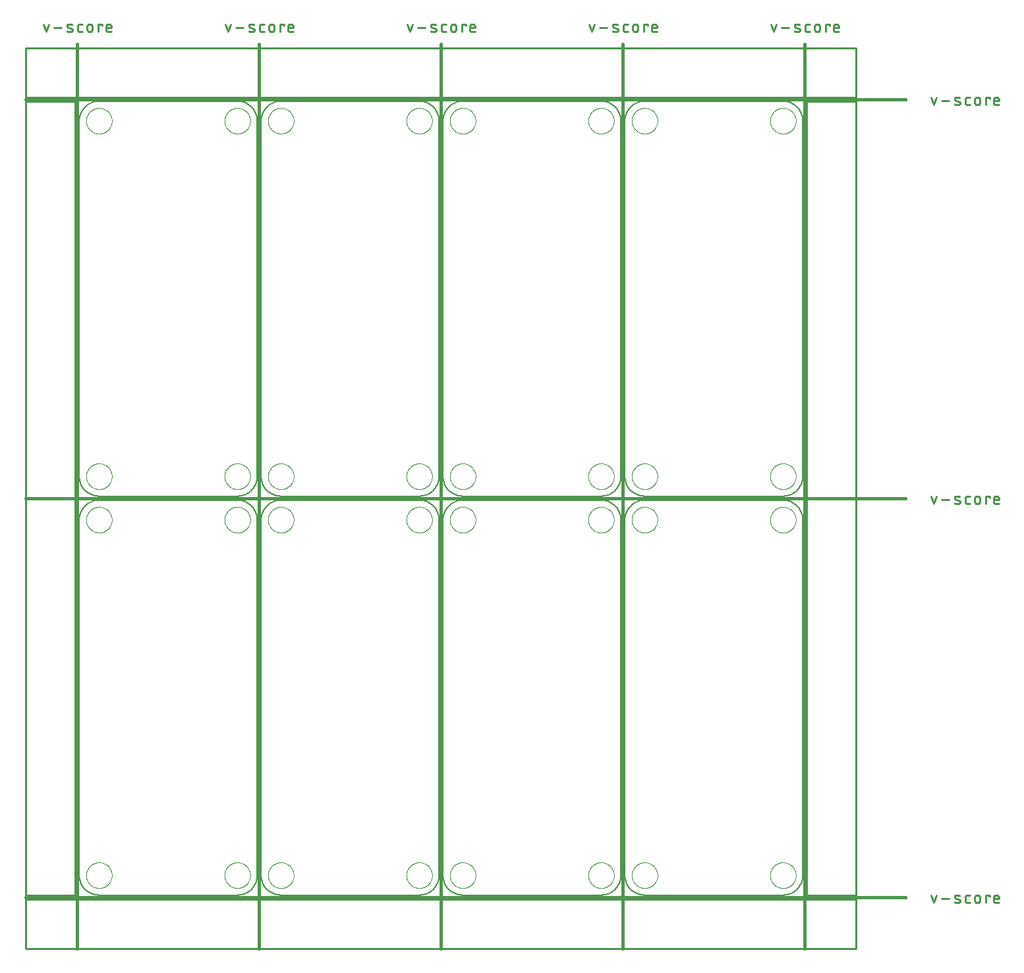
<source format=gko>
G04 EAGLE Gerber RS-274X export*
G75*
%MOMM*%
%FSLAX34Y34*%
%LPD*%
%IN*%
%IPPOS*%
%AMOC8*
5,1,8,0,0,1.08239X$1,22.5*%
G01*
%ADD10C,0.101600*%
%ADD11C,0.381000*%
%ADD12C,0.279400*%
%ADD13C,0.254000*%
%ADD14C,0.127000*%
%ADD15C,0.000000*%


D10*
X0Y482600D02*
X0Y25400D01*
X7Y24786D01*
X30Y24173D01*
X67Y23560D01*
X119Y22949D01*
X185Y22338D01*
X267Y21730D01*
X363Y21124D01*
X473Y20520D01*
X598Y19919D01*
X738Y19321D01*
X892Y18727D01*
X1061Y18137D01*
X1243Y17551D01*
X1440Y16970D01*
X1651Y16393D01*
X1875Y15822D01*
X2113Y15256D01*
X2365Y14696D01*
X2631Y14143D01*
X2909Y13596D01*
X3201Y13056D01*
X3506Y12523D01*
X3824Y11998D01*
X4154Y11480D01*
X4496Y10971D01*
X4851Y10470D01*
X5218Y9978D01*
X5596Y9495D01*
X5986Y9021D01*
X6388Y8557D01*
X6800Y8102D01*
X7224Y7658D01*
X7658Y7224D01*
X8102Y6800D01*
X8557Y6388D01*
X9021Y5986D01*
X9495Y5596D01*
X9978Y5218D01*
X10470Y4851D01*
X10971Y4496D01*
X11480Y4154D01*
X11998Y3824D01*
X12523Y3506D01*
X13056Y3201D01*
X13596Y2909D01*
X14143Y2631D01*
X14696Y2365D01*
X15256Y2113D01*
X15822Y1875D01*
X16393Y1651D01*
X16970Y1440D01*
X17551Y1243D01*
X18137Y1061D01*
X18727Y892D01*
X19321Y738D01*
X19919Y598D01*
X20520Y473D01*
X21124Y363D01*
X21730Y267D01*
X22338Y185D01*
X22949Y119D01*
X23560Y67D01*
X24173Y30D01*
X24786Y7D01*
X25400Y0D01*
X203200Y0D01*
X203814Y7D01*
X204427Y30D01*
X205040Y67D01*
X205651Y119D01*
X206262Y185D01*
X206870Y267D01*
X207476Y363D01*
X208080Y473D01*
X208681Y598D01*
X209279Y738D01*
X209873Y892D01*
X210463Y1061D01*
X211049Y1243D01*
X211630Y1440D01*
X212207Y1651D01*
X212778Y1875D01*
X213344Y2113D01*
X213904Y2365D01*
X214457Y2631D01*
X215004Y2909D01*
X215544Y3201D01*
X216077Y3506D01*
X216602Y3824D01*
X217120Y4154D01*
X217629Y4496D01*
X218130Y4851D01*
X218622Y5218D01*
X219105Y5596D01*
X219579Y5986D01*
X220043Y6388D01*
X220498Y6800D01*
X220942Y7224D01*
X221376Y7658D01*
X221800Y8102D01*
X222212Y8557D01*
X222614Y9021D01*
X223004Y9495D01*
X223382Y9978D01*
X223749Y10470D01*
X224104Y10971D01*
X224446Y11480D01*
X224776Y11998D01*
X225094Y12523D01*
X225399Y13056D01*
X225691Y13596D01*
X225969Y14143D01*
X226235Y14696D01*
X226487Y15256D01*
X226725Y15822D01*
X226949Y16393D01*
X227160Y16970D01*
X227357Y17551D01*
X227539Y18137D01*
X227708Y18727D01*
X227862Y19321D01*
X228002Y19919D01*
X228127Y20520D01*
X228237Y21124D01*
X228333Y21730D01*
X228415Y22338D01*
X228481Y22949D01*
X228533Y23560D01*
X228570Y24173D01*
X228593Y24786D01*
X228600Y25400D01*
X228600Y482600D01*
X228593Y483214D01*
X228570Y483827D01*
X228533Y484440D01*
X228481Y485051D01*
X228415Y485662D01*
X228333Y486270D01*
X228237Y486876D01*
X228127Y487480D01*
X228002Y488081D01*
X227862Y488679D01*
X227708Y489273D01*
X227539Y489863D01*
X227357Y490449D01*
X227160Y491030D01*
X226949Y491607D01*
X226725Y492178D01*
X226487Y492744D01*
X226235Y493304D01*
X225969Y493857D01*
X225691Y494404D01*
X225399Y494944D01*
X225094Y495477D01*
X224776Y496002D01*
X224446Y496520D01*
X224104Y497029D01*
X223749Y497530D01*
X223382Y498022D01*
X223004Y498505D01*
X222614Y498979D01*
X222212Y499443D01*
X221800Y499898D01*
X221376Y500342D01*
X220942Y500776D01*
X220498Y501200D01*
X220043Y501612D01*
X219579Y502014D01*
X219105Y502404D01*
X218622Y502782D01*
X218130Y503149D01*
X217629Y503504D01*
X217120Y503846D01*
X216602Y504176D01*
X216077Y504494D01*
X215544Y504799D01*
X215004Y505091D01*
X214457Y505369D01*
X213904Y505635D01*
X213344Y505887D01*
X212778Y506125D01*
X212207Y506349D01*
X211630Y506560D01*
X211049Y506757D01*
X210463Y506939D01*
X209873Y507108D01*
X209279Y507262D01*
X208681Y507402D01*
X208080Y507527D01*
X207476Y507637D01*
X206870Y507733D01*
X206262Y507815D01*
X205651Y507881D01*
X205040Y507933D01*
X204427Y507970D01*
X203814Y507993D01*
X203200Y508000D01*
X25400Y508000D01*
X24786Y507993D01*
X24173Y507970D01*
X23560Y507933D01*
X22949Y507881D01*
X22338Y507815D01*
X21730Y507733D01*
X21124Y507637D01*
X20520Y507527D01*
X19919Y507402D01*
X19321Y507262D01*
X18727Y507108D01*
X18137Y506939D01*
X17551Y506757D01*
X16970Y506560D01*
X16393Y506349D01*
X15822Y506125D01*
X15256Y505887D01*
X14696Y505635D01*
X14143Y505369D01*
X13596Y505091D01*
X13056Y504799D01*
X12523Y504494D01*
X11998Y504176D01*
X11480Y503846D01*
X10971Y503504D01*
X10470Y503149D01*
X9978Y502782D01*
X9495Y502404D01*
X9021Y502014D01*
X8557Y501612D01*
X8102Y501200D01*
X7658Y500776D01*
X7224Y500342D01*
X6800Y499898D01*
X6388Y499443D01*
X5986Y498979D01*
X5596Y498505D01*
X5218Y498022D01*
X4851Y497530D01*
X4496Y497029D01*
X4154Y496520D01*
X3824Y496002D01*
X3506Y495477D01*
X3201Y494944D01*
X2909Y494404D01*
X2631Y493857D01*
X2365Y493304D01*
X2113Y492744D01*
X1875Y492178D01*
X1651Y491607D01*
X1440Y491030D01*
X1243Y490449D01*
X1061Y489863D01*
X892Y489273D01*
X738Y488679D01*
X598Y488081D01*
X473Y487480D01*
X363Y486876D01*
X267Y486270D01*
X185Y485662D01*
X119Y485051D01*
X67Y484440D01*
X30Y483827D01*
X7Y483214D01*
X0Y482600D01*
X233680Y482600D02*
X233680Y25400D01*
X233687Y24786D01*
X233710Y24173D01*
X233747Y23560D01*
X233799Y22949D01*
X233865Y22338D01*
X233947Y21730D01*
X234043Y21124D01*
X234153Y20520D01*
X234278Y19919D01*
X234418Y19321D01*
X234572Y18727D01*
X234741Y18137D01*
X234923Y17551D01*
X235120Y16970D01*
X235331Y16393D01*
X235555Y15822D01*
X235793Y15256D01*
X236045Y14696D01*
X236311Y14143D01*
X236589Y13596D01*
X236881Y13056D01*
X237186Y12523D01*
X237504Y11998D01*
X237834Y11480D01*
X238176Y10971D01*
X238531Y10470D01*
X238898Y9978D01*
X239276Y9495D01*
X239666Y9021D01*
X240068Y8557D01*
X240480Y8102D01*
X240904Y7658D01*
X241338Y7224D01*
X241782Y6800D01*
X242237Y6388D01*
X242701Y5986D01*
X243175Y5596D01*
X243658Y5218D01*
X244150Y4851D01*
X244651Y4496D01*
X245160Y4154D01*
X245678Y3824D01*
X246203Y3506D01*
X246736Y3201D01*
X247276Y2909D01*
X247823Y2631D01*
X248376Y2365D01*
X248936Y2113D01*
X249502Y1875D01*
X250073Y1651D01*
X250650Y1440D01*
X251231Y1243D01*
X251817Y1061D01*
X252407Y892D01*
X253001Y738D01*
X253599Y598D01*
X254200Y473D01*
X254804Y363D01*
X255410Y267D01*
X256018Y185D01*
X256629Y119D01*
X257240Y67D01*
X257853Y30D01*
X258466Y7D01*
X259080Y0D01*
X436880Y0D01*
X437494Y7D01*
X438107Y30D01*
X438720Y67D01*
X439331Y119D01*
X439942Y185D01*
X440550Y267D01*
X441156Y363D01*
X441760Y473D01*
X442361Y598D01*
X442959Y738D01*
X443553Y892D01*
X444143Y1061D01*
X444729Y1243D01*
X445310Y1440D01*
X445887Y1651D01*
X446458Y1875D01*
X447024Y2113D01*
X447584Y2365D01*
X448137Y2631D01*
X448684Y2909D01*
X449224Y3201D01*
X449757Y3506D01*
X450282Y3824D01*
X450800Y4154D01*
X451309Y4496D01*
X451810Y4851D01*
X452302Y5218D01*
X452785Y5596D01*
X453259Y5986D01*
X453723Y6388D01*
X454178Y6800D01*
X454622Y7224D01*
X455056Y7658D01*
X455480Y8102D01*
X455892Y8557D01*
X456294Y9021D01*
X456684Y9495D01*
X457062Y9978D01*
X457429Y10470D01*
X457784Y10971D01*
X458126Y11480D01*
X458456Y11998D01*
X458774Y12523D01*
X459079Y13056D01*
X459371Y13596D01*
X459649Y14143D01*
X459915Y14696D01*
X460167Y15256D01*
X460405Y15822D01*
X460629Y16393D01*
X460840Y16970D01*
X461037Y17551D01*
X461219Y18137D01*
X461388Y18727D01*
X461542Y19321D01*
X461682Y19919D01*
X461807Y20520D01*
X461917Y21124D01*
X462013Y21730D01*
X462095Y22338D01*
X462161Y22949D01*
X462213Y23560D01*
X462250Y24173D01*
X462273Y24786D01*
X462280Y25400D01*
X462280Y482600D01*
X462273Y483214D01*
X462250Y483827D01*
X462213Y484440D01*
X462161Y485051D01*
X462095Y485662D01*
X462013Y486270D01*
X461917Y486876D01*
X461807Y487480D01*
X461682Y488081D01*
X461542Y488679D01*
X461388Y489273D01*
X461219Y489863D01*
X461037Y490449D01*
X460840Y491030D01*
X460629Y491607D01*
X460405Y492178D01*
X460167Y492744D01*
X459915Y493304D01*
X459649Y493857D01*
X459371Y494404D01*
X459079Y494944D01*
X458774Y495477D01*
X458456Y496002D01*
X458126Y496520D01*
X457784Y497029D01*
X457429Y497530D01*
X457062Y498022D01*
X456684Y498505D01*
X456294Y498979D01*
X455892Y499443D01*
X455480Y499898D01*
X455056Y500342D01*
X454622Y500776D01*
X454178Y501200D01*
X453723Y501612D01*
X453259Y502014D01*
X452785Y502404D01*
X452302Y502782D01*
X451810Y503149D01*
X451309Y503504D01*
X450800Y503846D01*
X450282Y504176D01*
X449757Y504494D01*
X449224Y504799D01*
X448684Y505091D01*
X448137Y505369D01*
X447584Y505635D01*
X447024Y505887D01*
X446458Y506125D01*
X445887Y506349D01*
X445310Y506560D01*
X444729Y506757D01*
X444143Y506939D01*
X443553Y507108D01*
X442959Y507262D01*
X442361Y507402D01*
X441760Y507527D01*
X441156Y507637D01*
X440550Y507733D01*
X439942Y507815D01*
X439331Y507881D01*
X438720Y507933D01*
X438107Y507970D01*
X437494Y507993D01*
X436880Y508000D01*
X259080Y508000D01*
X258466Y507993D01*
X257853Y507970D01*
X257240Y507933D01*
X256629Y507881D01*
X256018Y507815D01*
X255410Y507733D01*
X254804Y507637D01*
X254200Y507527D01*
X253599Y507402D01*
X253001Y507262D01*
X252407Y507108D01*
X251817Y506939D01*
X251231Y506757D01*
X250650Y506560D01*
X250073Y506349D01*
X249502Y506125D01*
X248936Y505887D01*
X248376Y505635D01*
X247823Y505369D01*
X247276Y505091D01*
X246736Y504799D01*
X246203Y504494D01*
X245678Y504176D01*
X245160Y503846D01*
X244651Y503504D01*
X244150Y503149D01*
X243658Y502782D01*
X243175Y502404D01*
X242701Y502014D01*
X242237Y501612D01*
X241782Y501200D01*
X241338Y500776D01*
X240904Y500342D01*
X240480Y499898D01*
X240068Y499443D01*
X239666Y498979D01*
X239276Y498505D01*
X238898Y498022D01*
X238531Y497530D01*
X238176Y497029D01*
X237834Y496520D01*
X237504Y496002D01*
X237186Y495477D01*
X236881Y494944D01*
X236589Y494404D01*
X236311Y493857D01*
X236045Y493304D01*
X235793Y492744D01*
X235555Y492178D01*
X235331Y491607D01*
X235120Y491030D01*
X234923Y490449D01*
X234741Y489863D01*
X234572Y489273D01*
X234418Y488679D01*
X234278Y488081D01*
X234153Y487480D01*
X234043Y486876D01*
X233947Y486270D01*
X233865Y485662D01*
X233799Y485051D01*
X233747Y484440D01*
X233710Y483827D01*
X233687Y483214D01*
X233680Y482600D01*
X467360Y482600D02*
X467360Y25400D01*
X467367Y24786D01*
X467390Y24173D01*
X467427Y23560D01*
X467479Y22949D01*
X467545Y22338D01*
X467627Y21730D01*
X467723Y21124D01*
X467833Y20520D01*
X467958Y19919D01*
X468098Y19321D01*
X468252Y18727D01*
X468421Y18137D01*
X468603Y17551D01*
X468800Y16970D01*
X469011Y16393D01*
X469235Y15822D01*
X469473Y15256D01*
X469725Y14696D01*
X469991Y14143D01*
X470269Y13596D01*
X470561Y13056D01*
X470866Y12523D01*
X471184Y11998D01*
X471514Y11480D01*
X471856Y10971D01*
X472211Y10470D01*
X472578Y9978D01*
X472956Y9495D01*
X473346Y9021D01*
X473748Y8557D01*
X474160Y8102D01*
X474584Y7658D01*
X475018Y7224D01*
X475462Y6800D01*
X475917Y6388D01*
X476381Y5986D01*
X476855Y5596D01*
X477338Y5218D01*
X477830Y4851D01*
X478331Y4496D01*
X478840Y4154D01*
X479358Y3824D01*
X479883Y3506D01*
X480416Y3201D01*
X480956Y2909D01*
X481503Y2631D01*
X482056Y2365D01*
X482616Y2113D01*
X483182Y1875D01*
X483753Y1651D01*
X484330Y1440D01*
X484911Y1243D01*
X485497Y1061D01*
X486087Y892D01*
X486681Y738D01*
X487279Y598D01*
X487880Y473D01*
X488484Y363D01*
X489090Y267D01*
X489698Y185D01*
X490309Y119D01*
X490920Y67D01*
X491533Y30D01*
X492146Y7D01*
X492760Y0D01*
X670560Y0D01*
X671174Y7D01*
X671787Y30D01*
X672400Y67D01*
X673011Y119D01*
X673622Y185D01*
X674230Y267D01*
X674836Y363D01*
X675440Y473D01*
X676041Y598D01*
X676639Y738D01*
X677233Y892D01*
X677823Y1061D01*
X678409Y1243D01*
X678990Y1440D01*
X679567Y1651D01*
X680138Y1875D01*
X680704Y2113D01*
X681264Y2365D01*
X681817Y2631D01*
X682364Y2909D01*
X682904Y3201D01*
X683437Y3506D01*
X683962Y3824D01*
X684480Y4154D01*
X684989Y4496D01*
X685490Y4851D01*
X685982Y5218D01*
X686465Y5596D01*
X686939Y5986D01*
X687403Y6388D01*
X687858Y6800D01*
X688302Y7224D01*
X688736Y7658D01*
X689160Y8102D01*
X689572Y8557D01*
X689974Y9021D01*
X690364Y9495D01*
X690742Y9978D01*
X691109Y10470D01*
X691464Y10971D01*
X691806Y11480D01*
X692136Y11998D01*
X692454Y12523D01*
X692759Y13056D01*
X693051Y13596D01*
X693329Y14143D01*
X693595Y14696D01*
X693847Y15256D01*
X694085Y15822D01*
X694309Y16393D01*
X694520Y16970D01*
X694717Y17551D01*
X694899Y18137D01*
X695068Y18727D01*
X695222Y19321D01*
X695362Y19919D01*
X695487Y20520D01*
X695597Y21124D01*
X695693Y21730D01*
X695775Y22338D01*
X695841Y22949D01*
X695893Y23560D01*
X695930Y24173D01*
X695953Y24786D01*
X695960Y25400D01*
X695960Y482600D01*
X695953Y483214D01*
X695930Y483827D01*
X695893Y484440D01*
X695841Y485051D01*
X695775Y485662D01*
X695693Y486270D01*
X695597Y486876D01*
X695487Y487480D01*
X695362Y488081D01*
X695222Y488679D01*
X695068Y489273D01*
X694899Y489863D01*
X694717Y490449D01*
X694520Y491030D01*
X694309Y491607D01*
X694085Y492178D01*
X693847Y492744D01*
X693595Y493304D01*
X693329Y493857D01*
X693051Y494404D01*
X692759Y494944D01*
X692454Y495477D01*
X692136Y496002D01*
X691806Y496520D01*
X691464Y497029D01*
X691109Y497530D01*
X690742Y498022D01*
X690364Y498505D01*
X689974Y498979D01*
X689572Y499443D01*
X689160Y499898D01*
X688736Y500342D01*
X688302Y500776D01*
X687858Y501200D01*
X687403Y501612D01*
X686939Y502014D01*
X686465Y502404D01*
X685982Y502782D01*
X685490Y503149D01*
X684989Y503504D01*
X684480Y503846D01*
X683962Y504176D01*
X683437Y504494D01*
X682904Y504799D01*
X682364Y505091D01*
X681817Y505369D01*
X681264Y505635D01*
X680704Y505887D01*
X680138Y506125D01*
X679567Y506349D01*
X678990Y506560D01*
X678409Y506757D01*
X677823Y506939D01*
X677233Y507108D01*
X676639Y507262D01*
X676041Y507402D01*
X675440Y507527D01*
X674836Y507637D01*
X674230Y507733D01*
X673622Y507815D01*
X673011Y507881D01*
X672400Y507933D01*
X671787Y507970D01*
X671174Y507993D01*
X670560Y508000D01*
X492760Y508000D01*
X492146Y507993D01*
X491533Y507970D01*
X490920Y507933D01*
X490309Y507881D01*
X489698Y507815D01*
X489090Y507733D01*
X488484Y507637D01*
X487880Y507527D01*
X487279Y507402D01*
X486681Y507262D01*
X486087Y507108D01*
X485497Y506939D01*
X484911Y506757D01*
X484330Y506560D01*
X483753Y506349D01*
X483182Y506125D01*
X482616Y505887D01*
X482056Y505635D01*
X481503Y505369D01*
X480956Y505091D01*
X480416Y504799D01*
X479883Y504494D01*
X479358Y504176D01*
X478840Y503846D01*
X478331Y503504D01*
X477830Y503149D01*
X477338Y502782D01*
X476855Y502404D01*
X476381Y502014D01*
X475917Y501612D01*
X475462Y501200D01*
X475018Y500776D01*
X474584Y500342D01*
X474160Y499898D01*
X473748Y499443D01*
X473346Y498979D01*
X472956Y498505D01*
X472578Y498022D01*
X472211Y497530D01*
X471856Y497029D01*
X471514Y496520D01*
X471184Y496002D01*
X470866Y495477D01*
X470561Y494944D01*
X470269Y494404D01*
X469991Y493857D01*
X469725Y493304D01*
X469473Y492744D01*
X469235Y492178D01*
X469011Y491607D01*
X468800Y491030D01*
X468603Y490449D01*
X468421Y489863D01*
X468252Y489273D01*
X468098Y488679D01*
X467958Y488081D01*
X467833Y487480D01*
X467723Y486876D01*
X467627Y486270D01*
X467545Y485662D01*
X467479Y485051D01*
X467427Y484440D01*
X467390Y483827D01*
X467367Y483214D01*
X467360Y482600D01*
X701040Y482600D02*
X701040Y25400D01*
X701047Y24786D01*
X701070Y24173D01*
X701107Y23560D01*
X701159Y22949D01*
X701225Y22338D01*
X701307Y21730D01*
X701403Y21124D01*
X701513Y20520D01*
X701638Y19919D01*
X701778Y19321D01*
X701932Y18727D01*
X702101Y18137D01*
X702283Y17551D01*
X702480Y16970D01*
X702691Y16393D01*
X702915Y15822D01*
X703153Y15256D01*
X703405Y14696D01*
X703671Y14143D01*
X703949Y13596D01*
X704241Y13056D01*
X704546Y12523D01*
X704864Y11998D01*
X705194Y11480D01*
X705536Y10971D01*
X705891Y10470D01*
X706258Y9978D01*
X706636Y9495D01*
X707026Y9021D01*
X707428Y8557D01*
X707840Y8102D01*
X708264Y7658D01*
X708698Y7224D01*
X709142Y6800D01*
X709597Y6388D01*
X710061Y5986D01*
X710535Y5596D01*
X711018Y5218D01*
X711510Y4851D01*
X712011Y4496D01*
X712520Y4154D01*
X713038Y3824D01*
X713563Y3506D01*
X714096Y3201D01*
X714636Y2909D01*
X715183Y2631D01*
X715736Y2365D01*
X716296Y2113D01*
X716862Y1875D01*
X717433Y1651D01*
X718010Y1440D01*
X718591Y1243D01*
X719177Y1061D01*
X719767Y892D01*
X720361Y738D01*
X720959Y598D01*
X721560Y473D01*
X722164Y363D01*
X722770Y267D01*
X723378Y185D01*
X723989Y119D01*
X724600Y67D01*
X725213Y30D01*
X725826Y7D01*
X726440Y0D01*
X904240Y0D01*
X904854Y7D01*
X905467Y30D01*
X906080Y67D01*
X906691Y119D01*
X907302Y185D01*
X907910Y267D01*
X908516Y363D01*
X909120Y473D01*
X909721Y598D01*
X910319Y738D01*
X910913Y892D01*
X911503Y1061D01*
X912089Y1243D01*
X912670Y1440D01*
X913247Y1651D01*
X913818Y1875D01*
X914384Y2113D01*
X914944Y2365D01*
X915497Y2631D01*
X916044Y2909D01*
X916584Y3201D01*
X917117Y3506D01*
X917642Y3824D01*
X918160Y4154D01*
X918669Y4496D01*
X919170Y4851D01*
X919662Y5218D01*
X920145Y5596D01*
X920619Y5986D01*
X921083Y6388D01*
X921538Y6800D01*
X921982Y7224D01*
X922416Y7658D01*
X922840Y8102D01*
X923252Y8557D01*
X923654Y9021D01*
X924044Y9495D01*
X924422Y9978D01*
X924789Y10470D01*
X925144Y10971D01*
X925486Y11480D01*
X925816Y11998D01*
X926134Y12523D01*
X926439Y13056D01*
X926731Y13596D01*
X927009Y14143D01*
X927275Y14696D01*
X927527Y15256D01*
X927765Y15822D01*
X927989Y16393D01*
X928200Y16970D01*
X928397Y17551D01*
X928579Y18137D01*
X928748Y18727D01*
X928902Y19321D01*
X929042Y19919D01*
X929167Y20520D01*
X929277Y21124D01*
X929373Y21730D01*
X929455Y22338D01*
X929521Y22949D01*
X929573Y23560D01*
X929610Y24173D01*
X929633Y24786D01*
X929640Y25400D01*
X929640Y482600D01*
X929633Y483214D01*
X929610Y483827D01*
X929573Y484440D01*
X929521Y485051D01*
X929455Y485662D01*
X929373Y486270D01*
X929277Y486876D01*
X929167Y487480D01*
X929042Y488081D01*
X928902Y488679D01*
X928748Y489273D01*
X928579Y489863D01*
X928397Y490449D01*
X928200Y491030D01*
X927989Y491607D01*
X927765Y492178D01*
X927527Y492744D01*
X927275Y493304D01*
X927009Y493857D01*
X926731Y494404D01*
X926439Y494944D01*
X926134Y495477D01*
X925816Y496002D01*
X925486Y496520D01*
X925144Y497029D01*
X924789Y497530D01*
X924422Y498022D01*
X924044Y498505D01*
X923654Y498979D01*
X923252Y499443D01*
X922840Y499898D01*
X922416Y500342D01*
X921982Y500776D01*
X921538Y501200D01*
X921083Y501612D01*
X920619Y502014D01*
X920145Y502404D01*
X919662Y502782D01*
X919170Y503149D01*
X918669Y503504D01*
X918160Y503846D01*
X917642Y504176D01*
X917117Y504494D01*
X916584Y504799D01*
X916044Y505091D01*
X915497Y505369D01*
X914944Y505635D01*
X914384Y505887D01*
X913818Y506125D01*
X913247Y506349D01*
X912670Y506560D01*
X912089Y506757D01*
X911503Y506939D01*
X910913Y507108D01*
X910319Y507262D01*
X909721Y507402D01*
X909120Y507527D01*
X908516Y507637D01*
X907910Y507733D01*
X907302Y507815D01*
X906691Y507881D01*
X906080Y507933D01*
X905467Y507970D01*
X904854Y507993D01*
X904240Y508000D01*
X726440Y508000D01*
X725826Y507993D01*
X725213Y507970D01*
X724600Y507933D01*
X723989Y507881D01*
X723378Y507815D01*
X722770Y507733D01*
X722164Y507637D01*
X721560Y507527D01*
X720959Y507402D01*
X720361Y507262D01*
X719767Y507108D01*
X719177Y506939D01*
X718591Y506757D01*
X718010Y506560D01*
X717433Y506349D01*
X716862Y506125D01*
X716296Y505887D01*
X715736Y505635D01*
X715183Y505369D01*
X714636Y505091D01*
X714096Y504799D01*
X713563Y504494D01*
X713038Y504176D01*
X712520Y503846D01*
X712011Y503504D01*
X711510Y503149D01*
X711018Y502782D01*
X710535Y502404D01*
X710061Y502014D01*
X709597Y501612D01*
X709142Y501200D01*
X708698Y500776D01*
X708264Y500342D01*
X707840Y499898D01*
X707428Y499443D01*
X707026Y498979D01*
X706636Y498505D01*
X706258Y498022D01*
X705891Y497530D01*
X705536Y497029D01*
X705194Y496520D01*
X704864Y496002D01*
X704546Y495477D01*
X704241Y494944D01*
X703949Y494404D01*
X703671Y493857D01*
X703405Y493304D01*
X703153Y492744D01*
X702915Y492178D01*
X702691Y491607D01*
X702480Y491030D01*
X702283Y490449D01*
X702101Y489863D01*
X701932Y489273D01*
X701778Y488679D01*
X701638Y488081D01*
X701513Y487480D01*
X701403Y486876D01*
X701307Y486270D01*
X701225Y485662D01*
X701159Y485051D01*
X701107Y484440D01*
X701070Y483827D01*
X701047Y483214D01*
X701040Y482600D01*
X0Y538480D02*
X0Y995680D01*
X0Y538480D02*
X7Y537866D01*
X30Y537253D01*
X67Y536640D01*
X119Y536029D01*
X185Y535418D01*
X267Y534810D01*
X363Y534204D01*
X473Y533600D01*
X598Y532999D01*
X738Y532401D01*
X892Y531807D01*
X1061Y531217D01*
X1243Y530631D01*
X1440Y530050D01*
X1651Y529473D01*
X1875Y528902D01*
X2113Y528336D01*
X2365Y527776D01*
X2631Y527223D01*
X2909Y526676D01*
X3201Y526136D01*
X3506Y525603D01*
X3824Y525078D01*
X4154Y524560D01*
X4496Y524051D01*
X4851Y523550D01*
X5218Y523058D01*
X5596Y522575D01*
X5986Y522101D01*
X6388Y521637D01*
X6800Y521182D01*
X7224Y520738D01*
X7658Y520304D01*
X8102Y519880D01*
X8557Y519468D01*
X9021Y519066D01*
X9495Y518676D01*
X9978Y518298D01*
X10470Y517931D01*
X10971Y517576D01*
X11480Y517234D01*
X11998Y516904D01*
X12523Y516586D01*
X13056Y516281D01*
X13596Y515989D01*
X14143Y515711D01*
X14696Y515445D01*
X15256Y515193D01*
X15822Y514955D01*
X16393Y514731D01*
X16970Y514520D01*
X17551Y514323D01*
X18137Y514141D01*
X18727Y513972D01*
X19321Y513818D01*
X19919Y513678D01*
X20520Y513553D01*
X21124Y513443D01*
X21730Y513347D01*
X22338Y513265D01*
X22949Y513199D01*
X23560Y513147D01*
X24173Y513110D01*
X24786Y513087D01*
X25400Y513080D01*
X203200Y513080D01*
X203814Y513087D01*
X204427Y513110D01*
X205040Y513147D01*
X205651Y513199D01*
X206262Y513265D01*
X206870Y513347D01*
X207476Y513443D01*
X208080Y513553D01*
X208681Y513678D01*
X209279Y513818D01*
X209873Y513972D01*
X210463Y514141D01*
X211049Y514323D01*
X211630Y514520D01*
X212207Y514731D01*
X212778Y514955D01*
X213344Y515193D01*
X213904Y515445D01*
X214457Y515711D01*
X215004Y515989D01*
X215544Y516281D01*
X216077Y516586D01*
X216602Y516904D01*
X217120Y517234D01*
X217629Y517576D01*
X218130Y517931D01*
X218622Y518298D01*
X219105Y518676D01*
X219579Y519066D01*
X220043Y519468D01*
X220498Y519880D01*
X220942Y520304D01*
X221376Y520738D01*
X221800Y521182D01*
X222212Y521637D01*
X222614Y522101D01*
X223004Y522575D01*
X223382Y523058D01*
X223749Y523550D01*
X224104Y524051D01*
X224446Y524560D01*
X224776Y525078D01*
X225094Y525603D01*
X225399Y526136D01*
X225691Y526676D01*
X225969Y527223D01*
X226235Y527776D01*
X226487Y528336D01*
X226725Y528902D01*
X226949Y529473D01*
X227160Y530050D01*
X227357Y530631D01*
X227539Y531217D01*
X227708Y531807D01*
X227862Y532401D01*
X228002Y532999D01*
X228127Y533600D01*
X228237Y534204D01*
X228333Y534810D01*
X228415Y535418D01*
X228481Y536029D01*
X228533Y536640D01*
X228570Y537253D01*
X228593Y537866D01*
X228600Y538480D01*
X228600Y995680D01*
X228593Y996294D01*
X228570Y996907D01*
X228533Y997520D01*
X228481Y998131D01*
X228415Y998742D01*
X228333Y999350D01*
X228237Y999956D01*
X228127Y1000560D01*
X228002Y1001161D01*
X227862Y1001759D01*
X227708Y1002353D01*
X227539Y1002943D01*
X227357Y1003529D01*
X227160Y1004110D01*
X226949Y1004687D01*
X226725Y1005258D01*
X226487Y1005824D01*
X226235Y1006384D01*
X225969Y1006937D01*
X225691Y1007484D01*
X225399Y1008024D01*
X225094Y1008557D01*
X224776Y1009082D01*
X224446Y1009600D01*
X224104Y1010109D01*
X223749Y1010610D01*
X223382Y1011102D01*
X223004Y1011585D01*
X222614Y1012059D01*
X222212Y1012523D01*
X221800Y1012978D01*
X221376Y1013422D01*
X220942Y1013856D01*
X220498Y1014280D01*
X220043Y1014692D01*
X219579Y1015094D01*
X219105Y1015484D01*
X218622Y1015862D01*
X218130Y1016229D01*
X217629Y1016584D01*
X217120Y1016926D01*
X216602Y1017256D01*
X216077Y1017574D01*
X215544Y1017879D01*
X215004Y1018171D01*
X214457Y1018449D01*
X213904Y1018715D01*
X213344Y1018967D01*
X212778Y1019205D01*
X212207Y1019429D01*
X211630Y1019640D01*
X211049Y1019837D01*
X210463Y1020019D01*
X209873Y1020188D01*
X209279Y1020342D01*
X208681Y1020482D01*
X208080Y1020607D01*
X207476Y1020717D01*
X206870Y1020813D01*
X206262Y1020895D01*
X205651Y1020961D01*
X205040Y1021013D01*
X204427Y1021050D01*
X203814Y1021073D01*
X203200Y1021080D01*
X25400Y1021080D01*
X24786Y1021073D01*
X24173Y1021050D01*
X23560Y1021013D01*
X22949Y1020961D01*
X22338Y1020895D01*
X21730Y1020813D01*
X21124Y1020717D01*
X20520Y1020607D01*
X19919Y1020482D01*
X19321Y1020342D01*
X18727Y1020188D01*
X18137Y1020019D01*
X17551Y1019837D01*
X16970Y1019640D01*
X16393Y1019429D01*
X15822Y1019205D01*
X15256Y1018967D01*
X14696Y1018715D01*
X14143Y1018449D01*
X13596Y1018171D01*
X13056Y1017879D01*
X12523Y1017574D01*
X11998Y1017256D01*
X11480Y1016926D01*
X10971Y1016584D01*
X10470Y1016229D01*
X9978Y1015862D01*
X9495Y1015484D01*
X9021Y1015094D01*
X8557Y1014692D01*
X8102Y1014280D01*
X7658Y1013856D01*
X7224Y1013422D01*
X6800Y1012978D01*
X6388Y1012523D01*
X5986Y1012059D01*
X5596Y1011585D01*
X5218Y1011102D01*
X4851Y1010610D01*
X4496Y1010109D01*
X4154Y1009600D01*
X3824Y1009082D01*
X3506Y1008557D01*
X3201Y1008024D01*
X2909Y1007484D01*
X2631Y1006937D01*
X2365Y1006384D01*
X2113Y1005824D01*
X1875Y1005258D01*
X1651Y1004687D01*
X1440Y1004110D01*
X1243Y1003529D01*
X1061Y1002943D01*
X892Y1002353D01*
X738Y1001759D01*
X598Y1001161D01*
X473Y1000560D01*
X363Y999956D01*
X267Y999350D01*
X185Y998742D01*
X119Y998131D01*
X67Y997520D01*
X30Y996907D01*
X7Y996294D01*
X0Y995680D01*
X233680Y995680D02*
X233680Y538480D01*
X233687Y537866D01*
X233710Y537253D01*
X233747Y536640D01*
X233799Y536029D01*
X233865Y535418D01*
X233947Y534810D01*
X234043Y534204D01*
X234153Y533600D01*
X234278Y532999D01*
X234418Y532401D01*
X234572Y531807D01*
X234741Y531217D01*
X234923Y530631D01*
X235120Y530050D01*
X235331Y529473D01*
X235555Y528902D01*
X235793Y528336D01*
X236045Y527776D01*
X236311Y527223D01*
X236589Y526676D01*
X236881Y526136D01*
X237186Y525603D01*
X237504Y525078D01*
X237834Y524560D01*
X238176Y524051D01*
X238531Y523550D01*
X238898Y523058D01*
X239276Y522575D01*
X239666Y522101D01*
X240068Y521637D01*
X240480Y521182D01*
X240904Y520738D01*
X241338Y520304D01*
X241782Y519880D01*
X242237Y519468D01*
X242701Y519066D01*
X243175Y518676D01*
X243658Y518298D01*
X244150Y517931D01*
X244651Y517576D01*
X245160Y517234D01*
X245678Y516904D01*
X246203Y516586D01*
X246736Y516281D01*
X247276Y515989D01*
X247823Y515711D01*
X248376Y515445D01*
X248936Y515193D01*
X249502Y514955D01*
X250073Y514731D01*
X250650Y514520D01*
X251231Y514323D01*
X251817Y514141D01*
X252407Y513972D01*
X253001Y513818D01*
X253599Y513678D01*
X254200Y513553D01*
X254804Y513443D01*
X255410Y513347D01*
X256018Y513265D01*
X256629Y513199D01*
X257240Y513147D01*
X257853Y513110D01*
X258466Y513087D01*
X259080Y513080D01*
X436880Y513080D01*
X437494Y513087D01*
X438107Y513110D01*
X438720Y513147D01*
X439331Y513199D01*
X439942Y513265D01*
X440550Y513347D01*
X441156Y513443D01*
X441760Y513553D01*
X442361Y513678D01*
X442959Y513818D01*
X443553Y513972D01*
X444143Y514141D01*
X444729Y514323D01*
X445310Y514520D01*
X445887Y514731D01*
X446458Y514955D01*
X447024Y515193D01*
X447584Y515445D01*
X448137Y515711D01*
X448684Y515989D01*
X449224Y516281D01*
X449757Y516586D01*
X450282Y516904D01*
X450800Y517234D01*
X451309Y517576D01*
X451810Y517931D01*
X452302Y518298D01*
X452785Y518676D01*
X453259Y519066D01*
X453723Y519468D01*
X454178Y519880D01*
X454622Y520304D01*
X455056Y520738D01*
X455480Y521182D01*
X455892Y521637D01*
X456294Y522101D01*
X456684Y522575D01*
X457062Y523058D01*
X457429Y523550D01*
X457784Y524051D01*
X458126Y524560D01*
X458456Y525078D01*
X458774Y525603D01*
X459079Y526136D01*
X459371Y526676D01*
X459649Y527223D01*
X459915Y527776D01*
X460167Y528336D01*
X460405Y528902D01*
X460629Y529473D01*
X460840Y530050D01*
X461037Y530631D01*
X461219Y531217D01*
X461388Y531807D01*
X461542Y532401D01*
X461682Y532999D01*
X461807Y533600D01*
X461917Y534204D01*
X462013Y534810D01*
X462095Y535418D01*
X462161Y536029D01*
X462213Y536640D01*
X462250Y537253D01*
X462273Y537866D01*
X462280Y538480D01*
X462280Y995680D01*
X462273Y996294D01*
X462250Y996907D01*
X462213Y997520D01*
X462161Y998131D01*
X462095Y998742D01*
X462013Y999350D01*
X461917Y999956D01*
X461807Y1000560D01*
X461682Y1001161D01*
X461542Y1001759D01*
X461388Y1002353D01*
X461219Y1002943D01*
X461037Y1003529D01*
X460840Y1004110D01*
X460629Y1004687D01*
X460405Y1005258D01*
X460167Y1005824D01*
X459915Y1006384D01*
X459649Y1006937D01*
X459371Y1007484D01*
X459079Y1008024D01*
X458774Y1008557D01*
X458456Y1009082D01*
X458126Y1009600D01*
X457784Y1010109D01*
X457429Y1010610D01*
X457062Y1011102D01*
X456684Y1011585D01*
X456294Y1012059D01*
X455892Y1012523D01*
X455480Y1012978D01*
X455056Y1013422D01*
X454622Y1013856D01*
X454178Y1014280D01*
X453723Y1014692D01*
X453259Y1015094D01*
X452785Y1015484D01*
X452302Y1015862D01*
X451810Y1016229D01*
X451309Y1016584D01*
X450800Y1016926D01*
X450282Y1017256D01*
X449757Y1017574D01*
X449224Y1017879D01*
X448684Y1018171D01*
X448137Y1018449D01*
X447584Y1018715D01*
X447024Y1018967D01*
X446458Y1019205D01*
X445887Y1019429D01*
X445310Y1019640D01*
X444729Y1019837D01*
X444143Y1020019D01*
X443553Y1020188D01*
X442959Y1020342D01*
X442361Y1020482D01*
X441760Y1020607D01*
X441156Y1020717D01*
X440550Y1020813D01*
X439942Y1020895D01*
X439331Y1020961D01*
X438720Y1021013D01*
X438107Y1021050D01*
X437494Y1021073D01*
X436880Y1021080D01*
X259080Y1021080D01*
X258466Y1021073D01*
X257853Y1021050D01*
X257240Y1021013D01*
X256629Y1020961D01*
X256018Y1020895D01*
X255410Y1020813D01*
X254804Y1020717D01*
X254200Y1020607D01*
X253599Y1020482D01*
X253001Y1020342D01*
X252407Y1020188D01*
X251817Y1020019D01*
X251231Y1019837D01*
X250650Y1019640D01*
X250073Y1019429D01*
X249502Y1019205D01*
X248936Y1018967D01*
X248376Y1018715D01*
X247823Y1018449D01*
X247276Y1018171D01*
X246736Y1017879D01*
X246203Y1017574D01*
X245678Y1017256D01*
X245160Y1016926D01*
X244651Y1016584D01*
X244150Y1016229D01*
X243658Y1015862D01*
X243175Y1015484D01*
X242701Y1015094D01*
X242237Y1014692D01*
X241782Y1014280D01*
X241338Y1013856D01*
X240904Y1013422D01*
X240480Y1012978D01*
X240068Y1012523D01*
X239666Y1012059D01*
X239276Y1011585D01*
X238898Y1011102D01*
X238531Y1010610D01*
X238176Y1010109D01*
X237834Y1009600D01*
X237504Y1009082D01*
X237186Y1008557D01*
X236881Y1008024D01*
X236589Y1007484D01*
X236311Y1006937D01*
X236045Y1006384D01*
X235793Y1005824D01*
X235555Y1005258D01*
X235331Y1004687D01*
X235120Y1004110D01*
X234923Y1003529D01*
X234741Y1002943D01*
X234572Y1002353D01*
X234418Y1001759D01*
X234278Y1001161D01*
X234153Y1000560D01*
X234043Y999956D01*
X233947Y999350D01*
X233865Y998742D01*
X233799Y998131D01*
X233747Y997520D01*
X233710Y996907D01*
X233687Y996294D01*
X233680Y995680D01*
X467360Y995680D02*
X467360Y538480D01*
X467367Y537866D01*
X467390Y537253D01*
X467427Y536640D01*
X467479Y536029D01*
X467545Y535418D01*
X467627Y534810D01*
X467723Y534204D01*
X467833Y533600D01*
X467958Y532999D01*
X468098Y532401D01*
X468252Y531807D01*
X468421Y531217D01*
X468603Y530631D01*
X468800Y530050D01*
X469011Y529473D01*
X469235Y528902D01*
X469473Y528336D01*
X469725Y527776D01*
X469991Y527223D01*
X470269Y526676D01*
X470561Y526136D01*
X470866Y525603D01*
X471184Y525078D01*
X471514Y524560D01*
X471856Y524051D01*
X472211Y523550D01*
X472578Y523058D01*
X472956Y522575D01*
X473346Y522101D01*
X473748Y521637D01*
X474160Y521182D01*
X474584Y520738D01*
X475018Y520304D01*
X475462Y519880D01*
X475917Y519468D01*
X476381Y519066D01*
X476855Y518676D01*
X477338Y518298D01*
X477830Y517931D01*
X478331Y517576D01*
X478840Y517234D01*
X479358Y516904D01*
X479883Y516586D01*
X480416Y516281D01*
X480956Y515989D01*
X481503Y515711D01*
X482056Y515445D01*
X482616Y515193D01*
X483182Y514955D01*
X483753Y514731D01*
X484330Y514520D01*
X484911Y514323D01*
X485497Y514141D01*
X486087Y513972D01*
X486681Y513818D01*
X487279Y513678D01*
X487880Y513553D01*
X488484Y513443D01*
X489090Y513347D01*
X489698Y513265D01*
X490309Y513199D01*
X490920Y513147D01*
X491533Y513110D01*
X492146Y513087D01*
X492760Y513080D01*
X670560Y513080D01*
X671174Y513087D01*
X671787Y513110D01*
X672400Y513147D01*
X673011Y513199D01*
X673622Y513265D01*
X674230Y513347D01*
X674836Y513443D01*
X675440Y513553D01*
X676041Y513678D01*
X676639Y513818D01*
X677233Y513972D01*
X677823Y514141D01*
X678409Y514323D01*
X678990Y514520D01*
X679567Y514731D01*
X680138Y514955D01*
X680704Y515193D01*
X681264Y515445D01*
X681817Y515711D01*
X682364Y515989D01*
X682904Y516281D01*
X683437Y516586D01*
X683962Y516904D01*
X684480Y517234D01*
X684989Y517576D01*
X685490Y517931D01*
X685982Y518298D01*
X686465Y518676D01*
X686939Y519066D01*
X687403Y519468D01*
X687858Y519880D01*
X688302Y520304D01*
X688736Y520738D01*
X689160Y521182D01*
X689572Y521637D01*
X689974Y522101D01*
X690364Y522575D01*
X690742Y523058D01*
X691109Y523550D01*
X691464Y524051D01*
X691806Y524560D01*
X692136Y525078D01*
X692454Y525603D01*
X692759Y526136D01*
X693051Y526676D01*
X693329Y527223D01*
X693595Y527776D01*
X693847Y528336D01*
X694085Y528902D01*
X694309Y529473D01*
X694520Y530050D01*
X694717Y530631D01*
X694899Y531217D01*
X695068Y531807D01*
X695222Y532401D01*
X695362Y532999D01*
X695487Y533600D01*
X695597Y534204D01*
X695693Y534810D01*
X695775Y535418D01*
X695841Y536029D01*
X695893Y536640D01*
X695930Y537253D01*
X695953Y537866D01*
X695960Y538480D01*
X695960Y995680D01*
X695953Y996294D01*
X695930Y996907D01*
X695893Y997520D01*
X695841Y998131D01*
X695775Y998742D01*
X695693Y999350D01*
X695597Y999956D01*
X695487Y1000560D01*
X695362Y1001161D01*
X695222Y1001759D01*
X695068Y1002353D01*
X694899Y1002943D01*
X694717Y1003529D01*
X694520Y1004110D01*
X694309Y1004687D01*
X694085Y1005258D01*
X693847Y1005824D01*
X693595Y1006384D01*
X693329Y1006937D01*
X693051Y1007484D01*
X692759Y1008024D01*
X692454Y1008557D01*
X692136Y1009082D01*
X691806Y1009600D01*
X691464Y1010109D01*
X691109Y1010610D01*
X690742Y1011102D01*
X690364Y1011585D01*
X689974Y1012059D01*
X689572Y1012523D01*
X689160Y1012978D01*
X688736Y1013422D01*
X688302Y1013856D01*
X687858Y1014280D01*
X687403Y1014692D01*
X686939Y1015094D01*
X686465Y1015484D01*
X685982Y1015862D01*
X685490Y1016229D01*
X684989Y1016584D01*
X684480Y1016926D01*
X683962Y1017256D01*
X683437Y1017574D01*
X682904Y1017879D01*
X682364Y1018171D01*
X681817Y1018449D01*
X681264Y1018715D01*
X680704Y1018967D01*
X680138Y1019205D01*
X679567Y1019429D01*
X678990Y1019640D01*
X678409Y1019837D01*
X677823Y1020019D01*
X677233Y1020188D01*
X676639Y1020342D01*
X676041Y1020482D01*
X675440Y1020607D01*
X674836Y1020717D01*
X674230Y1020813D01*
X673622Y1020895D01*
X673011Y1020961D01*
X672400Y1021013D01*
X671787Y1021050D01*
X671174Y1021073D01*
X670560Y1021080D01*
X492760Y1021080D01*
X492146Y1021073D01*
X491533Y1021050D01*
X490920Y1021013D01*
X490309Y1020961D01*
X489698Y1020895D01*
X489090Y1020813D01*
X488484Y1020717D01*
X487880Y1020607D01*
X487279Y1020482D01*
X486681Y1020342D01*
X486087Y1020188D01*
X485497Y1020019D01*
X484911Y1019837D01*
X484330Y1019640D01*
X483753Y1019429D01*
X483182Y1019205D01*
X482616Y1018967D01*
X482056Y1018715D01*
X481503Y1018449D01*
X480956Y1018171D01*
X480416Y1017879D01*
X479883Y1017574D01*
X479358Y1017256D01*
X478840Y1016926D01*
X478331Y1016584D01*
X477830Y1016229D01*
X477338Y1015862D01*
X476855Y1015484D01*
X476381Y1015094D01*
X475917Y1014692D01*
X475462Y1014280D01*
X475018Y1013856D01*
X474584Y1013422D01*
X474160Y1012978D01*
X473748Y1012523D01*
X473346Y1012059D01*
X472956Y1011585D01*
X472578Y1011102D01*
X472211Y1010610D01*
X471856Y1010109D01*
X471514Y1009600D01*
X471184Y1009082D01*
X470866Y1008557D01*
X470561Y1008024D01*
X470269Y1007484D01*
X469991Y1006937D01*
X469725Y1006384D01*
X469473Y1005824D01*
X469235Y1005258D01*
X469011Y1004687D01*
X468800Y1004110D01*
X468603Y1003529D01*
X468421Y1002943D01*
X468252Y1002353D01*
X468098Y1001759D01*
X467958Y1001161D01*
X467833Y1000560D01*
X467723Y999956D01*
X467627Y999350D01*
X467545Y998742D01*
X467479Y998131D01*
X467427Y997520D01*
X467390Y996907D01*
X467367Y996294D01*
X467360Y995680D01*
X701040Y995680D02*
X701040Y538480D01*
X701047Y537866D01*
X701070Y537253D01*
X701107Y536640D01*
X701159Y536029D01*
X701225Y535418D01*
X701307Y534810D01*
X701403Y534204D01*
X701513Y533600D01*
X701638Y532999D01*
X701778Y532401D01*
X701932Y531807D01*
X702101Y531217D01*
X702283Y530631D01*
X702480Y530050D01*
X702691Y529473D01*
X702915Y528902D01*
X703153Y528336D01*
X703405Y527776D01*
X703671Y527223D01*
X703949Y526676D01*
X704241Y526136D01*
X704546Y525603D01*
X704864Y525078D01*
X705194Y524560D01*
X705536Y524051D01*
X705891Y523550D01*
X706258Y523058D01*
X706636Y522575D01*
X707026Y522101D01*
X707428Y521637D01*
X707840Y521182D01*
X708264Y520738D01*
X708698Y520304D01*
X709142Y519880D01*
X709597Y519468D01*
X710061Y519066D01*
X710535Y518676D01*
X711018Y518298D01*
X711510Y517931D01*
X712011Y517576D01*
X712520Y517234D01*
X713038Y516904D01*
X713563Y516586D01*
X714096Y516281D01*
X714636Y515989D01*
X715183Y515711D01*
X715736Y515445D01*
X716296Y515193D01*
X716862Y514955D01*
X717433Y514731D01*
X718010Y514520D01*
X718591Y514323D01*
X719177Y514141D01*
X719767Y513972D01*
X720361Y513818D01*
X720959Y513678D01*
X721560Y513553D01*
X722164Y513443D01*
X722770Y513347D01*
X723378Y513265D01*
X723989Y513199D01*
X724600Y513147D01*
X725213Y513110D01*
X725826Y513087D01*
X726440Y513080D01*
X904240Y513080D01*
X904854Y513087D01*
X905467Y513110D01*
X906080Y513147D01*
X906691Y513199D01*
X907302Y513265D01*
X907910Y513347D01*
X908516Y513443D01*
X909120Y513553D01*
X909721Y513678D01*
X910319Y513818D01*
X910913Y513972D01*
X911503Y514141D01*
X912089Y514323D01*
X912670Y514520D01*
X913247Y514731D01*
X913818Y514955D01*
X914384Y515193D01*
X914944Y515445D01*
X915497Y515711D01*
X916044Y515989D01*
X916584Y516281D01*
X917117Y516586D01*
X917642Y516904D01*
X918160Y517234D01*
X918669Y517576D01*
X919170Y517931D01*
X919662Y518298D01*
X920145Y518676D01*
X920619Y519066D01*
X921083Y519468D01*
X921538Y519880D01*
X921982Y520304D01*
X922416Y520738D01*
X922840Y521182D01*
X923252Y521637D01*
X923654Y522101D01*
X924044Y522575D01*
X924422Y523058D01*
X924789Y523550D01*
X925144Y524051D01*
X925486Y524560D01*
X925816Y525078D01*
X926134Y525603D01*
X926439Y526136D01*
X926731Y526676D01*
X927009Y527223D01*
X927275Y527776D01*
X927527Y528336D01*
X927765Y528902D01*
X927989Y529473D01*
X928200Y530050D01*
X928397Y530631D01*
X928579Y531217D01*
X928748Y531807D01*
X928902Y532401D01*
X929042Y532999D01*
X929167Y533600D01*
X929277Y534204D01*
X929373Y534810D01*
X929455Y535418D01*
X929521Y536029D01*
X929573Y536640D01*
X929610Y537253D01*
X929633Y537866D01*
X929640Y538480D01*
X929640Y995680D01*
X929633Y996294D01*
X929610Y996907D01*
X929573Y997520D01*
X929521Y998131D01*
X929455Y998742D01*
X929373Y999350D01*
X929277Y999956D01*
X929167Y1000560D01*
X929042Y1001161D01*
X928902Y1001759D01*
X928748Y1002353D01*
X928579Y1002943D01*
X928397Y1003529D01*
X928200Y1004110D01*
X927989Y1004687D01*
X927765Y1005258D01*
X927527Y1005824D01*
X927275Y1006384D01*
X927009Y1006937D01*
X926731Y1007484D01*
X926439Y1008024D01*
X926134Y1008557D01*
X925816Y1009082D01*
X925486Y1009600D01*
X925144Y1010109D01*
X924789Y1010610D01*
X924422Y1011102D01*
X924044Y1011585D01*
X923654Y1012059D01*
X923252Y1012523D01*
X922840Y1012978D01*
X922416Y1013422D01*
X921982Y1013856D01*
X921538Y1014280D01*
X921083Y1014692D01*
X920619Y1015094D01*
X920145Y1015484D01*
X919662Y1015862D01*
X919170Y1016229D01*
X918669Y1016584D01*
X918160Y1016926D01*
X917642Y1017256D01*
X917117Y1017574D01*
X916584Y1017879D01*
X916044Y1018171D01*
X915497Y1018449D01*
X914944Y1018715D01*
X914384Y1018967D01*
X913818Y1019205D01*
X913247Y1019429D01*
X912670Y1019640D01*
X912089Y1019837D01*
X911503Y1020019D01*
X910913Y1020188D01*
X910319Y1020342D01*
X909721Y1020482D01*
X909120Y1020607D01*
X908516Y1020717D01*
X907910Y1020813D01*
X907302Y1020895D01*
X906691Y1020961D01*
X906080Y1021013D01*
X905467Y1021050D01*
X904854Y1021073D01*
X904240Y1021080D01*
X726440Y1021080D01*
X725826Y1021073D01*
X725213Y1021050D01*
X724600Y1021013D01*
X723989Y1020961D01*
X723378Y1020895D01*
X722770Y1020813D01*
X722164Y1020717D01*
X721560Y1020607D01*
X720959Y1020482D01*
X720361Y1020342D01*
X719767Y1020188D01*
X719177Y1020019D01*
X718591Y1019837D01*
X718010Y1019640D01*
X717433Y1019429D01*
X716862Y1019205D01*
X716296Y1018967D01*
X715736Y1018715D01*
X715183Y1018449D01*
X714636Y1018171D01*
X714096Y1017879D01*
X713563Y1017574D01*
X713038Y1017256D01*
X712520Y1016926D01*
X712011Y1016584D01*
X711510Y1016229D01*
X711018Y1015862D01*
X710535Y1015484D01*
X710061Y1015094D01*
X709597Y1014692D01*
X709142Y1014280D01*
X708698Y1013856D01*
X708264Y1013422D01*
X707840Y1012978D01*
X707428Y1012523D01*
X707026Y1012059D01*
X706636Y1011585D01*
X706258Y1011102D01*
X705891Y1010610D01*
X705536Y1010109D01*
X705194Y1009600D01*
X704864Y1009082D01*
X704546Y1008557D01*
X704241Y1008024D01*
X703949Y1007484D01*
X703671Y1006937D01*
X703405Y1006384D01*
X703153Y1005824D01*
X702915Y1005258D01*
X702691Y1004687D01*
X702480Y1004110D01*
X702283Y1003529D01*
X702101Y1002943D01*
X701932Y1002353D01*
X701778Y1001759D01*
X701638Y1001161D01*
X701513Y1000560D01*
X701403Y999956D01*
X701307Y999350D01*
X701225Y998742D01*
X701159Y998131D01*
X701107Y997520D01*
X701070Y996907D01*
X701047Y996294D01*
X701040Y995680D01*
D11*
X-2540Y1094740D02*
X-2540Y-68580D01*
D12*
X-42921Y1110107D02*
X-46251Y1120098D01*
X-39590Y1120098D02*
X-42921Y1110107D01*
X-32806Y1115935D02*
X-22815Y1115935D01*
X-14261Y1115935D02*
X-10098Y1114270D01*
X-14261Y1115934D02*
X-14346Y1115970D01*
X-14429Y1116010D01*
X-14510Y1116053D01*
X-14590Y1116100D01*
X-14667Y1116150D01*
X-14743Y1116203D01*
X-14816Y1116259D01*
X-14886Y1116319D01*
X-14954Y1116381D01*
X-15019Y1116446D01*
X-15081Y1116514D01*
X-15141Y1116585D01*
X-15197Y1116658D01*
X-15250Y1116733D01*
X-15300Y1116811D01*
X-15346Y1116890D01*
X-15389Y1116972D01*
X-15429Y1117055D01*
X-15465Y1117140D01*
X-15497Y1117226D01*
X-15526Y1117314D01*
X-15550Y1117403D01*
X-15571Y1117493D01*
X-15588Y1117583D01*
X-15602Y1117674D01*
X-15611Y1117766D01*
X-15616Y1117858D01*
X-15618Y1117950D01*
X-15616Y1118042D01*
X-15609Y1118134D01*
X-15599Y1118226D01*
X-15585Y1118317D01*
X-15567Y1118408D01*
X-15545Y1118497D01*
X-15519Y1118586D01*
X-15489Y1118673D01*
X-15456Y1118759D01*
X-15419Y1118843D01*
X-15379Y1118926D01*
X-15335Y1119007D01*
X-15288Y1119086D01*
X-15237Y1119163D01*
X-15183Y1119238D01*
X-15126Y1119311D01*
X-15066Y1119381D01*
X-15003Y1119448D01*
X-14937Y1119512D01*
X-14869Y1119574D01*
X-14798Y1119633D01*
X-14724Y1119688D01*
X-14648Y1119741D01*
X-14570Y1119790D01*
X-14490Y1119836D01*
X-14409Y1119878D01*
X-14325Y1119917D01*
X-14240Y1119952D01*
X-14153Y1119983D01*
X-14065Y1120011D01*
X-13976Y1120035D01*
X-13886Y1120055D01*
X-13796Y1120072D01*
X-13704Y1120084D01*
X-13612Y1120093D01*
X-13520Y1120097D01*
X-13428Y1120098D01*
X-13201Y1120092D01*
X-12974Y1120081D01*
X-12747Y1120064D01*
X-12521Y1120041D01*
X-12295Y1120014D01*
X-12070Y1119980D01*
X-11846Y1119942D01*
X-11623Y1119898D01*
X-11401Y1119849D01*
X-11180Y1119794D01*
X-10961Y1119734D01*
X-10743Y1119669D01*
X-10527Y1119598D01*
X-10313Y1119523D01*
X-10100Y1119442D01*
X-9890Y1119356D01*
X-9681Y1119265D01*
X-10098Y1114270D02*
X-10013Y1114234D01*
X-9930Y1114194D01*
X-9849Y1114151D01*
X-9769Y1114104D01*
X-9692Y1114054D01*
X-9616Y1114001D01*
X-9543Y1113945D01*
X-9473Y1113885D01*
X-9405Y1113823D01*
X-9340Y1113758D01*
X-9278Y1113690D01*
X-9218Y1113619D01*
X-9162Y1113546D01*
X-9109Y1113471D01*
X-9059Y1113393D01*
X-9013Y1113314D01*
X-8970Y1113232D01*
X-8930Y1113149D01*
X-8894Y1113064D01*
X-8862Y1112978D01*
X-8833Y1112890D01*
X-8809Y1112801D01*
X-8788Y1112711D01*
X-8771Y1112621D01*
X-8757Y1112530D01*
X-8748Y1112438D01*
X-8743Y1112346D01*
X-8741Y1112254D01*
X-8743Y1112162D01*
X-8750Y1112070D01*
X-8760Y1111978D01*
X-8774Y1111887D01*
X-8792Y1111796D01*
X-8814Y1111707D01*
X-8840Y1111618D01*
X-8870Y1111531D01*
X-8903Y1111445D01*
X-8940Y1111361D01*
X-8980Y1111278D01*
X-9024Y1111197D01*
X-9071Y1111118D01*
X-9122Y1111041D01*
X-9176Y1110966D01*
X-9233Y1110893D01*
X-9293Y1110823D01*
X-9356Y1110756D01*
X-9422Y1110692D01*
X-9490Y1110630D01*
X-9561Y1110571D01*
X-9635Y1110516D01*
X-9711Y1110463D01*
X-9789Y1110414D01*
X-9869Y1110368D01*
X-9950Y1110326D01*
X-10034Y1110287D01*
X-10119Y1110252D01*
X-10206Y1110221D01*
X-10294Y1110193D01*
X-10383Y1110169D01*
X-10473Y1110149D01*
X-10563Y1110132D01*
X-10655Y1110120D01*
X-10747Y1110111D01*
X-10839Y1110107D01*
X-10931Y1110106D01*
X-10931Y1110107D02*
X-11265Y1110116D01*
X-11598Y1110133D01*
X-11931Y1110157D01*
X-12264Y1110190D01*
X-12595Y1110230D01*
X-12926Y1110278D01*
X-13255Y1110334D01*
X-13583Y1110397D01*
X-13909Y1110469D01*
X-14233Y1110548D01*
X-14556Y1110634D01*
X-14876Y1110729D01*
X-15194Y1110831D01*
X-15510Y1110940D01*
X562Y1110107D02*
X3892Y1110107D01*
X562Y1110107D02*
X464Y1110109D01*
X366Y1110115D01*
X268Y1110124D01*
X171Y1110138D01*
X75Y1110155D01*
X-21Y1110176D01*
X-116Y1110201D01*
X-210Y1110229D01*
X-303Y1110261D01*
X-394Y1110297D01*
X-484Y1110336D01*
X-572Y1110379D01*
X-659Y1110426D01*
X-743Y1110475D01*
X-826Y1110528D01*
X-906Y1110584D01*
X-985Y1110643D01*
X-1060Y1110706D01*
X-1134Y1110771D01*
X-1204Y1110839D01*
X-1272Y1110909D01*
X-1338Y1110983D01*
X-1400Y1111059D01*
X-1459Y1111137D01*
X-1515Y1111217D01*
X-1568Y1111300D01*
X-1618Y1111384D01*
X-1664Y1111471D01*
X-1707Y1111559D01*
X-1746Y1111649D01*
X-1782Y1111740D01*
X-1814Y1111833D01*
X-1842Y1111927D01*
X-1867Y1112022D01*
X-1888Y1112118D01*
X-1905Y1112214D01*
X-1919Y1112311D01*
X-1928Y1112409D01*
X-1934Y1112507D01*
X-1936Y1112605D01*
X-1936Y1117600D01*
X-1934Y1117698D01*
X-1928Y1117796D01*
X-1919Y1117894D01*
X-1905Y1117991D01*
X-1888Y1118087D01*
X-1867Y1118183D01*
X-1842Y1118278D01*
X-1814Y1118372D01*
X-1782Y1118465D01*
X-1746Y1118556D01*
X-1707Y1118646D01*
X-1664Y1118734D01*
X-1617Y1118821D01*
X-1568Y1118905D01*
X-1515Y1118988D01*
X-1459Y1119068D01*
X-1400Y1119146D01*
X-1337Y1119222D01*
X-1272Y1119296D01*
X-1204Y1119366D01*
X-1134Y1119434D01*
X-1060Y1119499D01*
X-984Y1119562D01*
X-906Y1119621D01*
X-826Y1119677D01*
X-743Y1119730D01*
X-659Y1119779D01*
X-572Y1119826D01*
X-484Y1119869D01*
X-394Y1119908D01*
X-303Y1119944D01*
X-210Y1119976D01*
X-116Y1120004D01*
X-21Y1120029D01*
X75Y1120050D01*
X171Y1120067D01*
X268Y1120081D01*
X366Y1120090D01*
X464Y1120096D01*
X562Y1120098D01*
X3892Y1120098D01*
X10022Y1116767D02*
X10022Y1113437D01*
X10022Y1116767D02*
X10024Y1116881D01*
X10030Y1116994D01*
X10039Y1117108D01*
X10053Y1117220D01*
X10070Y1117333D01*
X10092Y1117445D01*
X10117Y1117555D01*
X10145Y1117665D01*
X10178Y1117774D01*
X10214Y1117882D01*
X10254Y1117989D01*
X10298Y1118094D01*
X10345Y1118197D01*
X10395Y1118299D01*
X10449Y1118399D01*
X10507Y1118497D01*
X10568Y1118593D01*
X10631Y1118687D01*
X10699Y1118779D01*
X10769Y1118869D01*
X10842Y1118955D01*
X10918Y1119040D01*
X10997Y1119122D01*
X11079Y1119201D01*
X11164Y1119277D01*
X11250Y1119350D01*
X11340Y1119420D01*
X11432Y1119488D01*
X11526Y1119551D01*
X11622Y1119612D01*
X11720Y1119670D01*
X11820Y1119724D01*
X11922Y1119774D01*
X12025Y1119821D01*
X12130Y1119865D01*
X12237Y1119905D01*
X12345Y1119941D01*
X12454Y1119974D01*
X12564Y1120002D01*
X12674Y1120027D01*
X12786Y1120049D01*
X12899Y1120066D01*
X13011Y1120080D01*
X13125Y1120089D01*
X13238Y1120095D01*
X13352Y1120097D01*
X13466Y1120095D01*
X13579Y1120089D01*
X13693Y1120080D01*
X13805Y1120066D01*
X13918Y1120049D01*
X14030Y1120027D01*
X14140Y1120002D01*
X14250Y1119974D01*
X14359Y1119941D01*
X14467Y1119905D01*
X14574Y1119865D01*
X14679Y1119821D01*
X14782Y1119774D01*
X14884Y1119724D01*
X14984Y1119670D01*
X15082Y1119612D01*
X15178Y1119551D01*
X15272Y1119488D01*
X15364Y1119420D01*
X15454Y1119350D01*
X15540Y1119277D01*
X15625Y1119201D01*
X15707Y1119122D01*
X15786Y1119040D01*
X15862Y1118955D01*
X15935Y1118869D01*
X16005Y1118779D01*
X16073Y1118687D01*
X16136Y1118593D01*
X16197Y1118497D01*
X16255Y1118399D01*
X16309Y1118299D01*
X16359Y1118197D01*
X16406Y1118094D01*
X16450Y1117989D01*
X16490Y1117882D01*
X16526Y1117774D01*
X16559Y1117665D01*
X16587Y1117555D01*
X16612Y1117445D01*
X16634Y1117333D01*
X16651Y1117220D01*
X16665Y1117108D01*
X16674Y1116994D01*
X16680Y1116881D01*
X16682Y1116767D01*
X16682Y1113437D01*
X16680Y1113323D01*
X16674Y1113210D01*
X16665Y1113096D01*
X16651Y1112984D01*
X16634Y1112871D01*
X16612Y1112759D01*
X16587Y1112649D01*
X16559Y1112539D01*
X16526Y1112430D01*
X16490Y1112322D01*
X16450Y1112215D01*
X16406Y1112110D01*
X16359Y1112007D01*
X16309Y1111905D01*
X16255Y1111805D01*
X16197Y1111707D01*
X16136Y1111611D01*
X16073Y1111517D01*
X16005Y1111425D01*
X15935Y1111335D01*
X15862Y1111249D01*
X15786Y1111164D01*
X15707Y1111082D01*
X15625Y1111003D01*
X15540Y1110927D01*
X15454Y1110854D01*
X15364Y1110784D01*
X15272Y1110716D01*
X15178Y1110653D01*
X15082Y1110592D01*
X14984Y1110534D01*
X14884Y1110480D01*
X14782Y1110430D01*
X14679Y1110383D01*
X14574Y1110339D01*
X14467Y1110299D01*
X14359Y1110263D01*
X14250Y1110230D01*
X14140Y1110202D01*
X14030Y1110177D01*
X13918Y1110155D01*
X13805Y1110138D01*
X13693Y1110124D01*
X13579Y1110115D01*
X13466Y1110109D01*
X13352Y1110107D01*
X13238Y1110109D01*
X13125Y1110115D01*
X13011Y1110124D01*
X12899Y1110138D01*
X12786Y1110155D01*
X12674Y1110177D01*
X12564Y1110202D01*
X12454Y1110230D01*
X12345Y1110263D01*
X12237Y1110299D01*
X12130Y1110339D01*
X12025Y1110383D01*
X11922Y1110430D01*
X11820Y1110480D01*
X11720Y1110534D01*
X11622Y1110592D01*
X11526Y1110653D01*
X11432Y1110716D01*
X11340Y1110784D01*
X11250Y1110854D01*
X11164Y1110927D01*
X11079Y1111003D01*
X10997Y1111082D01*
X10918Y1111164D01*
X10842Y1111249D01*
X10769Y1111335D01*
X10699Y1111425D01*
X10631Y1111517D01*
X10568Y1111611D01*
X10507Y1111707D01*
X10449Y1111805D01*
X10395Y1111905D01*
X10345Y1112007D01*
X10298Y1112110D01*
X10254Y1112215D01*
X10214Y1112322D01*
X10178Y1112430D01*
X10145Y1112539D01*
X10117Y1112649D01*
X10092Y1112759D01*
X10070Y1112871D01*
X10053Y1112984D01*
X10039Y1113096D01*
X10030Y1113210D01*
X10024Y1113323D01*
X10022Y1113437D01*
X24218Y1110107D02*
X24218Y1120098D01*
X29213Y1120098D01*
X29213Y1118433D01*
X37008Y1110107D02*
X41171Y1110107D01*
X37008Y1110107D02*
X36910Y1110109D01*
X36812Y1110115D01*
X36714Y1110124D01*
X36617Y1110138D01*
X36521Y1110155D01*
X36425Y1110176D01*
X36330Y1110201D01*
X36236Y1110229D01*
X36143Y1110261D01*
X36052Y1110297D01*
X35962Y1110336D01*
X35874Y1110379D01*
X35787Y1110426D01*
X35703Y1110475D01*
X35620Y1110528D01*
X35540Y1110584D01*
X35462Y1110643D01*
X35386Y1110706D01*
X35312Y1110771D01*
X35242Y1110839D01*
X35174Y1110909D01*
X35109Y1110983D01*
X35046Y1111059D01*
X34987Y1111137D01*
X34931Y1111217D01*
X34878Y1111300D01*
X34829Y1111384D01*
X34782Y1111471D01*
X34739Y1111559D01*
X34700Y1111649D01*
X34664Y1111740D01*
X34632Y1111833D01*
X34604Y1111927D01*
X34579Y1112022D01*
X34558Y1112118D01*
X34541Y1112214D01*
X34527Y1112311D01*
X34518Y1112409D01*
X34512Y1112507D01*
X34510Y1112605D01*
X34510Y1116767D01*
X34511Y1116767D02*
X34513Y1116881D01*
X34519Y1116994D01*
X34528Y1117108D01*
X34542Y1117220D01*
X34559Y1117333D01*
X34581Y1117445D01*
X34606Y1117555D01*
X34634Y1117665D01*
X34667Y1117774D01*
X34703Y1117882D01*
X34743Y1117989D01*
X34787Y1118094D01*
X34834Y1118197D01*
X34884Y1118299D01*
X34938Y1118399D01*
X34996Y1118497D01*
X35057Y1118593D01*
X35120Y1118687D01*
X35188Y1118779D01*
X35258Y1118869D01*
X35331Y1118955D01*
X35407Y1119040D01*
X35486Y1119122D01*
X35568Y1119201D01*
X35653Y1119277D01*
X35739Y1119350D01*
X35829Y1119420D01*
X35921Y1119488D01*
X36015Y1119551D01*
X36111Y1119612D01*
X36209Y1119670D01*
X36309Y1119724D01*
X36411Y1119774D01*
X36514Y1119821D01*
X36619Y1119865D01*
X36726Y1119905D01*
X36834Y1119941D01*
X36943Y1119974D01*
X37053Y1120002D01*
X37163Y1120027D01*
X37275Y1120049D01*
X37388Y1120066D01*
X37500Y1120080D01*
X37614Y1120089D01*
X37727Y1120095D01*
X37841Y1120097D01*
X37955Y1120095D01*
X38068Y1120089D01*
X38182Y1120080D01*
X38294Y1120066D01*
X38407Y1120049D01*
X38519Y1120027D01*
X38629Y1120002D01*
X38739Y1119974D01*
X38848Y1119941D01*
X38956Y1119905D01*
X39063Y1119865D01*
X39168Y1119821D01*
X39271Y1119774D01*
X39373Y1119724D01*
X39473Y1119670D01*
X39571Y1119612D01*
X39667Y1119551D01*
X39761Y1119488D01*
X39853Y1119420D01*
X39943Y1119350D01*
X40029Y1119277D01*
X40114Y1119201D01*
X40196Y1119122D01*
X40275Y1119040D01*
X40351Y1118955D01*
X40424Y1118869D01*
X40494Y1118779D01*
X40562Y1118687D01*
X40625Y1118593D01*
X40686Y1118497D01*
X40744Y1118399D01*
X40798Y1118299D01*
X40848Y1118197D01*
X40895Y1118094D01*
X40939Y1117989D01*
X40979Y1117882D01*
X41015Y1117774D01*
X41048Y1117665D01*
X41076Y1117555D01*
X41101Y1117445D01*
X41123Y1117333D01*
X41140Y1117220D01*
X41154Y1117108D01*
X41163Y1116994D01*
X41169Y1116881D01*
X41171Y1116767D01*
X41171Y1115102D01*
X34510Y1115102D01*
D11*
X231140Y1094740D02*
X231140Y-68580D01*
D12*
X190759Y1110107D02*
X187429Y1120098D01*
X194090Y1120098D02*
X190759Y1110107D01*
X200874Y1115935D02*
X210865Y1115935D01*
X219419Y1115935D02*
X223582Y1114270D01*
X219419Y1115934D02*
X219334Y1115970D01*
X219251Y1116010D01*
X219170Y1116053D01*
X219090Y1116100D01*
X219013Y1116150D01*
X218937Y1116203D01*
X218864Y1116259D01*
X218794Y1116319D01*
X218726Y1116381D01*
X218661Y1116446D01*
X218599Y1116514D01*
X218539Y1116585D01*
X218483Y1116658D01*
X218430Y1116733D01*
X218380Y1116811D01*
X218334Y1116890D01*
X218291Y1116972D01*
X218251Y1117055D01*
X218215Y1117140D01*
X218183Y1117226D01*
X218154Y1117314D01*
X218130Y1117403D01*
X218109Y1117493D01*
X218092Y1117583D01*
X218078Y1117674D01*
X218069Y1117766D01*
X218064Y1117858D01*
X218062Y1117950D01*
X218064Y1118042D01*
X218071Y1118134D01*
X218081Y1118226D01*
X218095Y1118317D01*
X218113Y1118408D01*
X218135Y1118497D01*
X218161Y1118586D01*
X218191Y1118673D01*
X218224Y1118759D01*
X218261Y1118843D01*
X218301Y1118926D01*
X218345Y1119007D01*
X218392Y1119086D01*
X218443Y1119163D01*
X218497Y1119238D01*
X218554Y1119311D01*
X218614Y1119381D01*
X218677Y1119448D01*
X218743Y1119512D01*
X218811Y1119574D01*
X218882Y1119633D01*
X218956Y1119688D01*
X219032Y1119741D01*
X219110Y1119790D01*
X219190Y1119836D01*
X219271Y1119878D01*
X219355Y1119917D01*
X219440Y1119952D01*
X219527Y1119983D01*
X219615Y1120011D01*
X219704Y1120035D01*
X219794Y1120055D01*
X219884Y1120072D01*
X219976Y1120084D01*
X220068Y1120093D01*
X220160Y1120097D01*
X220252Y1120098D01*
X220479Y1120092D01*
X220706Y1120081D01*
X220933Y1120064D01*
X221159Y1120041D01*
X221385Y1120014D01*
X221610Y1119980D01*
X221834Y1119942D01*
X222057Y1119898D01*
X222279Y1119849D01*
X222500Y1119794D01*
X222719Y1119734D01*
X222937Y1119669D01*
X223153Y1119598D01*
X223367Y1119523D01*
X223580Y1119442D01*
X223790Y1119356D01*
X223999Y1119265D01*
X223582Y1114270D02*
X223667Y1114234D01*
X223750Y1114194D01*
X223831Y1114151D01*
X223911Y1114104D01*
X223988Y1114054D01*
X224064Y1114001D01*
X224137Y1113945D01*
X224207Y1113885D01*
X224275Y1113823D01*
X224340Y1113758D01*
X224402Y1113690D01*
X224462Y1113619D01*
X224518Y1113546D01*
X224571Y1113471D01*
X224621Y1113393D01*
X224667Y1113314D01*
X224710Y1113232D01*
X224750Y1113149D01*
X224786Y1113064D01*
X224818Y1112978D01*
X224847Y1112890D01*
X224871Y1112801D01*
X224892Y1112711D01*
X224909Y1112621D01*
X224923Y1112530D01*
X224932Y1112438D01*
X224937Y1112346D01*
X224939Y1112254D01*
X224937Y1112162D01*
X224930Y1112070D01*
X224920Y1111978D01*
X224906Y1111887D01*
X224888Y1111796D01*
X224866Y1111707D01*
X224840Y1111618D01*
X224810Y1111531D01*
X224777Y1111445D01*
X224740Y1111361D01*
X224700Y1111278D01*
X224656Y1111197D01*
X224609Y1111118D01*
X224558Y1111041D01*
X224504Y1110966D01*
X224447Y1110893D01*
X224387Y1110823D01*
X224324Y1110756D01*
X224258Y1110692D01*
X224190Y1110630D01*
X224119Y1110571D01*
X224045Y1110516D01*
X223969Y1110463D01*
X223891Y1110414D01*
X223811Y1110368D01*
X223730Y1110326D01*
X223646Y1110287D01*
X223561Y1110252D01*
X223474Y1110221D01*
X223386Y1110193D01*
X223297Y1110169D01*
X223207Y1110149D01*
X223117Y1110132D01*
X223025Y1110120D01*
X222933Y1110111D01*
X222841Y1110107D01*
X222749Y1110106D01*
X222749Y1110107D02*
X222415Y1110116D01*
X222082Y1110133D01*
X221749Y1110157D01*
X221416Y1110190D01*
X221085Y1110230D01*
X220754Y1110278D01*
X220425Y1110334D01*
X220097Y1110397D01*
X219771Y1110469D01*
X219447Y1110548D01*
X219124Y1110634D01*
X218804Y1110729D01*
X218486Y1110831D01*
X218170Y1110940D01*
X234242Y1110107D02*
X237572Y1110107D01*
X234242Y1110107D02*
X234144Y1110109D01*
X234046Y1110115D01*
X233948Y1110124D01*
X233851Y1110138D01*
X233755Y1110155D01*
X233659Y1110176D01*
X233564Y1110201D01*
X233470Y1110229D01*
X233377Y1110261D01*
X233286Y1110297D01*
X233196Y1110336D01*
X233108Y1110379D01*
X233021Y1110426D01*
X232937Y1110475D01*
X232854Y1110528D01*
X232774Y1110584D01*
X232696Y1110643D01*
X232620Y1110706D01*
X232546Y1110771D01*
X232476Y1110839D01*
X232408Y1110909D01*
X232343Y1110983D01*
X232280Y1111059D01*
X232221Y1111137D01*
X232165Y1111217D01*
X232112Y1111300D01*
X232063Y1111384D01*
X232016Y1111471D01*
X231973Y1111559D01*
X231934Y1111649D01*
X231898Y1111740D01*
X231866Y1111833D01*
X231838Y1111927D01*
X231813Y1112022D01*
X231792Y1112118D01*
X231775Y1112214D01*
X231761Y1112311D01*
X231752Y1112409D01*
X231746Y1112507D01*
X231744Y1112605D01*
X231744Y1117600D01*
X231746Y1117698D01*
X231752Y1117796D01*
X231761Y1117894D01*
X231775Y1117991D01*
X231792Y1118087D01*
X231813Y1118183D01*
X231838Y1118278D01*
X231866Y1118372D01*
X231898Y1118465D01*
X231934Y1118556D01*
X231973Y1118646D01*
X232016Y1118734D01*
X232063Y1118821D01*
X232112Y1118905D01*
X232165Y1118988D01*
X232221Y1119068D01*
X232280Y1119147D01*
X232343Y1119222D01*
X232408Y1119296D01*
X232476Y1119366D01*
X232546Y1119434D01*
X232620Y1119500D01*
X232696Y1119562D01*
X232774Y1119621D01*
X232854Y1119677D01*
X232937Y1119730D01*
X233021Y1119780D01*
X233108Y1119826D01*
X233196Y1119869D01*
X233286Y1119908D01*
X233377Y1119944D01*
X233470Y1119976D01*
X233564Y1120004D01*
X233659Y1120029D01*
X233755Y1120050D01*
X233851Y1120067D01*
X233948Y1120081D01*
X234046Y1120090D01*
X234144Y1120096D01*
X234242Y1120098D01*
X237572Y1120098D01*
X243702Y1116767D02*
X243702Y1113437D01*
X243702Y1116767D02*
X243704Y1116881D01*
X243710Y1116994D01*
X243719Y1117108D01*
X243733Y1117220D01*
X243750Y1117333D01*
X243772Y1117445D01*
X243797Y1117555D01*
X243825Y1117665D01*
X243858Y1117774D01*
X243894Y1117882D01*
X243934Y1117989D01*
X243978Y1118094D01*
X244025Y1118197D01*
X244075Y1118299D01*
X244129Y1118399D01*
X244187Y1118497D01*
X244248Y1118593D01*
X244311Y1118687D01*
X244379Y1118779D01*
X244449Y1118869D01*
X244522Y1118955D01*
X244598Y1119040D01*
X244677Y1119122D01*
X244759Y1119201D01*
X244844Y1119277D01*
X244930Y1119350D01*
X245020Y1119420D01*
X245112Y1119488D01*
X245206Y1119551D01*
X245302Y1119612D01*
X245400Y1119670D01*
X245500Y1119724D01*
X245602Y1119774D01*
X245705Y1119821D01*
X245810Y1119865D01*
X245917Y1119905D01*
X246025Y1119941D01*
X246134Y1119974D01*
X246244Y1120002D01*
X246354Y1120027D01*
X246466Y1120049D01*
X246579Y1120066D01*
X246691Y1120080D01*
X246805Y1120089D01*
X246918Y1120095D01*
X247032Y1120097D01*
X247146Y1120095D01*
X247259Y1120089D01*
X247373Y1120080D01*
X247485Y1120066D01*
X247598Y1120049D01*
X247710Y1120027D01*
X247820Y1120002D01*
X247930Y1119974D01*
X248039Y1119941D01*
X248147Y1119905D01*
X248254Y1119865D01*
X248359Y1119821D01*
X248462Y1119774D01*
X248564Y1119724D01*
X248664Y1119670D01*
X248762Y1119612D01*
X248858Y1119551D01*
X248952Y1119488D01*
X249044Y1119420D01*
X249134Y1119350D01*
X249220Y1119277D01*
X249305Y1119201D01*
X249387Y1119122D01*
X249466Y1119040D01*
X249542Y1118955D01*
X249615Y1118869D01*
X249685Y1118779D01*
X249753Y1118687D01*
X249816Y1118593D01*
X249877Y1118497D01*
X249935Y1118399D01*
X249989Y1118299D01*
X250039Y1118197D01*
X250086Y1118094D01*
X250130Y1117989D01*
X250170Y1117882D01*
X250206Y1117774D01*
X250239Y1117665D01*
X250267Y1117555D01*
X250292Y1117445D01*
X250314Y1117333D01*
X250331Y1117220D01*
X250345Y1117108D01*
X250354Y1116994D01*
X250360Y1116881D01*
X250362Y1116767D01*
X250362Y1113437D01*
X250360Y1113323D01*
X250354Y1113210D01*
X250345Y1113096D01*
X250331Y1112984D01*
X250314Y1112871D01*
X250292Y1112759D01*
X250267Y1112649D01*
X250239Y1112539D01*
X250206Y1112430D01*
X250170Y1112322D01*
X250130Y1112215D01*
X250086Y1112110D01*
X250039Y1112007D01*
X249989Y1111905D01*
X249935Y1111805D01*
X249877Y1111707D01*
X249816Y1111611D01*
X249753Y1111517D01*
X249685Y1111425D01*
X249615Y1111335D01*
X249542Y1111249D01*
X249466Y1111164D01*
X249387Y1111082D01*
X249305Y1111003D01*
X249220Y1110927D01*
X249134Y1110854D01*
X249044Y1110784D01*
X248952Y1110716D01*
X248858Y1110653D01*
X248762Y1110592D01*
X248664Y1110534D01*
X248564Y1110480D01*
X248462Y1110430D01*
X248359Y1110383D01*
X248254Y1110339D01*
X248147Y1110299D01*
X248039Y1110263D01*
X247930Y1110230D01*
X247820Y1110202D01*
X247710Y1110177D01*
X247598Y1110155D01*
X247485Y1110138D01*
X247373Y1110124D01*
X247259Y1110115D01*
X247146Y1110109D01*
X247032Y1110107D01*
X246918Y1110109D01*
X246805Y1110115D01*
X246691Y1110124D01*
X246579Y1110138D01*
X246466Y1110155D01*
X246354Y1110177D01*
X246244Y1110202D01*
X246134Y1110230D01*
X246025Y1110263D01*
X245917Y1110299D01*
X245810Y1110339D01*
X245705Y1110383D01*
X245602Y1110430D01*
X245500Y1110480D01*
X245400Y1110534D01*
X245302Y1110592D01*
X245206Y1110653D01*
X245112Y1110716D01*
X245020Y1110784D01*
X244930Y1110854D01*
X244844Y1110927D01*
X244759Y1111003D01*
X244677Y1111082D01*
X244598Y1111164D01*
X244522Y1111249D01*
X244449Y1111335D01*
X244379Y1111425D01*
X244311Y1111517D01*
X244248Y1111611D01*
X244187Y1111707D01*
X244129Y1111805D01*
X244075Y1111905D01*
X244025Y1112007D01*
X243978Y1112110D01*
X243934Y1112215D01*
X243894Y1112322D01*
X243858Y1112430D01*
X243825Y1112539D01*
X243797Y1112649D01*
X243772Y1112759D01*
X243750Y1112871D01*
X243733Y1112984D01*
X243719Y1113096D01*
X243710Y1113210D01*
X243704Y1113323D01*
X243702Y1113437D01*
X257898Y1110107D02*
X257898Y1120098D01*
X262893Y1120098D01*
X262893Y1118433D01*
X270688Y1110107D02*
X274851Y1110107D01*
X270688Y1110107D02*
X270590Y1110109D01*
X270492Y1110115D01*
X270394Y1110124D01*
X270297Y1110138D01*
X270201Y1110155D01*
X270105Y1110176D01*
X270010Y1110201D01*
X269916Y1110229D01*
X269823Y1110261D01*
X269732Y1110297D01*
X269642Y1110336D01*
X269554Y1110379D01*
X269467Y1110426D01*
X269383Y1110475D01*
X269300Y1110528D01*
X269220Y1110584D01*
X269142Y1110643D01*
X269066Y1110706D01*
X268992Y1110771D01*
X268922Y1110839D01*
X268854Y1110909D01*
X268789Y1110983D01*
X268726Y1111059D01*
X268667Y1111137D01*
X268611Y1111217D01*
X268558Y1111300D01*
X268509Y1111384D01*
X268462Y1111471D01*
X268419Y1111559D01*
X268380Y1111649D01*
X268344Y1111740D01*
X268312Y1111833D01*
X268284Y1111927D01*
X268259Y1112022D01*
X268238Y1112118D01*
X268221Y1112214D01*
X268207Y1112311D01*
X268198Y1112409D01*
X268192Y1112507D01*
X268190Y1112605D01*
X268190Y1116767D01*
X268191Y1116767D02*
X268193Y1116881D01*
X268199Y1116994D01*
X268208Y1117108D01*
X268222Y1117220D01*
X268239Y1117333D01*
X268261Y1117445D01*
X268286Y1117555D01*
X268314Y1117665D01*
X268347Y1117774D01*
X268383Y1117882D01*
X268423Y1117989D01*
X268467Y1118094D01*
X268514Y1118197D01*
X268564Y1118299D01*
X268618Y1118399D01*
X268676Y1118497D01*
X268737Y1118593D01*
X268800Y1118687D01*
X268868Y1118779D01*
X268938Y1118869D01*
X269011Y1118955D01*
X269087Y1119040D01*
X269166Y1119122D01*
X269248Y1119201D01*
X269333Y1119277D01*
X269419Y1119350D01*
X269509Y1119420D01*
X269601Y1119488D01*
X269695Y1119551D01*
X269791Y1119612D01*
X269889Y1119670D01*
X269989Y1119724D01*
X270091Y1119774D01*
X270194Y1119821D01*
X270299Y1119865D01*
X270406Y1119905D01*
X270514Y1119941D01*
X270623Y1119974D01*
X270733Y1120002D01*
X270843Y1120027D01*
X270955Y1120049D01*
X271068Y1120066D01*
X271180Y1120080D01*
X271294Y1120089D01*
X271407Y1120095D01*
X271521Y1120097D01*
X271635Y1120095D01*
X271748Y1120089D01*
X271862Y1120080D01*
X271974Y1120066D01*
X272087Y1120049D01*
X272199Y1120027D01*
X272309Y1120002D01*
X272419Y1119974D01*
X272528Y1119941D01*
X272636Y1119905D01*
X272743Y1119865D01*
X272848Y1119821D01*
X272951Y1119774D01*
X273053Y1119724D01*
X273153Y1119670D01*
X273251Y1119612D01*
X273347Y1119551D01*
X273441Y1119488D01*
X273533Y1119420D01*
X273623Y1119350D01*
X273709Y1119277D01*
X273794Y1119201D01*
X273876Y1119122D01*
X273955Y1119040D01*
X274031Y1118955D01*
X274104Y1118869D01*
X274174Y1118779D01*
X274242Y1118687D01*
X274305Y1118593D01*
X274366Y1118497D01*
X274424Y1118399D01*
X274478Y1118299D01*
X274528Y1118197D01*
X274575Y1118094D01*
X274619Y1117989D01*
X274659Y1117882D01*
X274695Y1117774D01*
X274728Y1117665D01*
X274756Y1117555D01*
X274781Y1117445D01*
X274803Y1117333D01*
X274820Y1117220D01*
X274834Y1117108D01*
X274843Y1116994D01*
X274849Y1116881D01*
X274851Y1116767D01*
X274851Y1115102D01*
X268190Y1115102D01*
D11*
X464820Y1094740D02*
X464820Y-68580D01*
D12*
X424439Y1110107D02*
X421109Y1120098D01*
X427770Y1120098D02*
X424439Y1110107D01*
X434554Y1115935D02*
X444545Y1115935D01*
X453099Y1115935D02*
X457262Y1114270D01*
X453099Y1115934D02*
X453014Y1115970D01*
X452931Y1116010D01*
X452850Y1116053D01*
X452770Y1116100D01*
X452693Y1116150D01*
X452617Y1116203D01*
X452544Y1116259D01*
X452474Y1116319D01*
X452406Y1116381D01*
X452341Y1116446D01*
X452279Y1116514D01*
X452219Y1116585D01*
X452163Y1116658D01*
X452110Y1116733D01*
X452060Y1116811D01*
X452014Y1116890D01*
X451971Y1116972D01*
X451931Y1117055D01*
X451895Y1117140D01*
X451863Y1117226D01*
X451834Y1117314D01*
X451810Y1117403D01*
X451789Y1117493D01*
X451772Y1117583D01*
X451758Y1117674D01*
X451749Y1117766D01*
X451744Y1117858D01*
X451742Y1117950D01*
X451744Y1118042D01*
X451751Y1118134D01*
X451761Y1118226D01*
X451775Y1118317D01*
X451793Y1118408D01*
X451815Y1118497D01*
X451841Y1118586D01*
X451871Y1118673D01*
X451904Y1118759D01*
X451941Y1118843D01*
X451981Y1118926D01*
X452025Y1119007D01*
X452072Y1119086D01*
X452123Y1119163D01*
X452177Y1119238D01*
X452234Y1119311D01*
X452294Y1119381D01*
X452357Y1119448D01*
X452423Y1119512D01*
X452491Y1119574D01*
X452562Y1119633D01*
X452636Y1119688D01*
X452712Y1119741D01*
X452790Y1119790D01*
X452870Y1119836D01*
X452951Y1119878D01*
X453035Y1119917D01*
X453120Y1119952D01*
X453207Y1119983D01*
X453295Y1120011D01*
X453384Y1120035D01*
X453474Y1120055D01*
X453564Y1120072D01*
X453656Y1120084D01*
X453748Y1120093D01*
X453840Y1120097D01*
X453932Y1120098D01*
X454159Y1120092D01*
X454386Y1120081D01*
X454613Y1120064D01*
X454839Y1120041D01*
X455065Y1120014D01*
X455290Y1119980D01*
X455514Y1119942D01*
X455737Y1119898D01*
X455959Y1119849D01*
X456180Y1119794D01*
X456399Y1119734D01*
X456617Y1119669D01*
X456833Y1119598D01*
X457047Y1119523D01*
X457260Y1119442D01*
X457470Y1119356D01*
X457679Y1119265D01*
X457262Y1114270D02*
X457347Y1114234D01*
X457430Y1114194D01*
X457511Y1114151D01*
X457591Y1114104D01*
X457668Y1114054D01*
X457744Y1114001D01*
X457817Y1113945D01*
X457887Y1113885D01*
X457955Y1113823D01*
X458020Y1113758D01*
X458082Y1113690D01*
X458142Y1113619D01*
X458198Y1113546D01*
X458251Y1113471D01*
X458301Y1113393D01*
X458347Y1113314D01*
X458390Y1113232D01*
X458430Y1113149D01*
X458466Y1113064D01*
X458498Y1112978D01*
X458527Y1112890D01*
X458551Y1112801D01*
X458572Y1112711D01*
X458589Y1112621D01*
X458603Y1112530D01*
X458612Y1112438D01*
X458617Y1112346D01*
X458619Y1112254D01*
X458617Y1112162D01*
X458610Y1112070D01*
X458600Y1111978D01*
X458586Y1111887D01*
X458568Y1111796D01*
X458546Y1111707D01*
X458520Y1111618D01*
X458490Y1111531D01*
X458457Y1111445D01*
X458420Y1111361D01*
X458380Y1111278D01*
X458336Y1111197D01*
X458289Y1111118D01*
X458238Y1111041D01*
X458184Y1110966D01*
X458127Y1110893D01*
X458067Y1110823D01*
X458004Y1110756D01*
X457938Y1110692D01*
X457870Y1110630D01*
X457799Y1110571D01*
X457725Y1110516D01*
X457649Y1110463D01*
X457571Y1110414D01*
X457491Y1110368D01*
X457410Y1110326D01*
X457326Y1110287D01*
X457241Y1110252D01*
X457154Y1110221D01*
X457066Y1110193D01*
X456977Y1110169D01*
X456887Y1110149D01*
X456797Y1110132D01*
X456705Y1110120D01*
X456613Y1110111D01*
X456521Y1110107D01*
X456429Y1110106D01*
X456429Y1110107D02*
X456095Y1110116D01*
X455762Y1110133D01*
X455429Y1110157D01*
X455096Y1110190D01*
X454765Y1110230D01*
X454434Y1110278D01*
X454105Y1110334D01*
X453777Y1110397D01*
X453451Y1110469D01*
X453127Y1110548D01*
X452804Y1110634D01*
X452484Y1110729D01*
X452166Y1110831D01*
X451850Y1110940D01*
X467922Y1110107D02*
X471252Y1110107D01*
X467922Y1110107D02*
X467824Y1110109D01*
X467726Y1110115D01*
X467628Y1110124D01*
X467531Y1110138D01*
X467435Y1110155D01*
X467339Y1110176D01*
X467244Y1110201D01*
X467150Y1110229D01*
X467057Y1110261D01*
X466966Y1110297D01*
X466876Y1110336D01*
X466788Y1110379D01*
X466701Y1110426D01*
X466617Y1110475D01*
X466534Y1110528D01*
X466454Y1110584D01*
X466376Y1110643D01*
X466300Y1110706D01*
X466226Y1110771D01*
X466156Y1110839D01*
X466088Y1110909D01*
X466023Y1110983D01*
X465960Y1111059D01*
X465901Y1111137D01*
X465845Y1111217D01*
X465792Y1111300D01*
X465743Y1111384D01*
X465696Y1111471D01*
X465653Y1111559D01*
X465614Y1111649D01*
X465578Y1111740D01*
X465546Y1111833D01*
X465518Y1111927D01*
X465493Y1112022D01*
X465472Y1112118D01*
X465455Y1112214D01*
X465441Y1112311D01*
X465432Y1112409D01*
X465426Y1112507D01*
X465424Y1112605D01*
X465424Y1117600D01*
X465426Y1117698D01*
X465432Y1117796D01*
X465441Y1117894D01*
X465455Y1117991D01*
X465472Y1118087D01*
X465493Y1118183D01*
X465518Y1118278D01*
X465546Y1118372D01*
X465578Y1118465D01*
X465614Y1118556D01*
X465653Y1118646D01*
X465696Y1118734D01*
X465743Y1118821D01*
X465792Y1118905D01*
X465845Y1118988D01*
X465901Y1119068D01*
X465960Y1119147D01*
X466023Y1119222D01*
X466088Y1119296D01*
X466156Y1119366D01*
X466226Y1119434D01*
X466300Y1119500D01*
X466376Y1119562D01*
X466454Y1119621D01*
X466534Y1119677D01*
X466617Y1119730D01*
X466701Y1119780D01*
X466788Y1119826D01*
X466876Y1119869D01*
X466966Y1119908D01*
X467057Y1119944D01*
X467150Y1119976D01*
X467244Y1120004D01*
X467339Y1120029D01*
X467435Y1120050D01*
X467531Y1120067D01*
X467628Y1120081D01*
X467726Y1120090D01*
X467824Y1120096D01*
X467922Y1120098D01*
X471252Y1120098D01*
X477382Y1116767D02*
X477382Y1113437D01*
X477382Y1116767D02*
X477384Y1116881D01*
X477390Y1116994D01*
X477399Y1117108D01*
X477413Y1117220D01*
X477430Y1117333D01*
X477452Y1117445D01*
X477477Y1117555D01*
X477505Y1117665D01*
X477538Y1117774D01*
X477574Y1117882D01*
X477614Y1117989D01*
X477658Y1118094D01*
X477705Y1118197D01*
X477755Y1118299D01*
X477809Y1118399D01*
X477867Y1118497D01*
X477928Y1118593D01*
X477991Y1118687D01*
X478059Y1118779D01*
X478129Y1118869D01*
X478202Y1118955D01*
X478278Y1119040D01*
X478357Y1119122D01*
X478439Y1119201D01*
X478524Y1119277D01*
X478610Y1119350D01*
X478700Y1119420D01*
X478792Y1119488D01*
X478886Y1119551D01*
X478982Y1119612D01*
X479080Y1119670D01*
X479180Y1119724D01*
X479282Y1119774D01*
X479385Y1119821D01*
X479490Y1119865D01*
X479597Y1119905D01*
X479705Y1119941D01*
X479814Y1119974D01*
X479924Y1120002D01*
X480034Y1120027D01*
X480146Y1120049D01*
X480259Y1120066D01*
X480371Y1120080D01*
X480485Y1120089D01*
X480598Y1120095D01*
X480712Y1120097D01*
X480826Y1120095D01*
X480939Y1120089D01*
X481053Y1120080D01*
X481165Y1120066D01*
X481278Y1120049D01*
X481390Y1120027D01*
X481500Y1120002D01*
X481610Y1119974D01*
X481719Y1119941D01*
X481827Y1119905D01*
X481934Y1119865D01*
X482039Y1119821D01*
X482142Y1119774D01*
X482244Y1119724D01*
X482344Y1119670D01*
X482442Y1119612D01*
X482538Y1119551D01*
X482632Y1119488D01*
X482724Y1119420D01*
X482814Y1119350D01*
X482900Y1119277D01*
X482985Y1119201D01*
X483067Y1119122D01*
X483146Y1119040D01*
X483222Y1118955D01*
X483295Y1118869D01*
X483365Y1118779D01*
X483433Y1118687D01*
X483496Y1118593D01*
X483557Y1118497D01*
X483615Y1118399D01*
X483669Y1118299D01*
X483719Y1118197D01*
X483766Y1118094D01*
X483810Y1117989D01*
X483850Y1117882D01*
X483886Y1117774D01*
X483919Y1117665D01*
X483947Y1117555D01*
X483972Y1117445D01*
X483994Y1117333D01*
X484011Y1117220D01*
X484025Y1117108D01*
X484034Y1116994D01*
X484040Y1116881D01*
X484042Y1116767D01*
X484042Y1113437D01*
X484040Y1113323D01*
X484034Y1113210D01*
X484025Y1113096D01*
X484011Y1112984D01*
X483994Y1112871D01*
X483972Y1112759D01*
X483947Y1112649D01*
X483919Y1112539D01*
X483886Y1112430D01*
X483850Y1112322D01*
X483810Y1112215D01*
X483766Y1112110D01*
X483719Y1112007D01*
X483669Y1111905D01*
X483615Y1111805D01*
X483557Y1111707D01*
X483496Y1111611D01*
X483433Y1111517D01*
X483365Y1111425D01*
X483295Y1111335D01*
X483222Y1111249D01*
X483146Y1111164D01*
X483067Y1111082D01*
X482985Y1111003D01*
X482900Y1110927D01*
X482814Y1110854D01*
X482724Y1110784D01*
X482632Y1110716D01*
X482538Y1110653D01*
X482442Y1110592D01*
X482344Y1110534D01*
X482244Y1110480D01*
X482142Y1110430D01*
X482039Y1110383D01*
X481934Y1110339D01*
X481827Y1110299D01*
X481719Y1110263D01*
X481610Y1110230D01*
X481500Y1110202D01*
X481390Y1110177D01*
X481278Y1110155D01*
X481165Y1110138D01*
X481053Y1110124D01*
X480939Y1110115D01*
X480826Y1110109D01*
X480712Y1110107D01*
X480598Y1110109D01*
X480485Y1110115D01*
X480371Y1110124D01*
X480259Y1110138D01*
X480146Y1110155D01*
X480034Y1110177D01*
X479924Y1110202D01*
X479814Y1110230D01*
X479705Y1110263D01*
X479597Y1110299D01*
X479490Y1110339D01*
X479385Y1110383D01*
X479282Y1110430D01*
X479180Y1110480D01*
X479080Y1110534D01*
X478982Y1110592D01*
X478886Y1110653D01*
X478792Y1110716D01*
X478700Y1110784D01*
X478610Y1110854D01*
X478524Y1110927D01*
X478439Y1111003D01*
X478357Y1111082D01*
X478278Y1111164D01*
X478202Y1111249D01*
X478129Y1111335D01*
X478059Y1111425D01*
X477991Y1111517D01*
X477928Y1111611D01*
X477867Y1111707D01*
X477809Y1111805D01*
X477755Y1111905D01*
X477705Y1112007D01*
X477658Y1112110D01*
X477614Y1112215D01*
X477574Y1112322D01*
X477538Y1112430D01*
X477505Y1112539D01*
X477477Y1112649D01*
X477452Y1112759D01*
X477430Y1112871D01*
X477413Y1112984D01*
X477399Y1113096D01*
X477390Y1113210D01*
X477384Y1113323D01*
X477382Y1113437D01*
X491578Y1110107D02*
X491578Y1120098D01*
X496573Y1120098D01*
X496573Y1118433D01*
X504368Y1110107D02*
X508531Y1110107D01*
X504368Y1110107D02*
X504270Y1110109D01*
X504172Y1110115D01*
X504074Y1110124D01*
X503977Y1110138D01*
X503881Y1110155D01*
X503785Y1110176D01*
X503690Y1110201D01*
X503596Y1110229D01*
X503503Y1110261D01*
X503412Y1110297D01*
X503322Y1110336D01*
X503234Y1110379D01*
X503147Y1110426D01*
X503063Y1110475D01*
X502980Y1110528D01*
X502900Y1110584D01*
X502822Y1110643D01*
X502746Y1110706D01*
X502672Y1110771D01*
X502602Y1110839D01*
X502534Y1110909D01*
X502469Y1110983D01*
X502406Y1111059D01*
X502347Y1111137D01*
X502291Y1111217D01*
X502238Y1111300D01*
X502189Y1111384D01*
X502142Y1111471D01*
X502099Y1111559D01*
X502060Y1111649D01*
X502024Y1111740D01*
X501992Y1111833D01*
X501964Y1111927D01*
X501939Y1112022D01*
X501918Y1112118D01*
X501901Y1112214D01*
X501887Y1112311D01*
X501878Y1112409D01*
X501872Y1112507D01*
X501870Y1112605D01*
X501870Y1116767D01*
X501871Y1116767D02*
X501873Y1116881D01*
X501879Y1116994D01*
X501888Y1117108D01*
X501902Y1117220D01*
X501919Y1117333D01*
X501941Y1117445D01*
X501966Y1117555D01*
X501994Y1117665D01*
X502027Y1117774D01*
X502063Y1117882D01*
X502103Y1117989D01*
X502147Y1118094D01*
X502194Y1118197D01*
X502244Y1118299D01*
X502298Y1118399D01*
X502356Y1118497D01*
X502417Y1118593D01*
X502480Y1118687D01*
X502548Y1118779D01*
X502618Y1118869D01*
X502691Y1118955D01*
X502767Y1119040D01*
X502846Y1119122D01*
X502928Y1119201D01*
X503013Y1119277D01*
X503099Y1119350D01*
X503189Y1119420D01*
X503281Y1119488D01*
X503375Y1119551D01*
X503471Y1119612D01*
X503569Y1119670D01*
X503669Y1119724D01*
X503771Y1119774D01*
X503874Y1119821D01*
X503979Y1119865D01*
X504086Y1119905D01*
X504194Y1119941D01*
X504303Y1119974D01*
X504413Y1120002D01*
X504523Y1120027D01*
X504635Y1120049D01*
X504748Y1120066D01*
X504860Y1120080D01*
X504974Y1120089D01*
X505087Y1120095D01*
X505201Y1120097D01*
X505315Y1120095D01*
X505428Y1120089D01*
X505542Y1120080D01*
X505654Y1120066D01*
X505767Y1120049D01*
X505879Y1120027D01*
X505989Y1120002D01*
X506099Y1119974D01*
X506208Y1119941D01*
X506316Y1119905D01*
X506423Y1119865D01*
X506528Y1119821D01*
X506631Y1119774D01*
X506733Y1119724D01*
X506833Y1119670D01*
X506931Y1119612D01*
X507027Y1119551D01*
X507121Y1119488D01*
X507213Y1119420D01*
X507303Y1119350D01*
X507389Y1119277D01*
X507474Y1119201D01*
X507556Y1119122D01*
X507635Y1119040D01*
X507711Y1118955D01*
X507784Y1118869D01*
X507854Y1118779D01*
X507922Y1118687D01*
X507985Y1118593D01*
X508046Y1118497D01*
X508104Y1118399D01*
X508158Y1118299D01*
X508208Y1118197D01*
X508255Y1118094D01*
X508299Y1117989D01*
X508339Y1117882D01*
X508375Y1117774D01*
X508408Y1117665D01*
X508436Y1117555D01*
X508461Y1117445D01*
X508483Y1117333D01*
X508500Y1117220D01*
X508514Y1117108D01*
X508523Y1116994D01*
X508529Y1116881D01*
X508531Y1116767D01*
X508531Y1115102D01*
X501870Y1115102D01*
D11*
X698500Y1094740D02*
X698500Y-68580D01*
D12*
X658119Y1110107D02*
X654789Y1120098D01*
X661450Y1120098D02*
X658119Y1110107D01*
X668234Y1115935D02*
X678225Y1115935D01*
X686779Y1115935D02*
X690942Y1114270D01*
X686779Y1115934D02*
X686694Y1115970D01*
X686611Y1116010D01*
X686530Y1116053D01*
X686450Y1116100D01*
X686373Y1116150D01*
X686297Y1116203D01*
X686224Y1116259D01*
X686154Y1116319D01*
X686086Y1116381D01*
X686021Y1116446D01*
X685959Y1116514D01*
X685899Y1116585D01*
X685843Y1116658D01*
X685790Y1116733D01*
X685740Y1116811D01*
X685694Y1116890D01*
X685651Y1116972D01*
X685611Y1117055D01*
X685575Y1117140D01*
X685543Y1117226D01*
X685514Y1117314D01*
X685490Y1117403D01*
X685469Y1117493D01*
X685452Y1117583D01*
X685438Y1117674D01*
X685429Y1117766D01*
X685424Y1117858D01*
X685422Y1117950D01*
X685424Y1118042D01*
X685431Y1118134D01*
X685441Y1118226D01*
X685455Y1118317D01*
X685473Y1118408D01*
X685495Y1118497D01*
X685521Y1118586D01*
X685551Y1118673D01*
X685584Y1118759D01*
X685621Y1118843D01*
X685661Y1118926D01*
X685705Y1119007D01*
X685752Y1119086D01*
X685803Y1119163D01*
X685857Y1119238D01*
X685914Y1119311D01*
X685974Y1119381D01*
X686037Y1119448D01*
X686103Y1119512D01*
X686171Y1119574D01*
X686242Y1119633D01*
X686316Y1119688D01*
X686392Y1119741D01*
X686470Y1119790D01*
X686550Y1119836D01*
X686631Y1119878D01*
X686715Y1119917D01*
X686800Y1119952D01*
X686887Y1119983D01*
X686975Y1120011D01*
X687064Y1120035D01*
X687154Y1120055D01*
X687244Y1120072D01*
X687336Y1120084D01*
X687428Y1120093D01*
X687520Y1120097D01*
X687612Y1120098D01*
X687839Y1120092D01*
X688066Y1120081D01*
X688293Y1120064D01*
X688519Y1120041D01*
X688745Y1120014D01*
X688970Y1119980D01*
X689194Y1119942D01*
X689417Y1119898D01*
X689639Y1119849D01*
X689860Y1119794D01*
X690079Y1119734D01*
X690297Y1119669D01*
X690513Y1119598D01*
X690727Y1119523D01*
X690940Y1119442D01*
X691150Y1119356D01*
X691359Y1119265D01*
X690942Y1114270D02*
X691027Y1114234D01*
X691110Y1114194D01*
X691191Y1114151D01*
X691271Y1114104D01*
X691348Y1114054D01*
X691424Y1114001D01*
X691497Y1113945D01*
X691567Y1113885D01*
X691635Y1113823D01*
X691700Y1113758D01*
X691762Y1113690D01*
X691822Y1113619D01*
X691878Y1113546D01*
X691931Y1113471D01*
X691981Y1113393D01*
X692027Y1113314D01*
X692070Y1113232D01*
X692110Y1113149D01*
X692146Y1113064D01*
X692178Y1112978D01*
X692207Y1112890D01*
X692231Y1112801D01*
X692252Y1112711D01*
X692269Y1112621D01*
X692283Y1112530D01*
X692292Y1112438D01*
X692297Y1112346D01*
X692299Y1112254D01*
X692297Y1112162D01*
X692290Y1112070D01*
X692280Y1111978D01*
X692266Y1111887D01*
X692248Y1111796D01*
X692226Y1111707D01*
X692200Y1111618D01*
X692170Y1111531D01*
X692137Y1111445D01*
X692100Y1111361D01*
X692060Y1111278D01*
X692016Y1111197D01*
X691969Y1111118D01*
X691918Y1111041D01*
X691864Y1110966D01*
X691807Y1110893D01*
X691747Y1110823D01*
X691684Y1110756D01*
X691618Y1110692D01*
X691550Y1110630D01*
X691479Y1110571D01*
X691405Y1110516D01*
X691329Y1110463D01*
X691251Y1110414D01*
X691171Y1110368D01*
X691090Y1110326D01*
X691006Y1110287D01*
X690921Y1110252D01*
X690834Y1110221D01*
X690746Y1110193D01*
X690657Y1110169D01*
X690567Y1110149D01*
X690477Y1110132D01*
X690385Y1110120D01*
X690293Y1110111D01*
X690201Y1110107D01*
X690109Y1110106D01*
X690109Y1110107D02*
X689775Y1110116D01*
X689442Y1110133D01*
X689109Y1110157D01*
X688776Y1110190D01*
X688445Y1110230D01*
X688114Y1110278D01*
X687785Y1110334D01*
X687457Y1110397D01*
X687131Y1110469D01*
X686807Y1110548D01*
X686484Y1110634D01*
X686164Y1110729D01*
X685846Y1110831D01*
X685530Y1110940D01*
X701602Y1110107D02*
X704932Y1110107D01*
X701602Y1110107D02*
X701504Y1110109D01*
X701406Y1110115D01*
X701308Y1110124D01*
X701211Y1110138D01*
X701115Y1110155D01*
X701019Y1110176D01*
X700924Y1110201D01*
X700830Y1110229D01*
X700737Y1110261D01*
X700646Y1110297D01*
X700556Y1110336D01*
X700468Y1110379D01*
X700381Y1110426D01*
X700297Y1110475D01*
X700214Y1110528D01*
X700134Y1110584D01*
X700056Y1110643D01*
X699980Y1110706D01*
X699906Y1110771D01*
X699836Y1110839D01*
X699768Y1110909D01*
X699703Y1110983D01*
X699640Y1111059D01*
X699581Y1111137D01*
X699525Y1111217D01*
X699472Y1111300D01*
X699423Y1111384D01*
X699376Y1111471D01*
X699333Y1111559D01*
X699294Y1111649D01*
X699258Y1111740D01*
X699226Y1111833D01*
X699198Y1111927D01*
X699173Y1112022D01*
X699152Y1112118D01*
X699135Y1112214D01*
X699121Y1112311D01*
X699112Y1112409D01*
X699106Y1112507D01*
X699104Y1112605D01*
X699104Y1117600D01*
X699106Y1117698D01*
X699112Y1117796D01*
X699121Y1117894D01*
X699135Y1117991D01*
X699152Y1118087D01*
X699173Y1118183D01*
X699198Y1118278D01*
X699226Y1118372D01*
X699258Y1118465D01*
X699294Y1118556D01*
X699333Y1118646D01*
X699376Y1118734D01*
X699423Y1118821D01*
X699472Y1118905D01*
X699525Y1118988D01*
X699581Y1119068D01*
X699640Y1119147D01*
X699703Y1119222D01*
X699768Y1119296D01*
X699836Y1119366D01*
X699906Y1119434D01*
X699980Y1119500D01*
X700056Y1119562D01*
X700134Y1119621D01*
X700214Y1119677D01*
X700297Y1119730D01*
X700381Y1119780D01*
X700468Y1119826D01*
X700556Y1119869D01*
X700646Y1119908D01*
X700737Y1119944D01*
X700830Y1119976D01*
X700924Y1120004D01*
X701019Y1120029D01*
X701115Y1120050D01*
X701211Y1120067D01*
X701308Y1120081D01*
X701406Y1120090D01*
X701504Y1120096D01*
X701602Y1120098D01*
X704932Y1120098D01*
X711062Y1116767D02*
X711062Y1113437D01*
X711062Y1116767D02*
X711064Y1116881D01*
X711070Y1116994D01*
X711079Y1117108D01*
X711093Y1117220D01*
X711110Y1117333D01*
X711132Y1117445D01*
X711157Y1117555D01*
X711185Y1117665D01*
X711218Y1117774D01*
X711254Y1117882D01*
X711294Y1117989D01*
X711338Y1118094D01*
X711385Y1118197D01*
X711435Y1118299D01*
X711489Y1118399D01*
X711547Y1118497D01*
X711608Y1118593D01*
X711671Y1118687D01*
X711739Y1118779D01*
X711809Y1118869D01*
X711882Y1118955D01*
X711958Y1119040D01*
X712037Y1119122D01*
X712119Y1119201D01*
X712204Y1119277D01*
X712290Y1119350D01*
X712380Y1119420D01*
X712472Y1119488D01*
X712566Y1119551D01*
X712662Y1119612D01*
X712760Y1119670D01*
X712860Y1119724D01*
X712962Y1119774D01*
X713065Y1119821D01*
X713170Y1119865D01*
X713277Y1119905D01*
X713385Y1119941D01*
X713494Y1119974D01*
X713604Y1120002D01*
X713714Y1120027D01*
X713826Y1120049D01*
X713939Y1120066D01*
X714051Y1120080D01*
X714165Y1120089D01*
X714278Y1120095D01*
X714392Y1120097D01*
X714506Y1120095D01*
X714619Y1120089D01*
X714733Y1120080D01*
X714845Y1120066D01*
X714958Y1120049D01*
X715070Y1120027D01*
X715180Y1120002D01*
X715290Y1119974D01*
X715399Y1119941D01*
X715507Y1119905D01*
X715614Y1119865D01*
X715719Y1119821D01*
X715822Y1119774D01*
X715924Y1119724D01*
X716024Y1119670D01*
X716122Y1119612D01*
X716218Y1119551D01*
X716312Y1119488D01*
X716404Y1119420D01*
X716494Y1119350D01*
X716580Y1119277D01*
X716665Y1119201D01*
X716747Y1119122D01*
X716826Y1119040D01*
X716902Y1118955D01*
X716975Y1118869D01*
X717045Y1118779D01*
X717113Y1118687D01*
X717176Y1118593D01*
X717237Y1118497D01*
X717295Y1118399D01*
X717349Y1118299D01*
X717399Y1118197D01*
X717446Y1118094D01*
X717490Y1117989D01*
X717530Y1117882D01*
X717566Y1117774D01*
X717599Y1117665D01*
X717627Y1117555D01*
X717652Y1117445D01*
X717674Y1117333D01*
X717691Y1117220D01*
X717705Y1117108D01*
X717714Y1116994D01*
X717720Y1116881D01*
X717722Y1116767D01*
X717722Y1113437D01*
X717720Y1113323D01*
X717714Y1113210D01*
X717705Y1113096D01*
X717691Y1112984D01*
X717674Y1112871D01*
X717652Y1112759D01*
X717627Y1112649D01*
X717599Y1112539D01*
X717566Y1112430D01*
X717530Y1112322D01*
X717490Y1112215D01*
X717446Y1112110D01*
X717399Y1112007D01*
X717349Y1111905D01*
X717295Y1111805D01*
X717237Y1111707D01*
X717176Y1111611D01*
X717113Y1111517D01*
X717045Y1111425D01*
X716975Y1111335D01*
X716902Y1111249D01*
X716826Y1111164D01*
X716747Y1111082D01*
X716665Y1111003D01*
X716580Y1110927D01*
X716494Y1110854D01*
X716404Y1110784D01*
X716312Y1110716D01*
X716218Y1110653D01*
X716122Y1110592D01*
X716024Y1110534D01*
X715924Y1110480D01*
X715822Y1110430D01*
X715719Y1110383D01*
X715614Y1110339D01*
X715507Y1110299D01*
X715399Y1110263D01*
X715290Y1110230D01*
X715180Y1110202D01*
X715070Y1110177D01*
X714958Y1110155D01*
X714845Y1110138D01*
X714733Y1110124D01*
X714619Y1110115D01*
X714506Y1110109D01*
X714392Y1110107D01*
X714278Y1110109D01*
X714165Y1110115D01*
X714051Y1110124D01*
X713939Y1110138D01*
X713826Y1110155D01*
X713714Y1110177D01*
X713604Y1110202D01*
X713494Y1110230D01*
X713385Y1110263D01*
X713277Y1110299D01*
X713170Y1110339D01*
X713065Y1110383D01*
X712962Y1110430D01*
X712860Y1110480D01*
X712760Y1110534D01*
X712662Y1110592D01*
X712566Y1110653D01*
X712472Y1110716D01*
X712380Y1110784D01*
X712290Y1110854D01*
X712204Y1110927D01*
X712119Y1111003D01*
X712037Y1111082D01*
X711958Y1111164D01*
X711882Y1111249D01*
X711809Y1111335D01*
X711739Y1111425D01*
X711671Y1111517D01*
X711608Y1111611D01*
X711547Y1111707D01*
X711489Y1111805D01*
X711435Y1111905D01*
X711385Y1112007D01*
X711338Y1112110D01*
X711294Y1112215D01*
X711254Y1112322D01*
X711218Y1112430D01*
X711185Y1112539D01*
X711157Y1112649D01*
X711132Y1112759D01*
X711110Y1112871D01*
X711093Y1112984D01*
X711079Y1113096D01*
X711070Y1113210D01*
X711064Y1113323D01*
X711062Y1113437D01*
X725258Y1110107D02*
X725258Y1120098D01*
X730253Y1120098D01*
X730253Y1118433D01*
X738048Y1110107D02*
X742211Y1110107D01*
X738048Y1110107D02*
X737950Y1110109D01*
X737852Y1110115D01*
X737754Y1110124D01*
X737657Y1110138D01*
X737561Y1110155D01*
X737465Y1110176D01*
X737370Y1110201D01*
X737276Y1110229D01*
X737183Y1110261D01*
X737092Y1110297D01*
X737002Y1110336D01*
X736914Y1110379D01*
X736827Y1110426D01*
X736743Y1110475D01*
X736660Y1110528D01*
X736580Y1110584D01*
X736502Y1110643D01*
X736426Y1110706D01*
X736352Y1110771D01*
X736282Y1110839D01*
X736214Y1110909D01*
X736149Y1110983D01*
X736086Y1111059D01*
X736027Y1111137D01*
X735971Y1111217D01*
X735918Y1111300D01*
X735869Y1111384D01*
X735822Y1111471D01*
X735779Y1111559D01*
X735740Y1111649D01*
X735704Y1111740D01*
X735672Y1111833D01*
X735644Y1111927D01*
X735619Y1112022D01*
X735598Y1112118D01*
X735581Y1112214D01*
X735567Y1112311D01*
X735558Y1112409D01*
X735552Y1112507D01*
X735550Y1112605D01*
X735550Y1116767D01*
X735551Y1116767D02*
X735553Y1116881D01*
X735559Y1116994D01*
X735568Y1117108D01*
X735582Y1117220D01*
X735599Y1117333D01*
X735621Y1117445D01*
X735646Y1117555D01*
X735674Y1117665D01*
X735707Y1117774D01*
X735743Y1117882D01*
X735783Y1117989D01*
X735827Y1118094D01*
X735874Y1118197D01*
X735924Y1118299D01*
X735978Y1118399D01*
X736036Y1118497D01*
X736097Y1118593D01*
X736160Y1118687D01*
X736228Y1118779D01*
X736298Y1118869D01*
X736371Y1118955D01*
X736447Y1119040D01*
X736526Y1119122D01*
X736608Y1119201D01*
X736693Y1119277D01*
X736779Y1119350D01*
X736869Y1119420D01*
X736961Y1119488D01*
X737055Y1119551D01*
X737151Y1119612D01*
X737249Y1119670D01*
X737349Y1119724D01*
X737451Y1119774D01*
X737554Y1119821D01*
X737659Y1119865D01*
X737766Y1119905D01*
X737874Y1119941D01*
X737983Y1119974D01*
X738093Y1120002D01*
X738203Y1120027D01*
X738315Y1120049D01*
X738428Y1120066D01*
X738540Y1120080D01*
X738654Y1120089D01*
X738767Y1120095D01*
X738881Y1120097D01*
X738995Y1120095D01*
X739108Y1120089D01*
X739222Y1120080D01*
X739334Y1120066D01*
X739447Y1120049D01*
X739559Y1120027D01*
X739669Y1120002D01*
X739779Y1119974D01*
X739888Y1119941D01*
X739996Y1119905D01*
X740103Y1119865D01*
X740208Y1119821D01*
X740311Y1119774D01*
X740413Y1119724D01*
X740513Y1119670D01*
X740611Y1119612D01*
X740707Y1119551D01*
X740801Y1119488D01*
X740893Y1119420D01*
X740983Y1119350D01*
X741069Y1119277D01*
X741154Y1119201D01*
X741236Y1119122D01*
X741315Y1119040D01*
X741391Y1118955D01*
X741464Y1118869D01*
X741534Y1118779D01*
X741602Y1118687D01*
X741665Y1118593D01*
X741726Y1118497D01*
X741784Y1118399D01*
X741838Y1118299D01*
X741888Y1118197D01*
X741935Y1118094D01*
X741979Y1117989D01*
X742019Y1117882D01*
X742055Y1117774D01*
X742088Y1117665D01*
X742116Y1117555D01*
X742141Y1117445D01*
X742163Y1117333D01*
X742180Y1117220D01*
X742194Y1117108D01*
X742203Y1116994D01*
X742209Y1116881D01*
X742211Y1116767D01*
X742211Y1115102D01*
X735550Y1115102D01*
D11*
X932180Y1094740D02*
X932180Y-68580D01*
D12*
X891799Y1110107D02*
X888469Y1120098D01*
X895130Y1120098D02*
X891799Y1110107D01*
X901914Y1115935D02*
X911905Y1115935D01*
X920459Y1115935D02*
X924622Y1114270D01*
X920459Y1115934D02*
X920374Y1115970D01*
X920291Y1116010D01*
X920210Y1116053D01*
X920130Y1116100D01*
X920053Y1116150D01*
X919977Y1116203D01*
X919904Y1116259D01*
X919834Y1116319D01*
X919766Y1116381D01*
X919701Y1116446D01*
X919639Y1116514D01*
X919579Y1116585D01*
X919523Y1116658D01*
X919470Y1116733D01*
X919420Y1116811D01*
X919374Y1116890D01*
X919331Y1116972D01*
X919291Y1117055D01*
X919255Y1117140D01*
X919223Y1117226D01*
X919194Y1117314D01*
X919170Y1117403D01*
X919149Y1117493D01*
X919132Y1117583D01*
X919118Y1117674D01*
X919109Y1117766D01*
X919104Y1117858D01*
X919102Y1117950D01*
X919104Y1118042D01*
X919111Y1118134D01*
X919121Y1118226D01*
X919135Y1118317D01*
X919153Y1118408D01*
X919175Y1118497D01*
X919201Y1118586D01*
X919231Y1118673D01*
X919264Y1118759D01*
X919301Y1118843D01*
X919341Y1118926D01*
X919385Y1119007D01*
X919432Y1119086D01*
X919483Y1119163D01*
X919537Y1119238D01*
X919594Y1119311D01*
X919654Y1119381D01*
X919717Y1119448D01*
X919783Y1119512D01*
X919851Y1119574D01*
X919922Y1119633D01*
X919996Y1119688D01*
X920072Y1119741D01*
X920150Y1119790D01*
X920230Y1119836D01*
X920311Y1119878D01*
X920395Y1119917D01*
X920480Y1119952D01*
X920567Y1119983D01*
X920655Y1120011D01*
X920744Y1120035D01*
X920834Y1120055D01*
X920924Y1120072D01*
X921016Y1120084D01*
X921108Y1120093D01*
X921200Y1120097D01*
X921292Y1120098D01*
X921519Y1120092D01*
X921746Y1120081D01*
X921973Y1120064D01*
X922199Y1120041D01*
X922425Y1120014D01*
X922650Y1119980D01*
X922874Y1119942D01*
X923097Y1119898D01*
X923319Y1119849D01*
X923540Y1119794D01*
X923759Y1119734D01*
X923977Y1119669D01*
X924193Y1119598D01*
X924407Y1119523D01*
X924620Y1119442D01*
X924830Y1119356D01*
X925039Y1119265D01*
X924622Y1114270D02*
X924707Y1114234D01*
X924790Y1114194D01*
X924871Y1114151D01*
X924951Y1114104D01*
X925028Y1114054D01*
X925104Y1114001D01*
X925177Y1113945D01*
X925247Y1113885D01*
X925315Y1113823D01*
X925380Y1113758D01*
X925442Y1113690D01*
X925502Y1113619D01*
X925558Y1113546D01*
X925611Y1113471D01*
X925661Y1113393D01*
X925707Y1113314D01*
X925750Y1113232D01*
X925790Y1113149D01*
X925826Y1113064D01*
X925858Y1112978D01*
X925887Y1112890D01*
X925911Y1112801D01*
X925932Y1112711D01*
X925949Y1112621D01*
X925963Y1112530D01*
X925972Y1112438D01*
X925977Y1112346D01*
X925979Y1112254D01*
X925977Y1112162D01*
X925970Y1112070D01*
X925960Y1111978D01*
X925946Y1111887D01*
X925928Y1111796D01*
X925906Y1111707D01*
X925880Y1111618D01*
X925850Y1111531D01*
X925817Y1111445D01*
X925780Y1111361D01*
X925740Y1111278D01*
X925696Y1111197D01*
X925649Y1111118D01*
X925598Y1111041D01*
X925544Y1110966D01*
X925487Y1110893D01*
X925427Y1110823D01*
X925364Y1110756D01*
X925298Y1110692D01*
X925230Y1110630D01*
X925159Y1110571D01*
X925085Y1110516D01*
X925009Y1110463D01*
X924931Y1110414D01*
X924851Y1110368D01*
X924770Y1110326D01*
X924686Y1110287D01*
X924601Y1110252D01*
X924514Y1110221D01*
X924426Y1110193D01*
X924337Y1110169D01*
X924247Y1110149D01*
X924157Y1110132D01*
X924065Y1110120D01*
X923973Y1110111D01*
X923881Y1110107D01*
X923789Y1110106D01*
X923789Y1110107D02*
X923455Y1110116D01*
X923122Y1110133D01*
X922789Y1110157D01*
X922456Y1110190D01*
X922125Y1110230D01*
X921794Y1110278D01*
X921465Y1110334D01*
X921137Y1110397D01*
X920811Y1110469D01*
X920487Y1110548D01*
X920164Y1110634D01*
X919844Y1110729D01*
X919526Y1110831D01*
X919210Y1110940D01*
X935282Y1110107D02*
X938612Y1110107D01*
X935282Y1110107D02*
X935184Y1110109D01*
X935086Y1110115D01*
X934988Y1110124D01*
X934891Y1110138D01*
X934795Y1110155D01*
X934699Y1110176D01*
X934604Y1110201D01*
X934510Y1110229D01*
X934417Y1110261D01*
X934326Y1110297D01*
X934236Y1110336D01*
X934148Y1110379D01*
X934061Y1110426D01*
X933977Y1110475D01*
X933894Y1110528D01*
X933814Y1110584D01*
X933736Y1110643D01*
X933660Y1110706D01*
X933586Y1110771D01*
X933516Y1110839D01*
X933448Y1110909D01*
X933383Y1110983D01*
X933320Y1111059D01*
X933261Y1111137D01*
X933205Y1111217D01*
X933152Y1111300D01*
X933103Y1111384D01*
X933056Y1111471D01*
X933013Y1111559D01*
X932974Y1111649D01*
X932938Y1111740D01*
X932906Y1111833D01*
X932878Y1111927D01*
X932853Y1112022D01*
X932832Y1112118D01*
X932815Y1112214D01*
X932801Y1112311D01*
X932792Y1112409D01*
X932786Y1112507D01*
X932784Y1112605D01*
X932784Y1117600D01*
X932786Y1117698D01*
X932792Y1117796D01*
X932801Y1117894D01*
X932815Y1117991D01*
X932832Y1118087D01*
X932853Y1118183D01*
X932878Y1118278D01*
X932906Y1118372D01*
X932938Y1118465D01*
X932974Y1118556D01*
X933013Y1118646D01*
X933056Y1118734D01*
X933103Y1118821D01*
X933152Y1118905D01*
X933205Y1118988D01*
X933261Y1119068D01*
X933320Y1119147D01*
X933383Y1119222D01*
X933448Y1119296D01*
X933516Y1119366D01*
X933586Y1119434D01*
X933660Y1119500D01*
X933736Y1119562D01*
X933814Y1119621D01*
X933894Y1119677D01*
X933977Y1119730D01*
X934061Y1119780D01*
X934148Y1119826D01*
X934236Y1119869D01*
X934326Y1119908D01*
X934417Y1119944D01*
X934510Y1119976D01*
X934604Y1120004D01*
X934699Y1120029D01*
X934795Y1120050D01*
X934891Y1120067D01*
X934988Y1120081D01*
X935086Y1120090D01*
X935184Y1120096D01*
X935282Y1120098D01*
X938612Y1120098D01*
X944742Y1116767D02*
X944742Y1113437D01*
X944742Y1116767D02*
X944744Y1116881D01*
X944750Y1116994D01*
X944759Y1117108D01*
X944773Y1117220D01*
X944790Y1117333D01*
X944812Y1117445D01*
X944837Y1117555D01*
X944865Y1117665D01*
X944898Y1117774D01*
X944934Y1117882D01*
X944974Y1117989D01*
X945018Y1118094D01*
X945065Y1118197D01*
X945115Y1118299D01*
X945169Y1118399D01*
X945227Y1118497D01*
X945288Y1118593D01*
X945351Y1118687D01*
X945419Y1118779D01*
X945489Y1118869D01*
X945562Y1118955D01*
X945638Y1119040D01*
X945717Y1119122D01*
X945799Y1119201D01*
X945884Y1119277D01*
X945970Y1119350D01*
X946060Y1119420D01*
X946152Y1119488D01*
X946246Y1119551D01*
X946342Y1119612D01*
X946440Y1119670D01*
X946540Y1119724D01*
X946642Y1119774D01*
X946745Y1119821D01*
X946850Y1119865D01*
X946957Y1119905D01*
X947065Y1119941D01*
X947174Y1119974D01*
X947284Y1120002D01*
X947394Y1120027D01*
X947506Y1120049D01*
X947619Y1120066D01*
X947731Y1120080D01*
X947845Y1120089D01*
X947958Y1120095D01*
X948072Y1120097D01*
X948186Y1120095D01*
X948299Y1120089D01*
X948413Y1120080D01*
X948525Y1120066D01*
X948638Y1120049D01*
X948750Y1120027D01*
X948860Y1120002D01*
X948970Y1119974D01*
X949079Y1119941D01*
X949187Y1119905D01*
X949294Y1119865D01*
X949399Y1119821D01*
X949502Y1119774D01*
X949604Y1119724D01*
X949704Y1119670D01*
X949802Y1119612D01*
X949898Y1119551D01*
X949992Y1119488D01*
X950084Y1119420D01*
X950174Y1119350D01*
X950260Y1119277D01*
X950345Y1119201D01*
X950427Y1119122D01*
X950506Y1119040D01*
X950582Y1118955D01*
X950655Y1118869D01*
X950725Y1118779D01*
X950793Y1118687D01*
X950856Y1118593D01*
X950917Y1118497D01*
X950975Y1118399D01*
X951029Y1118299D01*
X951079Y1118197D01*
X951126Y1118094D01*
X951170Y1117989D01*
X951210Y1117882D01*
X951246Y1117774D01*
X951279Y1117665D01*
X951307Y1117555D01*
X951332Y1117445D01*
X951354Y1117333D01*
X951371Y1117220D01*
X951385Y1117108D01*
X951394Y1116994D01*
X951400Y1116881D01*
X951402Y1116767D01*
X951402Y1113437D01*
X951400Y1113323D01*
X951394Y1113210D01*
X951385Y1113096D01*
X951371Y1112984D01*
X951354Y1112871D01*
X951332Y1112759D01*
X951307Y1112649D01*
X951279Y1112539D01*
X951246Y1112430D01*
X951210Y1112322D01*
X951170Y1112215D01*
X951126Y1112110D01*
X951079Y1112007D01*
X951029Y1111905D01*
X950975Y1111805D01*
X950917Y1111707D01*
X950856Y1111611D01*
X950793Y1111517D01*
X950725Y1111425D01*
X950655Y1111335D01*
X950582Y1111249D01*
X950506Y1111164D01*
X950427Y1111082D01*
X950345Y1111003D01*
X950260Y1110927D01*
X950174Y1110854D01*
X950084Y1110784D01*
X949992Y1110716D01*
X949898Y1110653D01*
X949802Y1110592D01*
X949704Y1110534D01*
X949604Y1110480D01*
X949502Y1110430D01*
X949399Y1110383D01*
X949294Y1110339D01*
X949187Y1110299D01*
X949079Y1110263D01*
X948970Y1110230D01*
X948860Y1110202D01*
X948750Y1110177D01*
X948638Y1110155D01*
X948525Y1110138D01*
X948413Y1110124D01*
X948299Y1110115D01*
X948186Y1110109D01*
X948072Y1110107D01*
X947958Y1110109D01*
X947845Y1110115D01*
X947731Y1110124D01*
X947619Y1110138D01*
X947506Y1110155D01*
X947394Y1110177D01*
X947284Y1110202D01*
X947174Y1110230D01*
X947065Y1110263D01*
X946957Y1110299D01*
X946850Y1110339D01*
X946745Y1110383D01*
X946642Y1110430D01*
X946540Y1110480D01*
X946440Y1110534D01*
X946342Y1110592D01*
X946246Y1110653D01*
X946152Y1110716D01*
X946060Y1110784D01*
X945970Y1110854D01*
X945884Y1110927D01*
X945799Y1111003D01*
X945717Y1111082D01*
X945638Y1111164D01*
X945562Y1111249D01*
X945489Y1111335D01*
X945419Y1111425D01*
X945351Y1111517D01*
X945288Y1111611D01*
X945227Y1111707D01*
X945169Y1111805D01*
X945115Y1111905D01*
X945065Y1112007D01*
X945018Y1112110D01*
X944974Y1112215D01*
X944934Y1112322D01*
X944898Y1112430D01*
X944865Y1112539D01*
X944837Y1112649D01*
X944812Y1112759D01*
X944790Y1112871D01*
X944773Y1112984D01*
X944759Y1113096D01*
X944750Y1113210D01*
X944744Y1113323D01*
X944742Y1113437D01*
X958938Y1110107D02*
X958938Y1120098D01*
X963933Y1120098D01*
X963933Y1118433D01*
X971728Y1110107D02*
X975891Y1110107D01*
X971728Y1110107D02*
X971630Y1110109D01*
X971532Y1110115D01*
X971434Y1110124D01*
X971337Y1110138D01*
X971241Y1110155D01*
X971145Y1110176D01*
X971050Y1110201D01*
X970956Y1110229D01*
X970863Y1110261D01*
X970772Y1110297D01*
X970682Y1110336D01*
X970594Y1110379D01*
X970507Y1110426D01*
X970423Y1110475D01*
X970340Y1110528D01*
X970260Y1110584D01*
X970182Y1110643D01*
X970106Y1110706D01*
X970032Y1110771D01*
X969962Y1110839D01*
X969894Y1110909D01*
X969829Y1110983D01*
X969766Y1111059D01*
X969707Y1111137D01*
X969651Y1111217D01*
X969598Y1111300D01*
X969549Y1111384D01*
X969502Y1111471D01*
X969459Y1111559D01*
X969420Y1111649D01*
X969384Y1111740D01*
X969352Y1111833D01*
X969324Y1111927D01*
X969299Y1112022D01*
X969278Y1112118D01*
X969261Y1112214D01*
X969247Y1112311D01*
X969238Y1112409D01*
X969232Y1112507D01*
X969230Y1112605D01*
X969230Y1116767D01*
X969231Y1116767D02*
X969233Y1116881D01*
X969239Y1116994D01*
X969248Y1117108D01*
X969262Y1117220D01*
X969279Y1117333D01*
X969301Y1117445D01*
X969326Y1117555D01*
X969354Y1117665D01*
X969387Y1117774D01*
X969423Y1117882D01*
X969463Y1117989D01*
X969507Y1118094D01*
X969554Y1118197D01*
X969604Y1118299D01*
X969658Y1118399D01*
X969716Y1118497D01*
X969777Y1118593D01*
X969840Y1118687D01*
X969908Y1118779D01*
X969978Y1118869D01*
X970051Y1118955D01*
X970127Y1119040D01*
X970206Y1119122D01*
X970288Y1119201D01*
X970373Y1119277D01*
X970459Y1119350D01*
X970549Y1119420D01*
X970641Y1119488D01*
X970735Y1119551D01*
X970831Y1119612D01*
X970929Y1119670D01*
X971029Y1119724D01*
X971131Y1119774D01*
X971234Y1119821D01*
X971339Y1119865D01*
X971446Y1119905D01*
X971554Y1119941D01*
X971663Y1119974D01*
X971773Y1120002D01*
X971883Y1120027D01*
X971995Y1120049D01*
X972108Y1120066D01*
X972220Y1120080D01*
X972334Y1120089D01*
X972447Y1120095D01*
X972561Y1120097D01*
X972675Y1120095D01*
X972788Y1120089D01*
X972902Y1120080D01*
X973014Y1120066D01*
X973127Y1120049D01*
X973239Y1120027D01*
X973349Y1120002D01*
X973459Y1119974D01*
X973568Y1119941D01*
X973676Y1119905D01*
X973783Y1119865D01*
X973888Y1119821D01*
X973991Y1119774D01*
X974093Y1119724D01*
X974193Y1119670D01*
X974291Y1119612D01*
X974387Y1119551D01*
X974481Y1119488D01*
X974573Y1119420D01*
X974663Y1119350D01*
X974749Y1119277D01*
X974834Y1119201D01*
X974916Y1119122D01*
X974995Y1119040D01*
X975071Y1118955D01*
X975144Y1118869D01*
X975214Y1118779D01*
X975282Y1118687D01*
X975345Y1118593D01*
X975406Y1118497D01*
X975464Y1118399D01*
X975518Y1118299D01*
X975568Y1118197D01*
X975615Y1118094D01*
X975659Y1117989D01*
X975699Y1117882D01*
X975735Y1117774D01*
X975768Y1117665D01*
X975796Y1117555D01*
X975821Y1117445D01*
X975843Y1117333D01*
X975860Y1117220D01*
X975874Y1117108D01*
X975883Y1116994D01*
X975889Y1116881D01*
X975891Y1116767D01*
X975891Y1115102D01*
X969230Y1115102D01*
D11*
X1061720Y-2540D02*
X-68580Y-2540D01*
D12*
X1094209Y-42D02*
X1097539Y-10033D01*
X1100870Y-42D01*
X1107654Y-4205D02*
X1117645Y-4205D01*
X1126199Y-4205D02*
X1130362Y-5870D01*
X1126199Y-4206D02*
X1126114Y-4170D01*
X1126031Y-4130D01*
X1125950Y-4087D01*
X1125870Y-4040D01*
X1125793Y-3990D01*
X1125717Y-3937D01*
X1125644Y-3881D01*
X1125574Y-3821D01*
X1125506Y-3759D01*
X1125441Y-3694D01*
X1125379Y-3626D01*
X1125319Y-3555D01*
X1125263Y-3482D01*
X1125210Y-3407D01*
X1125160Y-3329D01*
X1125114Y-3250D01*
X1125071Y-3168D01*
X1125031Y-3085D01*
X1124995Y-3000D01*
X1124963Y-2914D01*
X1124934Y-2826D01*
X1124910Y-2737D01*
X1124889Y-2647D01*
X1124872Y-2557D01*
X1124858Y-2466D01*
X1124849Y-2374D01*
X1124844Y-2282D01*
X1124842Y-2190D01*
X1124844Y-2098D01*
X1124851Y-2006D01*
X1124861Y-1914D01*
X1124875Y-1823D01*
X1124893Y-1732D01*
X1124915Y-1643D01*
X1124941Y-1554D01*
X1124971Y-1467D01*
X1125004Y-1381D01*
X1125041Y-1297D01*
X1125081Y-1214D01*
X1125125Y-1133D01*
X1125172Y-1054D01*
X1125223Y-977D01*
X1125277Y-902D01*
X1125334Y-829D01*
X1125394Y-759D01*
X1125457Y-692D01*
X1125523Y-628D01*
X1125591Y-566D01*
X1125662Y-507D01*
X1125736Y-452D01*
X1125812Y-399D01*
X1125890Y-350D01*
X1125970Y-304D01*
X1126051Y-262D01*
X1126135Y-223D01*
X1126220Y-188D01*
X1126307Y-157D01*
X1126395Y-129D01*
X1126484Y-105D01*
X1126574Y-85D01*
X1126664Y-68D01*
X1126756Y-56D01*
X1126848Y-47D01*
X1126940Y-43D01*
X1127032Y-42D01*
X1127259Y-48D01*
X1127486Y-59D01*
X1127713Y-76D01*
X1127939Y-99D01*
X1128165Y-126D01*
X1128390Y-160D01*
X1128614Y-198D01*
X1128837Y-242D01*
X1129059Y-291D01*
X1129280Y-346D01*
X1129499Y-406D01*
X1129717Y-471D01*
X1129933Y-542D01*
X1130147Y-617D01*
X1130360Y-698D01*
X1130570Y-784D01*
X1130779Y-875D01*
X1130362Y-5870D02*
X1130447Y-5906D01*
X1130530Y-5946D01*
X1130611Y-5989D01*
X1130691Y-6036D01*
X1130768Y-6086D01*
X1130844Y-6139D01*
X1130917Y-6195D01*
X1130987Y-6255D01*
X1131055Y-6317D01*
X1131120Y-6382D01*
X1131182Y-6450D01*
X1131242Y-6521D01*
X1131298Y-6594D01*
X1131351Y-6669D01*
X1131401Y-6747D01*
X1131447Y-6826D01*
X1131490Y-6908D01*
X1131530Y-6991D01*
X1131566Y-7076D01*
X1131598Y-7162D01*
X1131627Y-7250D01*
X1131651Y-7339D01*
X1131672Y-7429D01*
X1131689Y-7519D01*
X1131703Y-7610D01*
X1131712Y-7702D01*
X1131717Y-7794D01*
X1131719Y-7886D01*
X1131717Y-7978D01*
X1131710Y-8070D01*
X1131700Y-8162D01*
X1131686Y-8253D01*
X1131668Y-8344D01*
X1131646Y-8433D01*
X1131620Y-8522D01*
X1131590Y-8609D01*
X1131557Y-8695D01*
X1131520Y-8779D01*
X1131480Y-8862D01*
X1131436Y-8943D01*
X1131389Y-9022D01*
X1131338Y-9099D01*
X1131284Y-9174D01*
X1131227Y-9247D01*
X1131167Y-9317D01*
X1131104Y-9384D01*
X1131038Y-9448D01*
X1130970Y-9510D01*
X1130899Y-9569D01*
X1130825Y-9624D01*
X1130749Y-9677D01*
X1130671Y-9726D01*
X1130591Y-9772D01*
X1130510Y-9814D01*
X1130426Y-9853D01*
X1130341Y-9888D01*
X1130254Y-9919D01*
X1130166Y-9947D01*
X1130077Y-9971D01*
X1129987Y-9991D01*
X1129897Y-10008D01*
X1129805Y-10020D01*
X1129713Y-10029D01*
X1129621Y-10033D01*
X1129529Y-10034D01*
X1129529Y-10033D02*
X1129195Y-10024D01*
X1128862Y-10007D01*
X1128529Y-9983D01*
X1128196Y-9950D01*
X1127865Y-9910D01*
X1127534Y-9862D01*
X1127205Y-9806D01*
X1126877Y-9743D01*
X1126551Y-9671D01*
X1126227Y-9592D01*
X1125904Y-9506D01*
X1125584Y-9411D01*
X1125266Y-9309D01*
X1124950Y-9200D01*
X1141022Y-10033D02*
X1144352Y-10033D01*
X1141022Y-10033D02*
X1140924Y-10031D01*
X1140826Y-10025D01*
X1140728Y-10016D01*
X1140631Y-10002D01*
X1140535Y-9985D01*
X1140439Y-9964D01*
X1140344Y-9939D01*
X1140250Y-9911D01*
X1140157Y-9879D01*
X1140066Y-9843D01*
X1139976Y-9804D01*
X1139888Y-9761D01*
X1139801Y-9714D01*
X1139717Y-9665D01*
X1139634Y-9612D01*
X1139554Y-9556D01*
X1139476Y-9497D01*
X1139400Y-9435D01*
X1139326Y-9369D01*
X1139256Y-9301D01*
X1139188Y-9231D01*
X1139123Y-9157D01*
X1139060Y-9082D01*
X1139001Y-9003D01*
X1138945Y-8923D01*
X1138892Y-8840D01*
X1138843Y-8756D01*
X1138796Y-8669D01*
X1138753Y-8581D01*
X1138714Y-8491D01*
X1138678Y-8400D01*
X1138646Y-8307D01*
X1138618Y-8213D01*
X1138593Y-8118D01*
X1138572Y-8022D01*
X1138555Y-7926D01*
X1138541Y-7829D01*
X1138532Y-7731D01*
X1138526Y-7633D01*
X1138524Y-7535D01*
X1138524Y-2540D01*
X1138526Y-2442D01*
X1138532Y-2344D01*
X1138541Y-2246D01*
X1138555Y-2149D01*
X1138572Y-2053D01*
X1138593Y-1957D01*
X1138618Y-1862D01*
X1138646Y-1768D01*
X1138678Y-1675D01*
X1138714Y-1584D01*
X1138753Y-1494D01*
X1138796Y-1406D01*
X1138843Y-1319D01*
X1138892Y-1235D01*
X1138945Y-1152D01*
X1139001Y-1072D01*
X1139060Y-994D01*
X1139123Y-918D01*
X1139188Y-844D01*
X1139256Y-774D01*
X1139326Y-706D01*
X1139400Y-641D01*
X1139476Y-578D01*
X1139554Y-519D01*
X1139634Y-463D01*
X1139717Y-410D01*
X1139801Y-361D01*
X1139888Y-314D01*
X1139976Y-271D01*
X1140066Y-232D01*
X1140157Y-196D01*
X1140250Y-164D01*
X1140344Y-136D01*
X1140439Y-111D01*
X1140535Y-90D01*
X1140631Y-73D01*
X1140728Y-59D01*
X1140826Y-50D01*
X1140924Y-44D01*
X1141022Y-42D01*
X1144352Y-42D01*
X1150482Y-3373D02*
X1150482Y-6703D01*
X1150482Y-3373D02*
X1150484Y-3259D01*
X1150490Y-3146D01*
X1150499Y-3032D01*
X1150513Y-2920D01*
X1150530Y-2807D01*
X1150552Y-2695D01*
X1150577Y-2585D01*
X1150605Y-2475D01*
X1150638Y-2366D01*
X1150674Y-2258D01*
X1150714Y-2151D01*
X1150758Y-2046D01*
X1150805Y-1943D01*
X1150855Y-1841D01*
X1150909Y-1741D01*
X1150967Y-1643D01*
X1151028Y-1547D01*
X1151091Y-1453D01*
X1151159Y-1361D01*
X1151229Y-1271D01*
X1151302Y-1185D01*
X1151378Y-1100D01*
X1151457Y-1018D01*
X1151539Y-939D01*
X1151624Y-863D01*
X1151710Y-790D01*
X1151800Y-720D01*
X1151892Y-652D01*
X1151986Y-589D01*
X1152082Y-528D01*
X1152180Y-470D01*
X1152280Y-416D01*
X1152382Y-366D01*
X1152485Y-319D01*
X1152590Y-275D01*
X1152697Y-235D01*
X1152805Y-199D01*
X1152914Y-166D01*
X1153024Y-138D01*
X1153134Y-113D01*
X1153246Y-91D01*
X1153359Y-74D01*
X1153471Y-60D01*
X1153585Y-51D01*
X1153698Y-45D01*
X1153812Y-43D01*
X1153926Y-45D01*
X1154039Y-51D01*
X1154153Y-60D01*
X1154265Y-74D01*
X1154378Y-91D01*
X1154490Y-113D01*
X1154600Y-138D01*
X1154710Y-166D01*
X1154819Y-199D01*
X1154927Y-235D01*
X1155034Y-275D01*
X1155139Y-319D01*
X1155242Y-366D01*
X1155344Y-416D01*
X1155444Y-470D01*
X1155542Y-528D01*
X1155638Y-589D01*
X1155732Y-652D01*
X1155824Y-720D01*
X1155914Y-790D01*
X1156000Y-863D01*
X1156085Y-939D01*
X1156167Y-1018D01*
X1156246Y-1100D01*
X1156322Y-1185D01*
X1156395Y-1271D01*
X1156465Y-1361D01*
X1156533Y-1453D01*
X1156596Y-1547D01*
X1156657Y-1643D01*
X1156715Y-1741D01*
X1156769Y-1841D01*
X1156819Y-1943D01*
X1156866Y-2046D01*
X1156910Y-2151D01*
X1156950Y-2258D01*
X1156986Y-2366D01*
X1157019Y-2475D01*
X1157047Y-2585D01*
X1157072Y-2695D01*
X1157094Y-2807D01*
X1157111Y-2920D01*
X1157125Y-3032D01*
X1157134Y-3146D01*
X1157140Y-3259D01*
X1157142Y-3373D01*
X1157142Y-6703D01*
X1157140Y-6817D01*
X1157134Y-6930D01*
X1157125Y-7044D01*
X1157111Y-7156D01*
X1157094Y-7269D01*
X1157072Y-7381D01*
X1157047Y-7491D01*
X1157019Y-7601D01*
X1156986Y-7710D01*
X1156950Y-7818D01*
X1156910Y-7925D01*
X1156866Y-8030D01*
X1156819Y-8133D01*
X1156769Y-8235D01*
X1156715Y-8335D01*
X1156657Y-8433D01*
X1156596Y-8529D01*
X1156533Y-8623D01*
X1156465Y-8715D01*
X1156395Y-8805D01*
X1156322Y-8891D01*
X1156246Y-8976D01*
X1156167Y-9058D01*
X1156085Y-9137D01*
X1156000Y-9213D01*
X1155914Y-9286D01*
X1155824Y-9356D01*
X1155732Y-9424D01*
X1155638Y-9487D01*
X1155542Y-9548D01*
X1155444Y-9606D01*
X1155344Y-9660D01*
X1155242Y-9710D01*
X1155139Y-9757D01*
X1155034Y-9801D01*
X1154927Y-9841D01*
X1154819Y-9877D01*
X1154710Y-9910D01*
X1154600Y-9938D01*
X1154490Y-9963D01*
X1154378Y-9985D01*
X1154265Y-10002D01*
X1154153Y-10016D01*
X1154039Y-10025D01*
X1153926Y-10031D01*
X1153812Y-10033D01*
X1153698Y-10031D01*
X1153585Y-10025D01*
X1153471Y-10016D01*
X1153359Y-10002D01*
X1153246Y-9985D01*
X1153134Y-9963D01*
X1153024Y-9938D01*
X1152914Y-9910D01*
X1152805Y-9877D01*
X1152697Y-9841D01*
X1152590Y-9801D01*
X1152485Y-9757D01*
X1152382Y-9710D01*
X1152280Y-9660D01*
X1152180Y-9606D01*
X1152082Y-9548D01*
X1151986Y-9487D01*
X1151892Y-9424D01*
X1151800Y-9356D01*
X1151710Y-9286D01*
X1151624Y-9213D01*
X1151539Y-9137D01*
X1151457Y-9058D01*
X1151378Y-8976D01*
X1151302Y-8891D01*
X1151229Y-8805D01*
X1151159Y-8715D01*
X1151091Y-8623D01*
X1151028Y-8529D01*
X1150967Y-8433D01*
X1150909Y-8335D01*
X1150855Y-8235D01*
X1150805Y-8133D01*
X1150758Y-8030D01*
X1150714Y-7925D01*
X1150674Y-7818D01*
X1150638Y-7710D01*
X1150605Y-7601D01*
X1150577Y-7491D01*
X1150552Y-7381D01*
X1150530Y-7269D01*
X1150513Y-7156D01*
X1150499Y-7044D01*
X1150490Y-6930D01*
X1150484Y-6817D01*
X1150482Y-6703D01*
X1164678Y-10033D02*
X1164678Y-42D01*
X1169673Y-42D01*
X1169673Y-1707D01*
X1177468Y-10033D02*
X1181631Y-10033D01*
X1177468Y-10033D02*
X1177370Y-10031D01*
X1177272Y-10025D01*
X1177174Y-10016D01*
X1177077Y-10002D01*
X1176981Y-9985D01*
X1176885Y-9964D01*
X1176790Y-9939D01*
X1176696Y-9911D01*
X1176603Y-9879D01*
X1176512Y-9843D01*
X1176422Y-9804D01*
X1176334Y-9761D01*
X1176247Y-9714D01*
X1176163Y-9665D01*
X1176080Y-9612D01*
X1176000Y-9556D01*
X1175922Y-9497D01*
X1175846Y-9435D01*
X1175772Y-9369D01*
X1175702Y-9301D01*
X1175634Y-9231D01*
X1175569Y-9157D01*
X1175506Y-9082D01*
X1175447Y-9003D01*
X1175391Y-8923D01*
X1175338Y-8840D01*
X1175289Y-8756D01*
X1175242Y-8669D01*
X1175199Y-8581D01*
X1175160Y-8491D01*
X1175124Y-8400D01*
X1175092Y-8307D01*
X1175064Y-8213D01*
X1175039Y-8118D01*
X1175018Y-8022D01*
X1175001Y-7926D01*
X1174987Y-7829D01*
X1174978Y-7731D01*
X1174972Y-7633D01*
X1174970Y-7535D01*
X1174970Y-3373D01*
X1174971Y-3373D02*
X1174973Y-3259D01*
X1174979Y-3146D01*
X1174988Y-3032D01*
X1175002Y-2920D01*
X1175019Y-2807D01*
X1175041Y-2695D01*
X1175066Y-2585D01*
X1175094Y-2475D01*
X1175127Y-2366D01*
X1175163Y-2258D01*
X1175203Y-2151D01*
X1175247Y-2046D01*
X1175294Y-1943D01*
X1175344Y-1841D01*
X1175398Y-1741D01*
X1175456Y-1643D01*
X1175517Y-1547D01*
X1175580Y-1453D01*
X1175648Y-1361D01*
X1175718Y-1271D01*
X1175791Y-1185D01*
X1175867Y-1100D01*
X1175946Y-1018D01*
X1176028Y-939D01*
X1176113Y-863D01*
X1176199Y-790D01*
X1176289Y-720D01*
X1176381Y-652D01*
X1176475Y-589D01*
X1176571Y-528D01*
X1176669Y-470D01*
X1176769Y-416D01*
X1176871Y-366D01*
X1176974Y-319D01*
X1177079Y-275D01*
X1177186Y-235D01*
X1177294Y-199D01*
X1177403Y-166D01*
X1177513Y-138D01*
X1177623Y-113D01*
X1177735Y-91D01*
X1177848Y-74D01*
X1177960Y-60D01*
X1178074Y-51D01*
X1178187Y-45D01*
X1178301Y-43D01*
X1178415Y-45D01*
X1178528Y-51D01*
X1178642Y-60D01*
X1178754Y-74D01*
X1178867Y-91D01*
X1178979Y-113D01*
X1179089Y-138D01*
X1179199Y-166D01*
X1179308Y-199D01*
X1179416Y-235D01*
X1179523Y-275D01*
X1179628Y-319D01*
X1179731Y-366D01*
X1179833Y-416D01*
X1179933Y-470D01*
X1180031Y-528D01*
X1180127Y-589D01*
X1180221Y-652D01*
X1180313Y-720D01*
X1180403Y-790D01*
X1180489Y-863D01*
X1180574Y-939D01*
X1180656Y-1018D01*
X1180735Y-1100D01*
X1180811Y-1185D01*
X1180884Y-1271D01*
X1180954Y-1361D01*
X1181022Y-1453D01*
X1181085Y-1547D01*
X1181146Y-1643D01*
X1181204Y-1741D01*
X1181258Y-1841D01*
X1181308Y-1943D01*
X1181355Y-2046D01*
X1181399Y-2151D01*
X1181439Y-2258D01*
X1181475Y-2366D01*
X1181508Y-2475D01*
X1181536Y-2585D01*
X1181561Y-2695D01*
X1181583Y-2807D01*
X1181600Y-2920D01*
X1181614Y-3032D01*
X1181623Y-3146D01*
X1181629Y-3259D01*
X1181631Y-3373D01*
X1181631Y-5038D01*
X1174970Y-5038D01*
D11*
X1061720Y510540D02*
X-68580Y510540D01*
D12*
X1094209Y513038D02*
X1097539Y503047D01*
X1100870Y513038D01*
X1107654Y508875D02*
X1117645Y508875D01*
X1126199Y508875D02*
X1130362Y507210D01*
X1126199Y508874D02*
X1126114Y508910D01*
X1126031Y508950D01*
X1125950Y508993D01*
X1125870Y509040D01*
X1125793Y509090D01*
X1125717Y509143D01*
X1125644Y509199D01*
X1125574Y509259D01*
X1125506Y509321D01*
X1125441Y509386D01*
X1125379Y509454D01*
X1125319Y509525D01*
X1125263Y509598D01*
X1125210Y509673D01*
X1125160Y509751D01*
X1125114Y509830D01*
X1125071Y509912D01*
X1125031Y509995D01*
X1124995Y510080D01*
X1124963Y510166D01*
X1124934Y510254D01*
X1124910Y510343D01*
X1124889Y510433D01*
X1124872Y510523D01*
X1124858Y510614D01*
X1124849Y510706D01*
X1124844Y510798D01*
X1124842Y510890D01*
X1124844Y510982D01*
X1124851Y511074D01*
X1124861Y511166D01*
X1124875Y511257D01*
X1124893Y511348D01*
X1124915Y511437D01*
X1124941Y511526D01*
X1124971Y511613D01*
X1125004Y511699D01*
X1125041Y511783D01*
X1125081Y511866D01*
X1125125Y511947D01*
X1125172Y512026D01*
X1125223Y512103D01*
X1125277Y512178D01*
X1125334Y512251D01*
X1125394Y512321D01*
X1125457Y512388D01*
X1125523Y512452D01*
X1125591Y512514D01*
X1125662Y512573D01*
X1125736Y512628D01*
X1125812Y512681D01*
X1125890Y512730D01*
X1125970Y512776D01*
X1126051Y512818D01*
X1126135Y512857D01*
X1126220Y512892D01*
X1126307Y512923D01*
X1126395Y512951D01*
X1126484Y512975D01*
X1126574Y512995D01*
X1126664Y513012D01*
X1126756Y513024D01*
X1126848Y513033D01*
X1126940Y513037D01*
X1127032Y513038D01*
X1127259Y513032D01*
X1127486Y513021D01*
X1127713Y513004D01*
X1127939Y512981D01*
X1128165Y512954D01*
X1128390Y512920D01*
X1128614Y512882D01*
X1128837Y512838D01*
X1129059Y512789D01*
X1129280Y512734D01*
X1129499Y512674D01*
X1129717Y512609D01*
X1129933Y512538D01*
X1130147Y512463D01*
X1130360Y512382D01*
X1130570Y512296D01*
X1130779Y512205D01*
X1130362Y507210D02*
X1130447Y507174D01*
X1130530Y507134D01*
X1130611Y507091D01*
X1130691Y507044D01*
X1130768Y506994D01*
X1130844Y506941D01*
X1130917Y506885D01*
X1130987Y506825D01*
X1131055Y506763D01*
X1131120Y506698D01*
X1131182Y506630D01*
X1131242Y506559D01*
X1131298Y506486D01*
X1131351Y506411D01*
X1131401Y506333D01*
X1131447Y506254D01*
X1131490Y506172D01*
X1131530Y506089D01*
X1131566Y506004D01*
X1131598Y505918D01*
X1131627Y505830D01*
X1131651Y505741D01*
X1131672Y505651D01*
X1131689Y505561D01*
X1131703Y505470D01*
X1131712Y505378D01*
X1131717Y505286D01*
X1131719Y505194D01*
X1131717Y505102D01*
X1131710Y505010D01*
X1131700Y504918D01*
X1131686Y504827D01*
X1131668Y504736D01*
X1131646Y504647D01*
X1131620Y504558D01*
X1131590Y504471D01*
X1131557Y504385D01*
X1131520Y504301D01*
X1131480Y504218D01*
X1131436Y504137D01*
X1131389Y504058D01*
X1131338Y503981D01*
X1131284Y503906D01*
X1131227Y503833D01*
X1131167Y503763D01*
X1131104Y503696D01*
X1131038Y503632D01*
X1130970Y503570D01*
X1130899Y503511D01*
X1130825Y503456D01*
X1130749Y503403D01*
X1130671Y503354D01*
X1130591Y503308D01*
X1130510Y503266D01*
X1130426Y503227D01*
X1130341Y503192D01*
X1130254Y503161D01*
X1130166Y503133D01*
X1130077Y503109D01*
X1129987Y503089D01*
X1129897Y503072D01*
X1129805Y503060D01*
X1129713Y503051D01*
X1129621Y503047D01*
X1129529Y503046D01*
X1129529Y503047D02*
X1129195Y503056D01*
X1128862Y503073D01*
X1128529Y503097D01*
X1128196Y503130D01*
X1127865Y503170D01*
X1127534Y503218D01*
X1127205Y503274D01*
X1126877Y503337D01*
X1126551Y503409D01*
X1126227Y503488D01*
X1125904Y503574D01*
X1125584Y503669D01*
X1125266Y503771D01*
X1124950Y503880D01*
X1141022Y503047D02*
X1144352Y503047D01*
X1141022Y503047D02*
X1140924Y503049D01*
X1140826Y503055D01*
X1140728Y503064D01*
X1140631Y503078D01*
X1140535Y503095D01*
X1140439Y503116D01*
X1140344Y503141D01*
X1140250Y503169D01*
X1140157Y503201D01*
X1140066Y503237D01*
X1139976Y503276D01*
X1139888Y503319D01*
X1139801Y503366D01*
X1139717Y503415D01*
X1139634Y503468D01*
X1139554Y503524D01*
X1139476Y503583D01*
X1139400Y503646D01*
X1139326Y503711D01*
X1139256Y503779D01*
X1139188Y503849D01*
X1139123Y503923D01*
X1139060Y503999D01*
X1139001Y504077D01*
X1138945Y504157D01*
X1138892Y504240D01*
X1138843Y504324D01*
X1138796Y504411D01*
X1138753Y504499D01*
X1138714Y504589D01*
X1138678Y504680D01*
X1138646Y504773D01*
X1138618Y504867D01*
X1138593Y504962D01*
X1138572Y505058D01*
X1138555Y505154D01*
X1138541Y505251D01*
X1138532Y505349D01*
X1138526Y505447D01*
X1138524Y505545D01*
X1138524Y510540D01*
X1138526Y510638D01*
X1138532Y510736D01*
X1138541Y510834D01*
X1138555Y510931D01*
X1138572Y511027D01*
X1138593Y511123D01*
X1138618Y511218D01*
X1138646Y511312D01*
X1138678Y511405D01*
X1138714Y511496D01*
X1138753Y511586D01*
X1138796Y511674D01*
X1138843Y511761D01*
X1138892Y511845D01*
X1138945Y511928D01*
X1139001Y512008D01*
X1139060Y512087D01*
X1139123Y512162D01*
X1139188Y512236D01*
X1139256Y512306D01*
X1139326Y512374D01*
X1139400Y512440D01*
X1139476Y512502D01*
X1139554Y512561D01*
X1139634Y512617D01*
X1139717Y512670D01*
X1139801Y512720D01*
X1139888Y512766D01*
X1139976Y512809D01*
X1140066Y512848D01*
X1140157Y512884D01*
X1140250Y512916D01*
X1140344Y512944D01*
X1140439Y512969D01*
X1140535Y512990D01*
X1140631Y513007D01*
X1140728Y513021D01*
X1140826Y513030D01*
X1140924Y513036D01*
X1141022Y513038D01*
X1144352Y513038D01*
X1150482Y509707D02*
X1150482Y506377D01*
X1150482Y509707D02*
X1150484Y509821D01*
X1150490Y509934D01*
X1150499Y510048D01*
X1150513Y510160D01*
X1150530Y510273D01*
X1150552Y510385D01*
X1150577Y510495D01*
X1150605Y510605D01*
X1150638Y510714D01*
X1150674Y510822D01*
X1150714Y510929D01*
X1150758Y511034D01*
X1150805Y511137D01*
X1150855Y511239D01*
X1150909Y511339D01*
X1150967Y511437D01*
X1151028Y511533D01*
X1151091Y511627D01*
X1151159Y511719D01*
X1151229Y511809D01*
X1151302Y511895D01*
X1151378Y511980D01*
X1151457Y512062D01*
X1151539Y512141D01*
X1151624Y512217D01*
X1151710Y512290D01*
X1151800Y512360D01*
X1151892Y512428D01*
X1151986Y512491D01*
X1152082Y512552D01*
X1152180Y512610D01*
X1152280Y512664D01*
X1152382Y512714D01*
X1152485Y512761D01*
X1152590Y512805D01*
X1152697Y512845D01*
X1152805Y512881D01*
X1152914Y512914D01*
X1153024Y512942D01*
X1153134Y512967D01*
X1153246Y512989D01*
X1153359Y513006D01*
X1153471Y513020D01*
X1153585Y513029D01*
X1153698Y513035D01*
X1153812Y513037D01*
X1153926Y513035D01*
X1154039Y513029D01*
X1154153Y513020D01*
X1154265Y513006D01*
X1154378Y512989D01*
X1154490Y512967D01*
X1154600Y512942D01*
X1154710Y512914D01*
X1154819Y512881D01*
X1154927Y512845D01*
X1155034Y512805D01*
X1155139Y512761D01*
X1155242Y512714D01*
X1155344Y512664D01*
X1155444Y512610D01*
X1155542Y512552D01*
X1155638Y512491D01*
X1155732Y512428D01*
X1155824Y512360D01*
X1155914Y512290D01*
X1156000Y512217D01*
X1156085Y512141D01*
X1156167Y512062D01*
X1156246Y511980D01*
X1156322Y511895D01*
X1156395Y511809D01*
X1156465Y511719D01*
X1156533Y511627D01*
X1156596Y511533D01*
X1156657Y511437D01*
X1156715Y511339D01*
X1156769Y511239D01*
X1156819Y511137D01*
X1156866Y511034D01*
X1156910Y510929D01*
X1156950Y510822D01*
X1156986Y510714D01*
X1157019Y510605D01*
X1157047Y510495D01*
X1157072Y510385D01*
X1157094Y510273D01*
X1157111Y510160D01*
X1157125Y510048D01*
X1157134Y509934D01*
X1157140Y509821D01*
X1157142Y509707D01*
X1157142Y506377D01*
X1157140Y506263D01*
X1157134Y506150D01*
X1157125Y506036D01*
X1157111Y505924D01*
X1157094Y505811D01*
X1157072Y505699D01*
X1157047Y505589D01*
X1157019Y505479D01*
X1156986Y505370D01*
X1156950Y505262D01*
X1156910Y505155D01*
X1156866Y505050D01*
X1156819Y504947D01*
X1156769Y504845D01*
X1156715Y504745D01*
X1156657Y504647D01*
X1156596Y504551D01*
X1156533Y504457D01*
X1156465Y504365D01*
X1156395Y504275D01*
X1156322Y504189D01*
X1156246Y504104D01*
X1156167Y504022D01*
X1156085Y503943D01*
X1156000Y503867D01*
X1155914Y503794D01*
X1155824Y503724D01*
X1155732Y503656D01*
X1155638Y503593D01*
X1155542Y503532D01*
X1155444Y503474D01*
X1155344Y503420D01*
X1155242Y503370D01*
X1155139Y503323D01*
X1155034Y503279D01*
X1154927Y503239D01*
X1154819Y503203D01*
X1154710Y503170D01*
X1154600Y503142D01*
X1154490Y503117D01*
X1154378Y503095D01*
X1154265Y503078D01*
X1154153Y503064D01*
X1154039Y503055D01*
X1153926Y503049D01*
X1153812Y503047D01*
X1153698Y503049D01*
X1153585Y503055D01*
X1153471Y503064D01*
X1153359Y503078D01*
X1153246Y503095D01*
X1153134Y503117D01*
X1153024Y503142D01*
X1152914Y503170D01*
X1152805Y503203D01*
X1152697Y503239D01*
X1152590Y503279D01*
X1152485Y503323D01*
X1152382Y503370D01*
X1152280Y503420D01*
X1152180Y503474D01*
X1152082Y503532D01*
X1151986Y503593D01*
X1151892Y503656D01*
X1151800Y503724D01*
X1151710Y503794D01*
X1151624Y503867D01*
X1151539Y503943D01*
X1151457Y504022D01*
X1151378Y504104D01*
X1151302Y504189D01*
X1151229Y504275D01*
X1151159Y504365D01*
X1151091Y504457D01*
X1151028Y504551D01*
X1150967Y504647D01*
X1150909Y504745D01*
X1150855Y504845D01*
X1150805Y504947D01*
X1150758Y505050D01*
X1150714Y505155D01*
X1150674Y505262D01*
X1150638Y505370D01*
X1150605Y505479D01*
X1150577Y505589D01*
X1150552Y505699D01*
X1150530Y505811D01*
X1150513Y505924D01*
X1150499Y506036D01*
X1150490Y506150D01*
X1150484Y506263D01*
X1150482Y506377D01*
X1164678Y503047D02*
X1164678Y513038D01*
X1169673Y513038D01*
X1169673Y511373D01*
X1177468Y503047D02*
X1181631Y503047D01*
X1177468Y503047D02*
X1177370Y503049D01*
X1177272Y503055D01*
X1177174Y503064D01*
X1177077Y503078D01*
X1176981Y503095D01*
X1176885Y503116D01*
X1176790Y503141D01*
X1176696Y503169D01*
X1176603Y503201D01*
X1176512Y503237D01*
X1176422Y503276D01*
X1176334Y503319D01*
X1176247Y503366D01*
X1176163Y503415D01*
X1176080Y503468D01*
X1176000Y503524D01*
X1175922Y503583D01*
X1175846Y503646D01*
X1175772Y503711D01*
X1175702Y503779D01*
X1175634Y503849D01*
X1175569Y503923D01*
X1175506Y503999D01*
X1175447Y504077D01*
X1175391Y504157D01*
X1175338Y504240D01*
X1175289Y504324D01*
X1175242Y504411D01*
X1175199Y504499D01*
X1175160Y504589D01*
X1175124Y504680D01*
X1175092Y504773D01*
X1175064Y504867D01*
X1175039Y504962D01*
X1175018Y505058D01*
X1175001Y505154D01*
X1174987Y505251D01*
X1174978Y505349D01*
X1174972Y505447D01*
X1174970Y505545D01*
X1174970Y509707D01*
X1174971Y509707D02*
X1174973Y509821D01*
X1174979Y509934D01*
X1174988Y510048D01*
X1175002Y510160D01*
X1175019Y510273D01*
X1175041Y510385D01*
X1175066Y510495D01*
X1175094Y510605D01*
X1175127Y510714D01*
X1175163Y510822D01*
X1175203Y510929D01*
X1175247Y511034D01*
X1175294Y511137D01*
X1175344Y511239D01*
X1175398Y511339D01*
X1175456Y511437D01*
X1175517Y511533D01*
X1175580Y511627D01*
X1175648Y511719D01*
X1175718Y511809D01*
X1175791Y511895D01*
X1175867Y511980D01*
X1175946Y512062D01*
X1176028Y512141D01*
X1176113Y512217D01*
X1176199Y512290D01*
X1176289Y512360D01*
X1176381Y512428D01*
X1176475Y512491D01*
X1176571Y512552D01*
X1176669Y512610D01*
X1176769Y512664D01*
X1176871Y512714D01*
X1176974Y512761D01*
X1177079Y512805D01*
X1177186Y512845D01*
X1177294Y512881D01*
X1177403Y512914D01*
X1177513Y512942D01*
X1177623Y512967D01*
X1177735Y512989D01*
X1177848Y513006D01*
X1177960Y513020D01*
X1178074Y513029D01*
X1178187Y513035D01*
X1178301Y513037D01*
X1178415Y513035D01*
X1178528Y513029D01*
X1178642Y513020D01*
X1178754Y513006D01*
X1178867Y512989D01*
X1178979Y512967D01*
X1179089Y512942D01*
X1179199Y512914D01*
X1179308Y512881D01*
X1179416Y512845D01*
X1179523Y512805D01*
X1179628Y512761D01*
X1179731Y512714D01*
X1179833Y512664D01*
X1179933Y512610D01*
X1180031Y512552D01*
X1180127Y512491D01*
X1180221Y512428D01*
X1180313Y512360D01*
X1180403Y512290D01*
X1180489Y512217D01*
X1180574Y512141D01*
X1180656Y512062D01*
X1180735Y511980D01*
X1180811Y511895D01*
X1180884Y511809D01*
X1180954Y511719D01*
X1181022Y511627D01*
X1181085Y511533D01*
X1181146Y511437D01*
X1181204Y511339D01*
X1181258Y511239D01*
X1181308Y511137D01*
X1181355Y511034D01*
X1181399Y510929D01*
X1181439Y510822D01*
X1181475Y510714D01*
X1181508Y510605D01*
X1181536Y510495D01*
X1181561Y510385D01*
X1181583Y510273D01*
X1181600Y510160D01*
X1181614Y510048D01*
X1181623Y509934D01*
X1181629Y509821D01*
X1181631Y509707D01*
X1181631Y508042D01*
X1174970Y508042D01*
D11*
X1061720Y1023620D02*
X-68580Y1023620D01*
D12*
X1094209Y1026118D02*
X1097539Y1016127D01*
X1100870Y1026118D01*
X1107654Y1021955D02*
X1117645Y1021955D01*
X1126199Y1021955D02*
X1130362Y1020290D01*
X1126199Y1021954D02*
X1126114Y1021990D01*
X1126031Y1022030D01*
X1125950Y1022073D01*
X1125870Y1022120D01*
X1125793Y1022170D01*
X1125717Y1022223D01*
X1125644Y1022279D01*
X1125574Y1022339D01*
X1125506Y1022401D01*
X1125441Y1022466D01*
X1125379Y1022534D01*
X1125319Y1022605D01*
X1125263Y1022678D01*
X1125210Y1022753D01*
X1125160Y1022831D01*
X1125114Y1022910D01*
X1125071Y1022992D01*
X1125031Y1023075D01*
X1124995Y1023160D01*
X1124963Y1023246D01*
X1124934Y1023334D01*
X1124910Y1023423D01*
X1124889Y1023513D01*
X1124872Y1023603D01*
X1124858Y1023694D01*
X1124849Y1023786D01*
X1124844Y1023878D01*
X1124842Y1023970D01*
X1124844Y1024062D01*
X1124851Y1024154D01*
X1124861Y1024246D01*
X1124875Y1024337D01*
X1124893Y1024428D01*
X1124915Y1024517D01*
X1124941Y1024606D01*
X1124971Y1024693D01*
X1125004Y1024779D01*
X1125041Y1024863D01*
X1125081Y1024946D01*
X1125125Y1025027D01*
X1125172Y1025106D01*
X1125223Y1025183D01*
X1125277Y1025258D01*
X1125334Y1025331D01*
X1125394Y1025401D01*
X1125457Y1025468D01*
X1125523Y1025532D01*
X1125591Y1025594D01*
X1125662Y1025653D01*
X1125736Y1025708D01*
X1125812Y1025761D01*
X1125890Y1025810D01*
X1125970Y1025856D01*
X1126051Y1025898D01*
X1126135Y1025937D01*
X1126220Y1025972D01*
X1126307Y1026003D01*
X1126395Y1026031D01*
X1126484Y1026055D01*
X1126574Y1026075D01*
X1126664Y1026092D01*
X1126756Y1026104D01*
X1126848Y1026113D01*
X1126940Y1026117D01*
X1127032Y1026118D01*
X1127259Y1026112D01*
X1127486Y1026101D01*
X1127713Y1026084D01*
X1127939Y1026061D01*
X1128165Y1026034D01*
X1128390Y1026000D01*
X1128614Y1025962D01*
X1128837Y1025918D01*
X1129059Y1025869D01*
X1129280Y1025814D01*
X1129499Y1025754D01*
X1129717Y1025689D01*
X1129933Y1025618D01*
X1130147Y1025543D01*
X1130360Y1025462D01*
X1130570Y1025376D01*
X1130779Y1025285D01*
X1130362Y1020290D02*
X1130447Y1020254D01*
X1130530Y1020214D01*
X1130611Y1020171D01*
X1130691Y1020124D01*
X1130768Y1020074D01*
X1130844Y1020021D01*
X1130917Y1019965D01*
X1130987Y1019905D01*
X1131055Y1019843D01*
X1131120Y1019778D01*
X1131182Y1019710D01*
X1131242Y1019639D01*
X1131298Y1019566D01*
X1131351Y1019491D01*
X1131401Y1019413D01*
X1131447Y1019334D01*
X1131490Y1019252D01*
X1131530Y1019169D01*
X1131566Y1019084D01*
X1131598Y1018998D01*
X1131627Y1018910D01*
X1131651Y1018821D01*
X1131672Y1018731D01*
X1131689Y1018641D01*
X1131703Y1018550D01*
X1131712Y1018458D01*
X1131717Y1018366D01*
X1131719Y1018274D01*
X1131717Y1018182D01*
X1131710Y1018090D01*
X1131700Y1017998D01*
X1131686Y1017907D01*
X1131668Y1017816D01*
X1131646Y1017727D01*
X1131620Y1017638D01*
X1131590Y1017551D01*
X1131557Y1017465D01*
X1131520Y1017381D01*
X1131480Y1017298D01*
X1131436Y1017217D01*
X1131389Y1017138D01*
X1131338Y1017061D01*
X1131284Y1016986D01*
X1131227Y1016913D01*
X1131167Y1016843D01*
X1131104Y1016776D01*
X1131038Y1016712D01*
X1130970Y1016650D01*
X1130899Y1016591D01*
X1130825Y1016536D01*
X1130749Y1016483D01*
X1130671Y1016434D01*
X1130591Y1016388D01*
X1130510Y1016346D01*
X1130426Y1016307D01*
X1130341Y1016272D01*
X1130254Y1016241D01*
X1130166Y1016213D01*
X1130077Y1016189D01*
X1129987Y1016169D01*
X1129897Y1016152D01*
X1129805Y1016140D01*
X1129713Y1016131D01*
X1129621Y1016127D01*
X1129529Y1016126D01*
X1129529Y1016127D02*
X1129195Y1016136D01*
X1128862Y1016153D01*
X1128529Y1016177D01*
X1128196Y1016210D01*
X1127865Y1016250D01*
X1127534Y1016298D01*
X1127205Y1016354D01*
X1126877Y1016417D01*
X1126551Y1016489D01*
X1126227Y1016568D01*
X1125904Y1016654D01*
X1125584Y1016749D01*
X1125266Y1016851D01*
X1124950Y1016960D01*
X1141022Y1016127D02*
X1144352Y1016127D01*
X1141022Y1016127D02*
X1140924Y1016129D01*
X1140826Y1016135D01*
X1140728Y1016144D01*
X1140631Y1016158D01*
X1140535Y1016175D01*
X1140439Y1016196D01*
X1140344Y1016221D01*
X1140250Y1016249D01*
X1140157Y1016281D01*
X1140066Y1016317D01*
X1139976Y1016356D01*
X1139888Y1016399D01*
X1139801Y1016446D01*
X1139717Y1016495D01*
X1139634Y1016548D01*
X1139554Y1016604D01*
X1139476Y1016663D01*
X1139400Y1016726D01*
X1139326Y1016791D01*
X1139256Y1016859D01*
X1139188Y1016929D01*
X1139123Y1017003D01*
X1139060Y1017079D01*
X1139001Y1017157D01*
X1138945Y1017237D01*
X1138892Y1017320D01*
X1138843Y1017404D01*
X1138796Y1017491D01*
X1138753Y1017579D01*
X1138714Y1017669D01*
X1138678Y1017760D01*
X1138646Y1017853D01*
X1138618Y1017947D01*
X1138593Y1018042D01*
X1138572Y1018138D01*
X1138555Y1018234D01*
X1138541Y1018331D01*
X1138532Y1018429D01*
X1138526Y1018527D01*
X1138524Y1018625D01*
X1138524Y1023620D01*
X1138526Y1023718D01*
X1138532Y1023816D01*
X1138541Y1023914D01*
X1138555Y1024011D01*
X1138572Y1024107D01*
X1138593Y1024203D01*
X1138618Y1024298D01*
X1138646Y1024392D01*
X1138678Y1024485D01*
X1138714Y1024576D01*
X1138753Y1024666D01*
X1138796Y1024754D01*
X1138843Y1024841D01*
X1138892Y1024925D01*
X1138945Y1025008D01*
X1139001Y1025088D01*
X1139060Y1025167D01*
X1139123Y1025242D01*
X1139188Y1025316D01*
X1139256Y1025386D01*
X1139326Y1025454D01*
X1139400Y1025520D01*
X1139476Y1025582D01*
X1139554Y1025641D01*
X1139634Y1025697D01*
X1139717Y1025750D01*
X1139801Y1025800D01*
X1139888Y1025846D01*
X1139976Y1025889D01*
X1140066Y1025928D01*
X1140157Y1025964D01*
X1140250Y1025996D01*
X1140344Y1026024D01*
X1140439Y1026049D01*
X1140535Y1026070D01*
X1140631Y1026087D01*
X1140728Y1026101D01*
X1140826Y1026110D01*
X1140924Y1026116D01*
X1141022Y1026118D01*
X1144352Y1026118D01*
X1150482Y1022787D02*
X1150482Y1019457D01*
X1150482Y1022787D02*
X1150484Y1022901D01*
X1150490Y1023014D01*
X1150499Y1023128D01*
X1150513Y1023240D01*
X1150530Y1023353D01*
X1150552Y1023465D01*
X1150577Y1023575D01*
X1150605Y1023685D01*
X1150638Y1023794D01*
X1150674Y1023902D01*
X1150714Y1024009D01*
X1150758Y1024114D01*
X1150805Y1024217D01*
X1150855Y1024319D01*
X1150909Y1024419D01*
X1150967Y1024517D01*
X1151028Y1024613D01*
X1151091Y1024707D01*
X1151159Y1024799D01*
X1151229Y1024889D01*
X1151302Y1024975D01*
X1151378Y1025060D01*
X1151457Y1025142D01*
X1151539Y1025221D01*
X1151624Y1025297D01*
X1151710Y1025370D01*
X1151800Y1025440D01*
X1151892Y1025508D01*
X1151986Y1025571D01*
X1152082Y1025632D01*
X1152180Y1025690D01*
X1152280Y1025744D01*
X1152382Y1025794D01*
X1152485Y1025841D01*
X1152590Y1025885D01*
X1152697Y1025925D01*
X1152805Y1025961D01*
X1152914Y1025994D01*
X1153024Y1026022D01*
X1153134Y1026047D01*
X1153246Y1026069D01*
X1153359Y1026086D01*
X1153471Y1026100D01*
X1153585Y1026109D01*
X1153698Y1026115D01*
X1153812Y1026117D01*
X1153926Y1026115D01*
X1154039Y1026109D01*
X1154153Y1026100D01*
X1154265Y1026086D01*
X1154378Y1026069D01*
X1154490Y1026047D01*
X1154600Y1026022D01*
X1154710Y1025994D01*
X1154819Y1025961D01*
X1154927Y1025925D01*
X1155034Y1025885D01*
X1155139Y1025841D01*
X1155242Y1025794D01*
X1155344Y1025744D01*
X1155444Y1025690D01*
X1155542Y1025632D01*
X1155638Y1025571D01*
X1155732Y1025508D01*
X1155824Y1025440D01*
X1155914Y1025370D01*
X1156000Y1025297D01*
X1156085Y1025221D01*
X1156167Y1025142D01*
X1156246Y1025060D01*
X1156322Y1024975D01*
X1156395Y1024889D01*
X1156465Y1024799D01*
X1156533Y1024707D01*
X1156596Y1024613D01*
X1156657Y1024517D01*
X1156715Y1024419D01*
X1156769Y1024319D01*
X1156819Y1024217D01*
X1156866Y1024114D01*
X1156910Y1024009D01*
X1156950Y1023902D01*
X1156986Y1023794D01*
X1157019Y1023685D01*
X1157047Y1023575D01*
X1157072Y1023465D01*
X1157094Y1023353D01*
X1157111Y1023240D01*
X1157125Y1023128D01*
X1157134Y1023014D01*
X1157140Y1022901D01*
X1157142Y1022787D01*
X1157142Y1019457D01*
X1157140Y1019343D01*
X1157134Y1019230D01*
X1157125Y1019116D01*
X1157111Y1019004D01*
X1157094Y1018891D01*
X1157072Y1018779D01*
X1157047Y1018669D01*
X1157019Y1018559D01*
X1156986Y1018450D01*
X1156950Y1018342D01*
X1156910Y1018235D01*
X1156866Y1018130D01*
X1156819Y1018027D01*
X1156769Y1017925D01*
X1156715Y1017825D01*
X1156657Y1017727D01*
X1156596Y1017631D01*
X1156533Y1017537D01*
X1156465Y1017445D01*
X1156395Y1017355D01*
X1156322Y1017269D01*
X1156246Y1017184D01*
X1156167Y1017102D01*
X1156085Y1017023D01*
X1156000Y1016947D01*
X1155914Y1016874D01*
X1155824Y1016804D01*
X1155732Y1016736D01*
X1155638Y1016673D01*
X1155542Y1016612D01*
X1155444Y1016554D01*
X1155344Y1016500D01*
X1155242Y1016450D01*
X1155139Y1016403D01*
X1155034Y1016359D01*
X1154927Y1016319D01*
X1154819Y1016283D01*
X1154710Y1016250D01*
X1154600Y1016222D01*
X1154490Y1016197D01*
X1154378Y1016175D01*
X1154265Y1016158D01*
X1154153Y1016144D01*
X1154039Y1016135D01*
X1153926Y1016129D01*
X1153812Y1016127D01*
X1153698Y1016129D01*
X1153585Y1016135D01*
X1153471Y1016144D01*
X1153359Y1016158D01*
X1153246Y1016175D01*
X1153134Y1016197D01*
X1153024Y1016222D01*
X1152914Y1016250D01*
X1152805Y1016283D01*
X1152697Y1016319D01*
X1152590Y1016359D01*
X1152485Y1016403D01*
X1152382Y1016450D01*
X1152280Y1016500D01*
X1152180Y1016554D01*
X1152082Y1016612D01*
X1151986Y1016673D01*
X1151892Y1016736D01*
X1151800Y1016804D01*
X1151710Y1016874D01*
X1151624Y1016947D01*
X1151539Y1017023D01*
X1151457Y1017102D01*
X1151378Y1017184D01*
X1151302Y1017269D01*
X1151229Y1017355D01*
X1151159Y1017445D01*
X1151091Y1017537D01*
X1151028Y1017631D01*
X1150967Y1017727D01*
X1150909Y1017825D01*
X1150855Y1017925D01*
X1150805Y1018027D01*
X1150758Y1018130D01*
X1150714Y1018235D01*
X1150674Y1018342D01*
X1150638Y1018450D01*
X1150605Y1018559D01*
X1150577Y1018669D01*
X1150552Y1018779D01*
X1150530Y1018891D01*
X1150513Y1019004D01*
X1150499Y1019116D01*
X1150490Y1019230D01*
X1150484Y1019343D01*
X1150482Y1019457D01*
X1164678Y1016127D02*
X1164678Y1026118D01*
X1169673Y1026118D01*
X1169673Y1024453D01*
X1177468Y1016127D02*
X1181631Y1016127D01*
X1177468Y1016127D02*
X1177370Y1016129D01*
X1177272Y1016135D01*
X1177174Y1016144D01*
X1177077Y1016158D01*
X1176981Y1016175D01*
X1176885Y1016196D01*
X1176790Y1016221D01*
X1176696Y1016249D01*
X1176603Y1016281D01*
X1176512Y1016317D01*
X1176422Y1016356D01*
X1176334Y1016399D01*
X1176247Y1016446D01*
X1176163Y1016495D01*
X1176080Y1016548D01*
X1176000Y1016604D01*
X1175922Y1016663D01*
X1175846Y1016726D01*
X1175772Y1016791D01*
X1175702Y1016859D01*
X1175634Y1016929D01*
X1175569Y1017003D01*
X1175506Y1017079D01*
X1175447Y1017157D01*
X1175391Y1017237D01*
X1175338Y1017320D01*
X1175289Y1017404D01*
X1175242Y1017491D01*
X1175199Y1017579D01*
X1175160Y1017669D01*
X1175124Y1017760D01*
X1175092Y1017853D01*
X1175064Y1017947D01*
X1175039Y1018042D01*
X1175018Y1018138D01*
X1175001Y1018234D01*
X1174987Y1018331D01*
X1174978Y1018429D01*
X1174972Y1018527D01*
X1174970Y1018625D01*
X1174970Y1022787D01*
X1174971Y1022787D02*
X1174973Y1022901D01*
X1174979Y1023014D01*
X1174988Y1023128D01*
X1175002Y1023240D01*
X1175019Y1023353D01*
X1175041Y1023465D01*
X1175066Y1023575D01*
X1175094Y1023685D01*
X1175127Y1023794D01*
X1175163Y1023902D01*
X1175203Y1024009D01*
X1175247Y1024114D01*
X1175294Y1024217D01*
X1175344Y1024319D01*
X1175398Y1024419D01*
X1175456Y1024517D01*
X1175517Y1024613D01*
X1175580Y1024707D01*
X1175648Y1024799D01*
X1175718Y1024889D01*
X1175791Y1024975D01*
X1175867Y1025060D01*
X1175946Y1025142D01*
X1176028Y1025221D01*
X1176113Y1025297D01*
X1176199Y1025370D01*
X1176289Y1025440D01*
X1176381Y1025508D01*
X1176475Y1025571D01*
X1176571Y1025632D01*
X1176669Y1025690D01*
X1176769Y1025744D01*
X1176871Y1025794D01*
X1176974Y1025841D01*
X1177079Y1025885D01*
X1177186Y1025925D01*
X1177294Y1025961D01*
X1177403Y1025994D01*
X1177513Y1026022D01*
X1177623Y1026047D01*
X1177735Y1026069D01*
X1177848Y1026086D01*
X1177960Y1026100D01*
X1178074Y1026109D01*
X1178187Y1026115D01*
X1178301Y1026117D01*
X1178415Y1026115D01*
X1178528Y1026109D01*
X1178642Y1026100D01*
X1178754Y1026086D01*
X1178867Y1026069D01*
X1178979Y1026047D01*
X1179089Y1026022D01*
X1179199Y1025994D01*
X1179308Y1025961D01*
X1179416Y1025925D01*
X1179523Y1025885D01*
X1179628Y1025841D01*
X1179731Y1025794D01*
X1179833Y1025744D01*
X1179933Y1025690D01*
X1180031Y1025632D01*
X1180127Y1025571D01*
X1180221Y1025508D01*
X1180313Y1025440D01*
X1180403Y1025370D01*
X1180489Y1025297D01*
X1180574Y1025221D01*
X1180656Y1025142D01*
X1180735Y1025060D01*
X1180811Y1024975D01*
X1180884Y1024889D01*
X1180954Y1024799D01*
X1181022Y1024707D01*
X1181085Y1024613D01*
X1181146Y1024517D01*
X1181204Y1024419D01*
X1181258Y1024319D01*
X1181308Y1024217D01*
X1181355Y1024114D01*
X1181399Y1024009D01*
X1181439Y1023902D01*
X1181475Y1023794D01*
X1181508Y1023685D01*
X1181536Y1023575D01*
X1181561Y1023465D01*
X1181583Y1023353D01*
X1181600Y1023240D01*
X1181614Y1023128D01*
X1181623Y1023014D01*
X1181629Y1022901D01*
X1181631Y1022787D01*
X1181631Y1021122D01*
X1174970Y1021122D01*
D13*
X998220Y-5080D02*
X-68580Y-5080D01*
X998220Y-5080D02*
X998220Y-68580D01*
X-68580Y-68580D01*
X-68580Y-5080D01*
X934720Y1021080D02*
X998220Y1021080D01*
X998220Y0D01*
X934720Y0D01*
X934720Y1021080D01*
X998220Y1089660D02*
X-68580Y1089660D01*
X998220Y1089660D02*
X998220Y1026160D01*
X-68580Y1026160D01*
X-68580Y1089660D01*
X-68580Y1021080D02*
X-5080Y1021080D01*
X-5080Y0D01*
X-68580Y0D01*
X-68580Y1021080D01*
D14*
X25400Y508000D02*
X203200Y508000D01*
X203814Y507993D01*
X204427Y507970D01*
X205040Y507933D01*
X205651Y507881D01*
X206262Y507815D01*
X206870Y507733D01*
X207476Y507637D01*
X208080Y507527D01*
X208681Y507402D01*
X209279Y507262D01*
X209873Y507108D01*
X210463Y506939D01*
X211049Y506757D01*
X211630Y506560D01*
X212207Y506349D01*
X212778Y506125D01*
X213344Y505887D01*
X213904Y505635D01*
X214457Y505369D01*
X215004Y505091D01*
X215544Y504799D01*
X216077Y504494D01*
X216602Y504176D01*
X217120Y503846D01*
X217629Y503504D01*
X218130Y503149D01*
X218622Y502782D01*
X219105Y502404D01*
X219579Y502014D01*
X220043Y501612D01*
X220498Y501200D01*
X220942Y500776D01*
X221376Y500342D01*
X221800Y499898D01*
X222212Y499443D01*
X222614Y498979D01*
X223004Y498505D01*
X223382Y498022D01*
X223749Y497530D01*
X224104Y497029D01*
X224446Y496520D01*
X224776Y496002D01*
X225094Y495477D01*
X225399Y494944D01*
X225691Y494404D01*
X225969Y493857D01*
X226235Y493304D01*
X226487Y492744D01*
X226725Y492178D01*
X226949Y491607D01*
X227160Y491030D01*
X227357Y490449D01*
X227539Y489863D01*
X227708Y489273D01*
X227862Y488679D01*
X228002Y488081D01*
X228127Y487480D01*
X228237Y486876D01*
X228333Y486270D01*
X228415Y485662D01*
X228481Y485051D01*
X228533Y484440D01*
X228570Y483827D01*
X228593Y483214D01*
X228600Y482600D01*
X228600Y25400D01*
X228593Y24786D01*
X228570Y24173D01*
X228533Y23560D01*
X228481Y22949D01*
X228415Y22338D01*
X228333Y21730D01*
X228237Y21124D01*
X228127Y20520D01*
X228002Y19919D01*
X227862Y19321D01*
X227708Y18727D01*
X227539Y18137D01*
X227357Y17551D01*
X227160Y16970D01*
X226949Y16393D01*
X226725Y15822D01*
X226487Y15256D01*
X226235Y14696D01*
X225969Y14143D01*
X225691Y13596D01*
X225399Y13056D01*
X225094Y12523D01*
X224776Y11998D01*
X224446Y11480D01*
X224104Y10971D01*
X223749Y10470D01*
X223382Y9978D01*
X223004Y9495D01*
X222614Y9021D01*
X222212Y8557D01*
X221800Y8102D01*
X221376Y7658D01*
X220942Y7224D01*
X220498Y6800D01*
X220043Y6388D01*
X219579Y5986D01*
X219105Y5596D01*
X218622Y5218D01*
X218130Y4851D01*
X217629Y4496D01*
X217120Y4154D01*
X216602Y3824D01*
X216077Y3506D01*
X215544Y3201D01*
X215004Y2909D01*
X214457Y2631D01*
X213904Y2365D01*
X213344Y2113D01*
X212778Y1875D01*
X212207Y1651D01*
X211630Y1440D01*
X211049Y1243D01*
X210463Y1061D01*
X209873Y892D01*
X209279Y738D01*
X208681Y598D01*
X208080Y473D01*
X207476Y363D01*
X206870Y267D01*
X206262Y185D01*
X205651Y119D01*
X205040Y67D01*
X204427Y30D01*
X203814Y7D01*
X203200Y0D01*
X25400Y0D01*
X24786Y7D01*
X24173Y30D01*
X23560Y67D01*
X22949Y119D01*
X22338Y185D01*
X21730Y267D01*
X21124Y363D01*
X20520Y473D01*
X19919Y598D01*
X19321Y738D01*
X18727Y892D01*
X18137Y1061D01*
X17551Y1243D01*
X16970Y1440D01*
X16393Y1651D01*
X15822Y1875D01*
X15256Y2113D01*
X14696Y2365D01*
X14143Y2631D01*
X13596Y2909D01*
X13056Y3201D01*
X12523Y3506D01*
X11998Y3824D01*
X11480Y4154D01*
X10971Y4496D01*
X10470Y4851D01*
X9978Y5218D01*
X9495Y5596D01*
X9021Y5986D01*
X8557Y6388D01*
X8102Y6800D01*
X7658Y7224D01*
X7224Y7658D01*
X6800Y8102D01*
X6388Y8557D01*
X5986Y9021D01*
X5596Y9495D01*
X5218Y9978D01*
X4851Y10470D01*
X4496Y10971D01*
X4154Y11480D01*
X3824Y11998D01*
X3506Y12523D01*
X3201Y13056D01*
X2909Y13596D01*
X2631Y14143D01*
X2365Y14696D01*
X2113Y15256D01*
X1875Y15822D01*
X1651Y16393D01*
X1440Y16970D01*
X1243Y17551D01*
X1061Y18137D01*
X892Y18727D01*
X738Y19321D01*
X598Y19919D01*
X473Y20520D01*
X363Y21124D01*
X267Y21730D01*
X185Y22338D01*
X119Y22949D01*
X67Y23560D01*
X30Y24173D01*
X7Y24786D01*
X0Y25400D01*
X0Y482600D01*
X7Y483214D01*
X30Y483827D01*
X67Y484440D01*
X119Y485051D01*
X185Y485662D01*
X267Y486270D01*
X363Y486876D01*
X473Y487480D01*
X598Y488081D01*
X738Y488679D01*
X892Y489273D01*
X1061Y489863D01*
X1243Y490449D01*
X1440Y491030D01*
X1651Y491607D01*
X1875Y492178D01*
X2113Y492744D01*
X2365Y493304D01*
X2631Y493857D01*
X2909Y494404D01*
X3201Y494944D01*
X3506Y495477D01*
X3824Y496002D01*
X4154Y496520D01*
X4496Y497029D01*
X4851Y497530D01*
X5218Y498022D01*
X5596Y498505D01*
X5986Y498979D01*
X6388Y499443D01*
X6800Y499898D01*
X7224Y500342D01*
X7658Y500776D01*
X8102Y501200D01*
X8557Y501612D01*
X9021Y502014D01*
X9495Y502404D01*
X9978Y502782D01*
X10470Y503149D01*
X10971Y503504D01*
X11480Y503846D01*
X11998Y504176D01*
X12523Y504494D01*
X13056Y504799D01*
X13596Y505091D01*
X14143Y505369D01*
X14696Y505635D01*
X15256Y505887D01*
X15822Y506125D01*
X16393Y506349D01*
X16970Y506560D01*
X17551Y506757D01*
X18137Y506939D01*
X18727Y507108D01*
X19321Y507262D01*
X19919Y507402D01*
X20520Y507527D01*
X21124Y507637D01*
X21730Y507733D01*
X22338Y507815D01*
X22949Y507881D01*
X23560Y507933D01*
X24173Y507970D01*
X24786Y507993D01*
X25400Y508000D01*
D15*
X8890Y25400D02*
X8895Y25805D01*
X8910Y26210D01*
X8935Y26615D01*
X8970Y27018D01*
X9014Y27421D01*
X9069Y27823D01*
X9133Y28223D01*
X9207Y28621D01*
X9291Y29017D01*
X9385Y29412D01*
X9488Y29803D01*
X9601Y30193D01*
X9723Y30579D01*
X9855Y30962D01*
X9996Y31342D01*
X10147Y31718D01*
X10306Y32091D01*
X10475Y32459D01*
X10653Y32823D01*
X10839Y33183D01*
X11035Y33538D01*
X11239Y33888D01*
X11451Y34233D01*
X11672Y34572D01*
X11902Y34907D01*
X12139Y35235D01*
X12384Y35557D01*
X12638Y35874D01*
X12898Y36184D01*
X13167Y36487D01*
X13443Y36784D01*
X13726Y37074D01*
X14016Y37357D01*
X14313Y37633D01*
X14616Y37902D01*
X14926Y38162D01*
X15243Y38416D01*
X15565Y38661D01*
X15893Y38898D01*
X16228Y39128D01*
X16567Y39349D01*
X16912Y39561D01*
X17262Y39765D01*
X17617Y39961D01*
X17977Y40147D01*
X18341Y40325D01*
X18709Y40494D01*
X19082Y40653D01*
X19458Y40804D01*
X19838Y40945D01*
X20221Y41077D01*
X20607Y41199D01*
X20997Y41312D01*
X21388Y41415D01*
X21783Y41509D01*
X22179Y41593D01*
X22577Y41667D01*
X22977Y41731D01*
X23379Y41786D01*
X23782Y41830D01*
X24185Y41865D01*
X24590Y41890D01*
X24995Y41905D01*
X25400Y41910D01*
X25805Y41905D01*
X26210Y41890D01*
X26615Y41865D01*
X27018Y41830D01*
X27421Y41786D01*
X27823Y41731D01*
X28223Y41667D01*
X28621Y41593D01*
X29017Y41509D01*
X29412Y41415D01*
X29803Y41312D01*
X30193Y41199D01*
X30579Y41077D01*
X30962Y40945D01*
X31342Y40804D01*
X31718Y40653D01*
X32091Y40494D01*
X32459Y40325D01*
X32823Y40147D01*
X33183Y39961D01*
X33538Y39765D01*
X33888Y39561D01*
X34233Y39349D01*
X34572Y39128D01*
X34907Y38898D01*
X35235Y38661D01*
X35557Y38416D01*
X35874Y38162D01*
X36184Y37902D01*
X36487Y37633D01*
X36784Y37357D01*
X37074Y37074D01*
X37357Y36784D01*
X37633Y36487D01*
X37902Y36184D01*
X38162Y35874D01*
X38416Y35557D01*
X38661Y35235D01*
X38898Y34907D01*
X39128Y34572D01*
X39349Y34233D01*
X39561Y33888D01*
X39765Y33538D01*
X39961Y33183D01*
X40147Y32823D01*
X40325Y32459D01*
X40494Y32091D01*
X40653Y31718D01*
X40804Y31342D01*
X40945Y30962D01*
X41077Y30579D01*
X41199Y30193D01*
X41312Y29803D01*
X41415Y29412D01*
X41509Y29017D01*
X41593Y28621D01*
X41667Y28223D01*
X41731Y27823D01*
X41786Y27421D01*
X41830Y27018D01*
X41865Y26615D01*
X41890Y26210D01*
X41905Y25805D01*
X41910Y25400D01*
X41905Y24995D01*
X41890Y24590D01*
X41865Y24185D01*
X41830Y23782D01*
X41786Y23379D01*
X41731Y22977D01*
X41667Y22577D01*
X41593Y22179D01*
X41509Y21783D01*
X41415Y21388D01*
X41312Y20997D01*
X41199Y20607D01*
X41077Y20221D01*
X40945Y19838D01*
X40804Y19458D01*
X40653Y19082D01*
X40494Y18709D01*
X40325Y18341D01*
X40147Y17977D01*
X39961Y17617D01*
X39765Y17262D01*
X39561Y16912D01*
X39349Y16567D01*
X39128Y16228D01*
X38898Y15893D01*
X38661Y15565D01*
X38416Y15243D01*
X38162Y14926D01*
X37902Y14616D01*
X37633Y14313D01*
X37357Y14016D01*
X37074Y13726D01*
X36784Y13443D01*
X36487Y13167D01*
X36184Y12898D01*
X35874Y12638D01*
X35557Y12384D01*
X35235Y12139D01*
X34907Y11902D01*
X34572Y11672D01*
X34233Y11451D01*
X33888Y11239D01*
X33538Y11035D01*
X33183Y10839D01*
X32823Y10653D01*
X32459Y10475D01*
X32091Y10306D01*
X31718Y10147D01*
X31342Y9996D01*
X30962Y9855D01*
X30579Y9723D01*
X30193Y9601D01*
X29803Y9488D01*
X29412Y9385D01*
X29017Y9291D01*
X28621Y9207D01*
X28223Y9133D01*
X27823Y9069D01*
X27421Y9014D01*
X27018Y8970D01*
X26615Y8935D01*
X26210Y8910D01*
X25805Y8895D01*
X25400Y8890D01*
X24995Y8895D01*
X24590Y8910D01*
X24185Y8935D01*
X23782Y8970D01*
X23379Y9014D01*
X22977Y9069D01*
X22577Y9133D01*
X22179Y9207D01*
X21783Y9291D01*
X21388Y9385D01*
X20997Y9488D01*
X20607Y9601D01*
X20221Y9723D01*
X19838Y9855D01*
X19458Y9996D01*
X19082Y10147D01*
X18709Y10306D01*
X18341Y10475D01*
X17977Y10653D01*
X17617Y10839D01*
X17262Y11035D01*
X16912Y11239D01*
X16567Y11451D01*
X16228Y11672D01*
X15893Y11902D01*
X15565Y12139D01*
X15243Y12384D01*
X14926Y12638D01*
X14616Y12898D01*
X14313Y13167D01*
X14016Y13443D01*
X13726Y13726D01*
X13443Y14016D01*
X13167Y14313D01*
X12898Y14616D01*
X12638Y14926D01*
X12384Y15243D01*
X12139Y15565D01*
X11902Y15893D01*
X11672Y16228D01*
X11451Y16567D01*
X11239Y16912D01*
X11035Y17262D01*
X10839Y17617D01*
X10653Y17977D01*
X10475Y18341D01*
X10306Y18709D01*
X10147Y19082D01*
X9996Y19458D01*
X9855Y19838D01*
X9723Y20221D01*
X9601Y20607D01*
X9488Y20997D01*
X9385Y21388D01*
X9291Y21783D01*
X9207Y22179D01*
X9133Y22577D01*
X9069Y22977D01*
X9014Y23379D01*
X8970Y23782D01*
X8935Y24185D01*
X8910Y24590D01*
X8895Y24995D01*
X8890Y25400D01*
X186690Y25400D02*
X186695Y25805D01*
X186710Y26210D01*
X186735Y26615D01*
X186770Y27018D01*
X186814Y27421D01*
X186869Y27823D01*
X186933Y28223D01*
X187007Y28621D01*
X187091Y29017D01*
X187185Y29412D01*
X187288Y29803D01*
X187401Y30193D01*
X187523Y30579D01*
X187655Y30962D01*
X187796Y31342D01*
X187947Y31718D01*
X188106Y32091D01*
X188275Y32459D01*
X188453Y32823D01*
X188639Y33183D01*
X188835Y33538D01*
X189039Y33888D01*
X189251Y34233D01*
X189472Y34572D01*
X189702Y34907D01*
X189939Y35235D01*
X190184Y35557D01*
X190438Y35874D01*
X190698Y36184D01*
X190967Y36487D01*
X191243Y36784D01*
X191526Y37074D01*
X191816Y37357D01*
X192113Y37633D01*
X192416Y37902D01*
X192726Y38162D01*
X193043Y38416D01*
X193365Y38661D01*
X193693Y38898D01*
X194028Y39128D01*
X194367Y39349D01*
X194712Y39561D01*
X195062Y39765D01*
X195417Y39961D01*
X195777Y40147D01*
X196141Y40325D01*
X196509Y40494D01*
X196882Y40653D01*
X197258Y40804D01*
X197638Y40945D01*
X198021Y41077D01*
X198407Y41199D01*
X198797Y41312D01*
X199188Y41415D01*
X199583Y41509D01*
X199979Y41593D01*
X200377Y41667D01*
X200777Y41731D01*
X201179Y41786D01*
X201582Y41830D01*
X201985Y41865D01*
X202390Y41890D01*
X202795Y41905D01*
X203200Y41910D01*
X203605Y41905D01*
X204010Y41890D01*
X204415Y41865D01*
X204818Y41830D01*
X205221Y41786D01*
X205623Y41731D01*
X206023Y41667D01*
X206421Y41593D01*
X206817Y41509D01*
X207212Y41415D01*
X207603Y41312D01*
X207993Y41199D01*
X208379Y41077D01*
X208762Y40945D01*
X209142Y40804D01*
X209518Y40653D01*
X209891Y40494D01*
X210259Y40325D01*
X210623Y40147D01*
X210983Y39961D01*
X211338Y39765D01*
X211688Y39561D01*
X212033Y39349D01*
X212372Y39128D01*
X212707Y38898D01*
X213035Y38661D01*
X213357Y38416D01*
X213674Y38162D01*
X213984Y37902D01*
X214287Y37633D01*
X214584Y37357D01*
X214874Y37074D01*
X215157Y36784D01*
X215433Y36487D01*
X215702Y36184D01*
X215962Y35874D01*
X216216Y35557D01*
X216461Y35235D01*
X216698Y34907D01*
X216928Y34572D01*
X217149Y34233D01*
X217361Y33888D01*
X217565Y33538D01*
X217761Y33183D01*
X217947Y32823D01*
X218125Y32459D01*
X218294Y32091D01*
X218453Y31718D01*
X218604Y31342D01*
X218745Y30962D01*
X218877Y30579D01*
X218999Y30193D01*
X219112Y29803D01*
X219215Y29412D01*
X219309Y29017D01*
X219393Y28621D01*
X219467Y28223D01*
X219531Y27823D01*
X219586Y27421D01*
X219630Y27018D01*
X219665Y26615D01*
X219690Y26210D01*
X219705Y25805D01*
X219710Y25400D01*
X219705Y24995D01*
X219690Y24590D01*
X219665Y24185D01*
X219630Y23782D01*
X219586Y23379D01*
X219531Y22977D01*
X219467Y22577D01*
X219393Y22179D01*
X219309Y21783D01*
X219215Y21388D01*
X219112Y20997D01*
X218999Y20607D01*
X218877Y20221D01*
X218745Y19838D01*
X218604Y19458D01*
X218453Y19082D01*
X218294Y18709D01*
X218125Y18341D01*
X217947Y17977D01*
X217761Y17617D01*
X217565Y17262D01*
X217361Y16912D01*
X217149Y16567D01*
X216928Y16228D01*
X216698Y15893D01*
X216461Y15565D01*
X216216Y15243D01*
X215962Y14926D01*
X215702Y14616D01*
X215433Y14313D01*
X215157Y14016D01*
X214874Y13726D01*
X214584Y13443D01*
X214287Y13167D01*
X213984Y12898D01*
X213674Y12638D01*
X213357Y12384D01*
X213035Y12139D01*
X212707Y11902D01*
X212372Y11672D01*
X212033Y11451D01*
X211688Y11239D01*
X211338Y11035D01*
X210983Y10839D01*
X210623Y10653D01*
X210259Y10475D01*
X209891Y10306D01*
X209518Y10147D01*
X209142Y9996D01*
X208762Y9855D01*
X208379Y9723D01*
X207993Y9601D01*
X207603Y9488D01*
X207212Y9385D01*
X206817Y9291D01*
X206421Y9207D01*
X206023Y9133D01*
X205623Y9069D01*
X205221Y9014D01*
X204818Y8970D01*
X204415Y8935D01*
X204010Y8910D01*
X203605Y8895D01*
X203200Y8890D01*
X202795Y8895D01*
X202390Y8910D01*
X201985Y8935D01*
X201582Y8970D01*
X201179Y9014D01*
X200777Y9069D01*
X200377Y9133D01*
X199979Y9207D01*
X199583Y9291D01*
X199188Y9385D01*
X198797Y9488D01*
X198407Y9601D01*
X198021Y9723D01*
X197638Y9855D01*
X197258Y9996D01*
X196882Y10147D01*
X196509Y10306D01*
X196141Y10475D01*
X195777Y10653D01*
X195417Y10839D01*
X195062Y11035D01*
X194712Y11239D01*
X194367Y11451D01*
X194028Y11672D01*
X193693Y11902D01*
X193365Y12139D01*
X193043Y12384D01*
X192726Y12638D01*
X192416Y12898D01*
X192113Y13167D01*
X191816Y13443D01*
X191526Y13726D01*
X191243Y14016D01*
X190967Y14313D01*
X190698Y14616D01*
X190438Y14926D01*
X190184Y15243D01*
X189939Y15565D01*
X189702Y15893D01*
X189472Y16228D01*
X189251Y16567D01*
X189039Y16912D01*
X188835Y17262D01*
X188639Y17617D01*
X188453Y17977D01*
X188275Y18341D01*
X188106Y18709D01*
X187947Y19082D01*
X187796Y19458D01*
X187655Y19838D01*
X187523Y20221D01*
X187401Y20607D01*
X187288Y20997D01*
X187185Y21388D01*
X187091Y21783D01*
X187007Y22179D01*
X186933Y22577D01*
X186869Y22977D01*
X186814Y23379D01*
X186770Y23782D01*
X186735Y24185D01*
X186710Y24590D01*
X186695Y24995D01*
X186690Y25400D01*
X186690Y482600D02*
X186695Y483005D01*
X186710Y483410D01*
X186735Y483815D01*
X186770Y484218D01*
X186814Y484621D01*
X186869Y485023D01*
X186933Y485423D01*
X187007Y485821D01*
X187091Y486217D01*
X187185Y486612D01*
X187288Y487003D01*
X187401Y487393D01*
X187523Y487779D01*
X187655Y488162D01*
X187796Y488542D01*
X187947Y488918D01*
X188106Y489291D01*
X188275Y489659D01*
X188453Y490023D01*
X188639Y490383D01*
X188835Y490738D01*
X189039Y491088D01*
X189251Y491433D01*
X189472Y491772D01*
X189702Y492107D01*
X189939Y492435D01*
X190184Y492757D01*
X190438Y493074D01*
X190698Y493384D01*
X190967Y493687D01*
X191243Y493984D01*
X191526Y494274D01*
X191816Y494557D01*
X192113Y494833D01*
X192416Y495102D01*
X192726Y495362D01*
X193043Y495616D01*
X193365Y495861D01*
X193693Y496098D01*
X194028Y496328D01*
X194367Y496549D01*
X194712Y496761D01*
X195062Y496965D01*
X195417Y497161D01*
X195777Y497347D01*
X196141Y497525D01*
X196509Y497694D01*
X196882Y497853D01*
X197258Y498004D01*
X197638Y498145D01*
X198021Y498277D01*
X198407Y498399D01*
X198797Y498512D01*
X199188Y498615D01*
X199583Y498709D01*
X199979Y498793D01*
X200377Y498867D01*
X200777Y498931D01*
X201179Y498986D01*
X201582Y499030D01*
X201985Y499065D01*
X202390Y499090D01*
X202795Y499105D01*
X203200Y499110D01*
X203605Y499105D01*
X204010Y499090D01*
X204415Y499065D01*
X204818Y499030D01*
X205221Y498986D01*
X205623Y498931D01*
X206023Y498867D01*
X206421Y498793D01*
X206817Y498709D01*
X207212Y498615D01*
X207603Y498512D01*
X207993Y498399D01*
X208379Y498277D01*
X208762Y498145D01*
X209142Y498004D01*
X209518Y497853D01*
X209891Y497694D01*
X210259Y497525D01*
X210623Y497347D01*
X210983Y497161D01*
X211338Y496965D01*
X211688Y496761D01*
X212033Y496549D01*
X212372Y496328D01*
X212707Y496098D01*
X213035Y495861D01*
X213357Y495616D01*
X213674Y495362D01*
X213984Y495102D01*
X214287Y494833D01*
X214584Y494557D01*
X214874Y494274D01*
X215157Y493984D01*
X215433Y493687D01*
X215702Y493384D01*
X215962Y493074D01*
X216216Y492757D01*
X216461Y492435D01*
X216698Y492107D01*
X216928Y491772D01*
X217149Y491433D01*
X217361Y491088D01*
X217565Y490738D01*
X217761Y490383D01*
X217947Y490023D01*
X218125Y489659D01*
X218294Y489291D01*
X218453Y488918D01*
X218604Y488542D01*
X218745Y488162D01*
X218877Y487779D01*
X218999Y487393D01*
X219112Y487003D01*
X219215Y486612D01*
X219309Y486217D01*
X219393Y485821D01*
X219467Y485423D01*
X219531Y485023D01*
X219586Y484621D01*
X219630Y484218D01*
X219665Y483815D01*
X219690Y483410D01*
X219705Y483005D01*
X219710Y482600D01*
X219705Y482195D01*
X219690Y481790D01*
X219665Y481385D01*
X219630Y480982D01*
X219586Y480579D01*
X219531Y480177D01*
X219467Y479777D01*
X219393Y479379D01*
X219309Y478983D01*
X219215Y478588D01*
X219112Y478197D01*
X218999Y477807D01*
X218877Y477421D01*
X218745Y477038D01*
X218604Y476658D01*
X218453Y476282D01*
X218294Y475909D01*
X218125Y475541D01*
X217947Y475177D01*
X217761Y474817D01*
X217565Y474462D01*
X217361Y474112D01*
X217149Y473767D01*
X216928Y473428D01*
X216698Y473093D01*
X216461Y472765D01*
X216216Y472443D01*
X215962Y472126D01*
X215702Y471816D01*
X215433Y471513D01*
X215157Y471216D01*
X214874Y470926D01*
X214584Y470643D01*
X214287Y470367D01*
X213984Y470098D01*
X213674Y469838D01*
X213357Y469584D01*
X213035Y469339D01*
X212707Y469102D01*
X212372Y468872D01*
X212033Y468651D01*
X211688Y468439D01*
X211338Y468235D01*
X210983Y468039D01*
X210623Y467853D01*
X210259Y467675D01*
X209891Y467506D01*
X209518Y467347D01*
X209142Y467196D01*
X208762Y467055D01*
X208379Y466923D01*
X207993Y466801D01*
X207603Y466688D01*
X207212Y466585D01*
X206817Y466491D01*
X206421Y466407D01*
X206023Y466333D01*
X205623Y466269D01*
X205221Y466214D01*
X204818Y466170D01*
X204415Y466135D01*
X204010Y466110D01*
X203605Y466095D01*
X203200Y466090D01*
X202795Y466095D01*
X202390Y466110D01*
X201985Y466135D01*
X201582Y466170D01*
X201179Y466214D01*
X200777Y466269D01*
X200377Y466333D01*
X199979Y466407D01*
X199583Y466491D01*
X199188Y466585D01*
X198797Y466688D01*
X198407Y466801D01*
X198021Y466923D01*
X197638Y467055D01*
X197258Y467196D01*
X196882Y467347D01*
X196509Y467506D01*
X196141Y467675D01*
X195777Y467853D01*
X195417Y468039D01*
X195062Y468235D01*
X194712Y468439D01*
X194367Y468651D01*
X194028Y468872D01*
X193693Y469102D01*
X193365Y469339D01*
X193043Y469584D01*
X192726Y469838D01*
X192416Y470098D01*
X192113Y470367D01*
X191816Y470643D01*
X191526Y470926D01*
X191243Y471216D01*
X190967Y471513D01*
X190698Y471816D01*
X190438Y472126D01*
X190184Y472443D01*
X189939Y472765D01*
X189702Y473093D01*
X189472Y473428D01*
X189251Y473767D01*
X189039Y474112D01*
X188835Y474462D01*
X188639Y474817D01*
X188453Y475177D01*
X188275Y475541D01*
X188106Y475909D01*
X187947Y476282D01*
X187796Y476658D01*
X187655Y477038D01*
X187523Y477421D01*
X187401Y477807D01*
X187288Y478197D01*
X187185Y478588D01*
X187091Y478983D01*
X187007Y479379D01*
X186933Y479777D01*
X186869Y480177D01*
X186814Y480579D01*
X186770Y480982D01*
X186735Y481385D01*
X186710Y481790D01*
X186695Y482195D01*
X186690Y482600D01*
X8890Y482600D02*
X8895Y483005D01*
X8910Y483410D01*
X8935Y483815D01*
X8970Y484218D01*
X9014Y484621D01*
X9069Y485023D01*
X9133Y485423D01*
X9207Y485821D01*
X9291Y486217D01*
X9385Y486612D01*
X9488Y487003D01*
X9601Y487393D01*
X9723Y487779D01*
X9855Y488162D01*
X9996Y488542D01*
X10147Y488918D01*
X10306Y489291D01*
X10475Y489659D01*
X10653Y490023D01*
X10839Y490383D01*
X11035Y490738D01*
X11239Y491088D01*
X11451Y491433D01*
X11672Y491772D01*
X11902Y492107D01*
X12139Y492435D01*
X12384Y492757D01*
X12638Y493074D01*
X12898Y493384D01*
X13167Y493687D01*
X13443Y493984D01*
X13726Y494274D01*
X14016Y494557D01*
X14313Y494833D01*
X14616Y495102D01*
X14926Y495362D01*
X15243Y495616D01*
X15565Y495861D01*
X15893Y496098D01*
X16228Y496328D01*
X16567Y496549D01*
X16912Y496761D01*
X17262Y496965D01*
X17617Y497161D01*
X17977Y497347D01*
X18341Y497525D01*
X18709Y497694D01*
X19082Y497853D01*
X19458Y498004D01*
X19838Y498145D01*
X20221Y498277D01*
X20607Y498399D01*
X20997Y498512D01*
X21388Y498615D01*
X21783Y498709D01*
X22179Y498793D01*
X22577Y498867D01*
X22977Y498931D01*
X23379Y498986D01*
X23782Y499030D01*
X24185Y499065D01*
X24590Y499090D01*
X24995Y499105D01*
X25400Y499110D01*
X25805Y499105D01*
X26210Y499090D01*
X26615Y499065D01*
X27018Y499030D01*
X27421Y498986D01*
X27823Y498931D01*
X28223Y498867D01*
X28621Y498793D01*
X29017Y498709D01*
X29412Y498615D01*
X29803Y498512D01*
X30193Y498399D01*
X30579Y498277D01*
X30962Y498145D01*
X31342Y498004D01*
X31718Y497853D01*
X32091Y497694D01*
X32459Y497525D01*
X32823Y497347D01*
X33183Y497161D01*
X33538Y496965D01*
X33888Y496761D01*
X34233Y496549D01*
X34572Y496328D01*
X34907Y496098D01*
X35235Y495861D01*
X35557Y495616D01*
X35874Y495362D01*
X36184Y495102D01*
X36487Y494833D01*
X36784Y494557D01*
X37074Y494274D01*
X37357Y493984D01*
X37633Y493687D01*
X37902Y493384D01*
X38162Y493074D01*
X38416Y492757D01*
X38661Y492435D01*
X38898Y492107D01*
X39128Y491772D01*
X39349Y491433D01*
X39561Y491088D01*
X39765Y490738D01*
X39961Y490383D01*
X40147Y490023D01*
X40325Y489659D01*
X40494Y489291D01*
X40653Y488918D01*
X40804Y488542D01*
X40945Y488162D01*
X41077Y487779D01*
X41199Y487393D01*
X41312Y487003D01*
X41415Y486612D01*
X41509Y486217D01*
X41593Y485821D01*
X41667Y485423D01*
X41731Y485023D01*
X41786Y484621D01*
X41830Y484218D01*
X41865Y483815D01*
X41890Y483410D01*
X41905Y483005D01*
X41910Y482600D01*
X41905Y482195D01*
X41890Y481790D01*
X41865Y481385D01*
X41830Y480982D01*
X41786Y480579D01*
X41731Y480177D01*
X41667Y479777D01*
X41593Y479379D01*
X41509Y478983D01*
X41415Y478588D01*
X41312Y478197D01*
X41199Y477807D01*
X41077Y477421D01*
X40945Y477038D01*
X40804Y476658D01*
X40653Y476282D01*
X40494Y475909D01*
X40325Y475541D01*
X40147Y475177D01*
X39961Y474817D01*
X39765Y474462D01*
X39561Y474112D01*
X39349Y473767D01*
X39128Y473428D01*
X38898Y473093D01*
X38661Y472765D01*
X38416Y472443D01*
X38162Y472126D01*
X37902Y471816D01*
X37633Y471513D01*
X37357Y471216D01*
X37074Y470926D01*
X36784Y470643D01*
X36487Y470367D01*
X36184Y470098D01*
X35874Y469838D01*
X35557Y469584D01*
X35235Y469339D01*
X34907Y469102D01*
X34572Y468872D01*
X34233Y468651D01*
X33888Y468439D01*
X33538Y468235D01*
X33183Y468039D01*
X32823Y467853D01*
X32459Y467675D01*
X32091Y467506D01*
X31718Y467347D01*
X31342Y467196D01*
X30962Y467055D01*
X30579Y466923D01*
X30193Y466801D01*
X29803Y466688D01*
X29412Y466585D01*
X29017Y466491D01*
X28621Y466407D01*
X28223Y466333D01*
X27823Y466269D01*
X27421Y466214D01*
X27018Y466170D01*
X26615Y466135D01*
X26210Y466110D01*
X25805Y466095D01*
X25400Y466090D01*
X24995Y466095D01*
X24590Y466110D01*
X24185Y466135D01*
X23782Y466170D01*
X23379Y466214D01*
X22977Y466269D01*
X22577Y466333D01*
X22179Y466407D01*
X21783Y466491D01*
X21388Y466585D01*
X20997Y466688D01*
X20607Y466801D01*
X20221Y466923D01*
X19838Y467055D01*
X19458Y467196D01*
X19082Y467347D01*
X18709Y467506D01*
X18341Y467675D01*
X17977Y467853D01*
X17617Y468039D01*
X17262Y468235D01*
X16912Y468439D01*
X16567Y468651D01*
X16228Y468872D01*
X15893Y469102D01*
X15565Y469339D01*
X15243Y469584D01*
X14926Y469838D01*
X14616Y470098D01*
X14313Y470367D01*
X14016Y470643D01*
X13726Y470926D01*
X13443Y471216D01*
X13167Y471513D01*
X12898Y471816D01*
X12638Y472126D01*
X12384Y472443D01*
X12139Y472765D01*
X11902Y473093D01*
X11672Y473428D01*
X11451Y473767D01*
X11239Y474112D01*
X11035Y474462D01*
X10839Y474817D01*
X10653Y475177D01*
X10475Y475541D01*
X10306Y475909D01*
X10147Y476282D01*
X9996Y476658D01*
X9855Y477038D01*
X9723Y477421D01*
X9601Y477807D01*
X9488Y478197D01*
X9385Y478588D01*
X9291Y478983D01*
X9207Y479379D01*
X9133Y479777D01*
X9069Y480177D01*
X9014Y480579D01*
X8970Y480982D01*
X8935Y481385D01*
X8910Y481790D01*
X8895Y482195D01*
X8890Y482600D01*
D14*
X259080Y508000D02*
X436880Y508000D01*
X437494Y507993D01*
X438107Y507970D01*
X438720Y507933D01*
X439331Y507881D01*
X439942Y507815D01*
X440550Y507733D01*
X441156Y507637D01*
X441760Y507527D01*
X442361Y507402D01*
X442959Y507262D01*
X443553Y507108D01*
X444143Y506939D01*
X444729Y506757D01*
X445310Y506560D01*
X445887Y506349D01*
X446458Y506125D01*
X447024Y505887D01*
X447584Y505635D01*
X448137Y505369D01*
X448684Y505091D01*
X449224Y504799D01*
X449757Y504494D01*
X450282Y504176D01*
X450800Y503846D01*
X451309Y503504D01*
X451810Y503149D01*
X452302Y502782D01*
X452785Y502404D01*
X453259Y502014D01*
X453723Y501612D01*
X454178Y501200D01*
X454622Y500776D01*
X455056Y500342D01*
X455480Y499898D01*
X455892Y499443D01*
X456294Y498979D01*
X456684Y498505D01*
X457062Y498022D01*
X457429Y497530D01*
X457784Y497029D01*
X458126Y496520D01*
X458456Y496002D01*
X458774Y495477D01*
X459079Y494944D01*
X459371Y494404D01*
X459649Y493857D01*
X459915Y493304D01*
X460167Y492744D01*
X460405Y492178D01*
X460629Y491607D01*
X460840Y491030D01*
X461037Y490449D01*
X461219Y489863D01*
X461388Y489273D01*
X461542Y488679D01*
X461682Y488081D01*
X461807Y487480D01*
X461917Y486876D01*
X462013Y486270D01*
X462095Y485662D01*
X462161Y485051D01*
X462213Y484440D01*
X462250Y483827D01*
X462273Y483214D01*
X462280Y482600D01*
X462280Y25400D01*
X462273Y24786D01*
X462250Y24173D01*
X462213Y23560D01*
X462161Y22949D01*
X462095Y22338D01*
X462013Y21730D01*
X461917Y21124D01*
X461807Y20520D01*
X461682Y19919D01*
X461542Y19321D01*
X461388Y18727D01*
X461219Y18137D01*
X461037Y17551D01*
X460840Y16970D01*
X460629Y16393D01*
X460405Y15822D01*
X460167Y15256D01*
X459915Y14696D01*
X459649Y14143D01*
X459371Y13596D01*
X459079Y13056D01*
X458774Y12523D01*
X458456Y11998D01*
X458126Y11480D01*
X457784Y10971D01*
X457429Y10470D01*
X457062Y9978D01*
X456684Y9495D01*
X456294Y9021D01*
X455892Y8557D01*
X455480Y8102D01*
X455056Y7658D01*
X454622Y7224D01*
X454178Y6800D01*
X453723Y6388D01*
X453259Y5986D01*
X452785Y5596D01*
X452302Y5218D01*
X451810Y4851D01*
X451309Y4496D01*
X450800Y4154D01*
X450282Y3824D01*
X449757Y3506D01*
X449224Y3201D01*
X448684Y2909D01*
X448137Y2631D01*
X447584Y2365D01*
X447024Y2113D01*
X446458Y1875D01*
X445887Y1651D01*
X445310Y1440D01*
X444729Y1243D01*
X444143Y1061D01*
X443553Y892D01*
X442959Y738D01*
X442361Y598D01*
X441760Y473D01*
X441156Y363D01*
X440550Y267D01*
X439942Y185D01*
X439331Y119D01*
X438720Y67D01*
X438107Y30D01*
X437494Y7D01*
X436880Y0D01*
X259080Y0D01*
X258466Y7D01*
X257853Y30D01*
X257240Y67D01*
X256629Y119D01*
X256018Y185D01*
X255410Y267D01*
X254804Y363D01*
X254200Y473D01*
X253599Y598D01*
X253001Y738D01*
X252407Y892D01*
X251817Y1061D01*
X251231Y1243D01*
X250650Y1440D01*
X250073Y1651D01*
X249502Y1875D01*
X248936Y2113D01*
X248376Y2365D01*
X247823Y2631D01*
X247276Y2909D01*
X246736Y3201D01*
X246203Y3506D01*
X245678Y3824D01*
X245160Y4154D01*
X244651Y4496D01*
X244150Y4851D01*
X243658Y5218D01*
X243175Y5596D01*
X242701Y5986D01*
X242237Y6388D01*
X241782Y6800D01*
X241338Y7224D01*
X240904Y7658D01*
X240480Y8102D01*
X240068Y8557D01*
X239666Y9021D01*
X239276Y9495D01*
X238898Y9978D01*
X238531Y10470D01*
X238176Y10971D01*
X237834Y11480D01*
X237504Y11998D01*
X237186Y12523D01*
X236881Y13056D01*
X236589Y13596D01*
X236311Y14143D01*
X236045Y14696D01*
X235793Y15256D01*
X235555Y15822D01*
X235331Y16393D01*
X235120Y16970D01*
X234923Y17551D01*
X234741Y18137D01*
X234572Y18727D01*
X234418Y19321D01*
X234278Y19919D01*
X234153Y20520D01*
X234043Y21124D01*
X233947Y21730D01*
X233865Y22338D01*
X233799Y22949D01*
X233747Y23560D01*
X233710Y24173D01*
X233687Y24786D01*
X233680Y25400D01*
X233680Y482600D01*
X233687Y483214D01*
X233710Y483827D01*
X233747Y484440D01*
X233799Y485051D01*
X233865Y485662D01*
X233947Y486270D01*
X234043Y486876D01*
X234153Y487480D01*
X234278Y488081D01*
X234418Y488679D01*
X234572Y489273D01*
X234741Y489863D01*
X234923Y490449D01*
X235120Y491030D01*
X235331Y491607D01*
X235555Y492178D01*
X235793Y492744D01*
X236045Y493304D01*
X236311Y493857D01*
X236589Y494404D01*
X236881Y494944D01*
X237186Y495477D01*
X237504Y496002D01*
X237834Y496520D01*
X238176Y497029D01*
X238531Y497530D01*
X238898Y498022D01*
X239276Y498505D01*
X239666Y498979D01*
X240068Y499443D01*
X240480Y499898D01*
X240904Y500342D01*
X241338Y500776D01*
X241782Y501200D01*
X242237Y501612D01*
X242701Y502014D01*
X243175Y502404D01*
X243658Y502782D01*
X244150Y503149D01*
X244651Y503504D01*
X245160Y503846D01*
X245678Y504176D01*
X246203Y504494D01*
X246736Y504799D01*
X247276Y505091D01*
X247823Y505369D01*
X248376Y505635D01*
X248936Y505887D01*
X249502Y506125D01*
X250073Y506349D01*
X250650Y506560D01*
X251231Y506757D01*
X251817Y506939D01*
X252407Y507108D01*
X253001Y507262D01*
X253599Y507402D01*
X254200Y507527D01*
X254804Y507637D01*
X255410Y507733D01*
X256018Y507815D01*
X256629Y507881D01*
X257240Y507933D01*
X257853Y507970D01*
X258466Y507993D01*
X259080Y508000D01*
D15*
X242570Y25400D02*
X242575Y25805D01*
X242590Y26210D01*
X242615Y26615D01*
X242650Y27018D01*
X242694Y27421D01*
X242749Y27823D01*
X242813Y28223D01*
X242887Y28621D01*
X242971Y29017D01*
X243065Y29412D01*
X243168Y29803D01*
X243281Y30193D01*
X243403Y30579D01*
X243535Y30962D01*
X243676Y31342D01*
X243827Y31718D01*
X243986Y32091D01*
X244155Y32459D01*
X244333Y32823D01*
X244519Y33183D01*
X244715Y33538D01*
X244919Y33888D01*
X245131Y34233D01*
X245352Y34572D01*
X245582Y34907D01*
X245819Y35235D01*
X246064Y35557D01*
X246318Y35874D01*
X246578Y36184D01*
X246847Y36487D01*
X247123Y36784D01*
X247406Y37074D01*
X247696Y37357D01*
X247993Y37633D01*
X248296Y37902D01*
X248606Y38162D01*
X248923Y38416D01*
X249245Y38661D01*
X249573Y38898D01*
X249908Y39128D01*
X250247Y39349D01*
X250592Y39561D01*
X250942Y39765D01*
X251297Y39961D01*
X251657Y40147D01*
X252021Y40325D01*
X252389Y40494D01*
X252762Y40653D01*
X253138Y40804D01*
X253518Y40945D01*
X253901Y41077D01*
X254287Y41199D01*
X254677Y41312D01*
X255068Y41415D01*
X255463Y41509D01*
X255859Y41593D01*
X256257Y41667D01*
X256657Y41731D01*
X257059Y41786D01*
X257462Y41830D01*
X257865Y41865D01*
X258270Y41890D01*
X258675Y41905D01*
X259080Y41910D01*
X259485Y41905D01*
X259890Y41890D01*
X260295Y41865D01*
X260698Y41830D01*
X261101Y41786D01*
X261503Y41731D01*
X261903Y41667D01*
X262301Y41593D01*
X262697Y41509D01*
X263092Y41415D01*
X263483Y41312D01*
X263873Y41199D01*
X264259Y41077D01*
X264642Y40945D01*
X265022Y40804D01*
X265398Y40653D01*
X265771Y40494D01*
X266139Y40325D01*
X266503Y40147D01*
X266863Y39961D01*
X267218Y39765D01*
X267568Y39561D01*
X267913Y39349D01*
X268252Y39128D01*
X268587Y38898D01*
X268915Y38661D01*
X269237Y38416D01*
X269554Y38162D01*
X269864Y37902D01*
X270167Y37633D01*
X270464Y37357D01*
X270754Y37074D01*
X271037Y36784D01*
X271313Y36487D01*
X271582Y36184D01*
X271842Y35874D01*
X272096Y35557D01*
X272341Y35235D01*
X272578Y34907D01*
X272808Y34572D01*
X273029Y34233D01*
X273241Y33888D01*
X273445Y33538D01*
X273641Y33183D01*
X273827Y32823D01*
X274005Y32459D01*
X274174Y32091D01*
X274333Y31718D01*
X274484Y31342D01*
X274625Y30962D01*
X274757Y30579D01*
X274879Y30193D01*
X274992Y29803D01*
X275095Y29412D01*
X275189Y29017D01*
X275273Y28621D01*
X275347Y28223D01*
X275411Y27823D01*
X275466Y27421D01*
X275510Y27018D01*
X275545Y26615D01*
X275570Y26210D01*
X275585Y25805D01*
X275590Y25400D01*
X275585Y24995D01*
X275570Y24590D01*
X275545Y24185D01*
X275510Y23782D01*
X275466Y23379D01*
X275411Y22977D01*
X275347Y22577D01*
X275273Y22179D01*
X275189Y21783D01*
X275095Y21388D01*
X274992Y20997D01*
X274879Y20607D01*
X274757Y20221D01*
X274625Y19838D01*
X274484Y19458D01*
X274333Y19082D01*
X274174Y18709D01*
X274005Y18341D01*
X273827Y17977D01*
X273641Y17617D01*
X273445Y17262D01*
X273241Y16912D01*
X273029Y16567D01*
X272808Y16228D01*
X272578Y15893D01*
X272341Y15565D01*
X272096Y15243D01*
X271842Y14926D01*
X271582Y14616D01*
X271313Y14313D01*
X271037Y14016D01*
X270754Y13726D01*
X270464Y13443D01*
X270167Y13167D01*
X269864Y12898D01*
X269554Y12638D01*
X269237Y12384D01*
X268915Y12139D01*
X268587Y11902D01*
X268252Y11672D01*
X267913Y11451D01*
X267568Y11239D01*
X267218Y11035D01*
X266863Y10839D01*
X266503Y10653D01*
X266139Y10475D01*
X265771Y10306D01*
X265398Y10147D01*
X265022Y9996D01*
X264642Y9855D01*
X264259Y9723D01*
X263873Y9601D01*
X263483Y9488D01*
X263092Y9385D01*
X262697Y9291D01*
X262301Y9207D01*
X261903Y9133D01*
X261503Y9069D01*
X261101Y9014D01*
X260698Y8970D01*
X260295Y8935D01*
X259890Y8910D01*
X259485Y8895D01*
X259080Y8890D01*
X258675Y8895D01*
X258270Y8910D01*
X257865Y8935D01*
X257462Y8970D01*
X257059Y9014D01*
X256657Y9069D01*
X256257Y9133D01*
X255859Y9207D01*
X255463Y9291D01*
X255068Y9385D01*
X254677Y9488D01*
X254287Y9601D01*
X253901Y9723D01*
X253518Y9855D01*
X253138Y9996D01*
X252762Y10147D01*
X252389Y10306D01*
X252021Y10475D01*
X251657Y10653D01*
X251297Y10839D01*
X250942Y11035D01*
X250592Y11239D01*
X250247Y11451D01*
X249908Y11672D01*
X249573Y11902D01*
X249245Y12139D01*
X248923Y12384D01*
X248606Y12638D01*
X248296Y12898D01*
X247993Y13167D01*
X247696Y13443D01*
X247406Y13726D01*
X247123Y14016D01*
X246847Y14313D01*
X246578Y14616D01*
X246318Y14926D01*
X246064Y15243D01*
X245819Y15565D01*
X245582Y15893D01*
X245352Y16228D01*
X245131Y16567D01*
X244919Y16912D01*
X244715Y17262D01*
X244519Y17617D01*
X244333Y17977D01*
X244155Y18341D01*
X243986Y18709D01*
X243827Y19082D01*
X243676Y19458D01*
X243535Y19838D01*
X243403Y20221D01*
X243281Y20607D01*
X243168Y20997D01*
X243065Y21388D01*
X242971Y21783D01*
X242887Y22179D01*
X242813Y22577D01*
X242749Y22977D01*
X242694Y23379D01*
X242650Y23782D01*
X242615Y24185D01*
X242590Y24590D01*
X242575Y24995D01*
X242570Y25400D01*
X420370Y25400D02*
X420375Y25805D01*
X420390Y26210D01*
X420415Y26615D01*
X420450Y27018D01*
X420494Y27421D01*
X420549Y27823D01*
X420613Y28223D01*
X420687Y28621D01*
X420771Y29017D01*
X420865Y29412D01*
X420968Y29803D01*
X421081Y30193D01*
X421203Y30579D01*
X421335Y30962D01*
X421476Y31342D01*
X421627Y31718D01*
X421786Y32091D01*
X421955Y32459D01*
X422133Y32823D01*
X422319Y33183D01*
X422515Y33538D01*
X422719Y33888D01*
X422931Y34233D01*
X423152Y34572D01*
X423382Y34907D01*
X423619Y35235D01*
X423864Y35557D01*
X424118Y35874D01*
X424378Y36184D01*
X424647Y36487D01*
X424923Y36784D01*
X425206Y37074D01*
X425496Y37357D01*
X425793Y37633D01*
X426096Y37902D01*
X426406Y38162D01*
X426723Y38416D01*
X427045Y38661D01*
X427373Y38898D01*
X427708Y39128D01*
X428047Y39349D01*
X428392Y39561D01*
X428742Y39765D01*
X429097Y39961D01*
X429457Y40147D01*
X429821Y40325D01*
X430189Y40494D01*
X430562Y40653D01*
X430938Y40804D01*
X431318Y40945D01*
X431701Y41077D01*
X432087Y41199D01*
X432477Y41312D01*
X432868Y41415D01*
X433263Y41509D01*
X433659Y41593D01*
X434057Y41667D01*
X434457Y41731D01*
X434859Y41786D01*
X435262Y41830D01*
X435665Y41865D01*
X436070Y41890D01*
X436475Y41905D01*
X436880Y41910D01*
X437285Y41905D01*
X437690Y41890D01*
X438095Y41865D01*
X438498Y41830D01*
X438901Y41786D01*
X439303Y41731D01*
X439703Y41667D01*
X440101Y41593D01*
X440497Y41509D01*
X440892Y41415D01*
X441283Y41312D01*
X441673Y41199D01*
X442059Y41077D01*
X442442Y40945D01*
X442822Y40804D01*
X443198Y40653D01*
X443571Y40494D01*
X443939Y40325D01*
X444303Y40147D01*
X444663Y39961D01*
X445018Y39765D01*
X445368Y39561D01*
X445713Y39349D01*
X446052Y39128D01*
X446387Y38898D01*
X446715Y38661D01*
X447037Y38416D01*
X447354Y38162D01*
X447664Y37902D01*
X447967Y37633D01*
X448264Y37357D01*
X448554Y37074D01*
X448837Y36784D01*
X449113Y36487D01*
X449382Y36184D01*
X449642Y35874D01*
X449896Y35557D01*
X450141Y35235D01*
X450378Y34907D01*
X450608Y34572D01*
X450829Y34233D01*
X451041Y33888D01*
X451245Y33538D01*
X451441Y33183D01*
X451627Y32823D01*
X451805Y32459D01*
X451974Y32091D01*
X452133Y31718D01*
X452284Y31342D01*
X452425Y30962D01*
X452557Y30579D01*
X452679Y30193D01*
X452792Y29803D01*
X452895Y29412D01*
X452989Y29017D01*
X453073Y28621D01*
X453147Y28223D01*
X453211Y27823D01*
X453266Y27421D01*
X453310Y27018D01*
X453345Y26615D01*
X453370Y26210D01*
X453385Y25805D01*
X453390Y25400D01*
X453385Y24995D01*
X453370Y24590D01*
X453345Y24185D01*
X453310Y23782D01*
X453266Y23379D01*
X453211Y22977D01*
X453147Y22577D01*
X453073Y22179D01*
X452989Y21783D01*
X452895Y21388D01*
X452792Y20997D01*
X452679Y20607D01*
X452557Y20221D01*
X452425Y19838D01*
X452284Y19458D01*
X452133Y19082D01*
X451974Y18709D01*
X451805Y18341D01*
X451627Y17977D01*
X451441Y17617D01*
X451245Y17262D01*
X451041Y16912D01*
X450829Y16567D01*
X450608Y16228D01*
X450378Y15893D01*
X450141Y15565D01*
X449896Y15243D01*
X449642Y14926D01*
X449382Y14616D01*
X449113Y14313D01*
X448837Y14016D01*
X448554Y13726D01*
X448264Y13443D01*
X447967Y13167D01*
X447664Y12898D01*
X447354Y12638D01*
X447037Y12384D01*
X446715Y12139D01*
X446387Y11902D01*
X446052Y11672D01*
X445713Y11451D01*
X445368Y11239D01*
X445018Y11035D01*
X444663Y10839D01*
X444303Y10653D01*
X443939Y10475D01*
X443571Y10306D01*
X443198Y10147D01*
X442822Y9996D01*
X442442Y9855D01*
X442059Y9723D01*
X441673Y9601D01*
X441283Y9488D01*
X440892Y9385D01*
X440497Y9291D01*
X440101Y9207D01*
X439703Y9133D01*
X439303Y9069D01*
X438901Y9014D01*
X438498Y8970D01*
X438095Y8935D01*
X437690Y8910D01*
X437285Y8895D01*
X436880Y8890D01*
X436475Y8895D01*
X436070Y8910D01*
X435665Y8935D01*
X435262Y8970D01*
X434859Y9014D01*
X434457Y9069D01*
X434057Y9133D01*
X433659Y9207D01*
X433263Y9291D01*
X432868Y9385D01*
X432477Y9488D01*
X432087Y9601D01*
X431701Y9723D01*
X431318Y9855D01*
X430938Y9996D01*
X430562Y10147D01*
X430189Y10306D01*
X429821Y10475D01*
X429457Y10653D01*
X429097Y10839D01*
X428742Y11035D01*
X428392Y11239D01*
X428047Y11451D01*
X427708Y11672D01*
X427373Y11902D01*
X427045Y12139D01*
X426723Y12384D01*
X426406Y12638D01*
X426096Y12898D01*
X425793Y13167D01*
X425496Y13443D01*
X425206Y13726D01*
X424923Y14016D01*
X424647Y14313D01*
X424378Y14616D01*
X424118Y14926D01*
X423864Y15243D01*
X423619Y15565D01*
X423382Y15893D01*
X423152Y16228D01*
X422931Y16567D01*
X422719Y16912D01*
X422515Y17262D01*
X422319Y17617D01*
X422133Y17977D01*
X421955Y18341D01*
X421786Y18709D01*
X421627Y19082D01*
X421476Y19458D01*
X421335Y19838D01*
X421203Y20221D01*
X421081Y20607D01*
X420968Y20997D01*
X420865Y21388D01*
X420771Y21783D01*
X420687Y22179D01*
X420613Y22577D01*
X420549Y22977D01*
X420494Y23379D01*
X420450Y23782D01*
X420415Y24185D01*
X420390Y24590D01*
X420375Y24995D01*
X420370Y25400D01*
X420370Y482600D02*
X420375Y483005D01*
X420390Y483410D01*
X420415Y483815D01*
X420450Y484218D01*
X420494Y484621D01*
X420549Y485023D01*
X420613Y485423D01*
X420687Y485821D01*
X420771Y486217D01*
X420865Y486612D01*
X420968Y487003D01*
X421081Y487393D01*
X421203Y487779D01*
X421335Y488162D01*
X421476Y488542D01*
X421627Y488918D01*
X421786Y489291D01*
X421955Y489659D01*
X422133Y490023D01*
X422319Y490383D01*
X422515Y490738D01*
X422719Y491088D01*
X422931Y491433D01*
X423152Y491772D01*
X423382Y492107D01*
X423619Y492435D01*
X423864Y492757D01*
X424118Y493074D01*
X424378Y493384D01*
X424647Y493687D01*
X424923Y493984D01*
X425206Y494274D01*
X425496Y494557D01*
X425793Y494833D01*
X426096Y495102D01*
X426406Y495362D01*
X426723Y495616D01*
X427045Y495861D01*
X427373Y496098D01*
X427708Y496328D01*
X428047Y496549D01*
X428392Y496761D01*
X428742Y496965D01*
X429097Y497161D01*
X429457Y497347D01*
X429821Y497525D01*
X430189Y497694D01*
X430562Y497853D01*
X430938Y498004D01*
X431318Y498145D01*
X431701Y498277D01*
X432087Y498399D01*
X432477Y498512D01*
X432868Y498615D01*
X433263Y498709D01*
X433659Y498793D01*
X434057Y498867D01*
X434457Y498931D01*
X434859Y498986D01*
X435262Y499030D01*
X435665Y499065D01*
X436070Y499090D01*
X436475Y499105D01*
X436880Y499110D01*
X437285Y499105D01*
X437690Y499090D01*
X438095Y499065D01*
X438498Y499030D01*
X438901Y498986D01*
X439303Y498931D01*
X439703Y498867D01*
X440101Y498793D01*
X440497Y498709D01*
X440892Y498615D01*
X441283Y498512D01*
X441673Y498399D01*
X442059Y498277D01*
X442442Y498145D01*
X442822Y498004D01*
X443198Y497853D01*
X443571Y497694D01*
X443939Y497525D01*
X444303Y497347D01*
X444663Y497161D01*
X445018Y496965D01*
X445368Y496761D01*
X445713Y496549D01*
X446052Y496328D01*
X446387Y496098D01*
X446715Y495861D01*
X447037Y495616D01*
X447354Y495362D01*
X447664Y495102D01*
X447967Y494833D01*
X448264Y494557D01*
X448554Y494274D01*
X448837Y493984D01*
X449113Y493687D01*
X449382Y493384D01*
X449642Y493074D01*
X449896Y492757D01*
X450141Y492435D01*
X450378Y492107D01*
X450608Y491772D01*
X450829Y491433D01*
X451041Y491088D01*
X451245Y490738D01*
X451441Y490383D01*
X451627Y490023D01*
X451805Y489659D01*
X451974Y489291D01*
X452133Y488918D01*
X452284Y488542D01*
X452425Y488162D01*
X452557Y487779D01*
X452679Y487393D01*
X452792Y487003D01*
X452895Y486612D01*
X452989Y486217D01*
X453073Y485821D01*
X453147Y485423D01*
X453211Y485023D01*
X453266Y484621D01*
X453310Y484218D01*
X453345Y483815D01*
X453370Y483410D01*
X453385Y483005D01*
X453390Y482600D01*
X453385Y482195D01*
X453370Y481790D01*
X453345Y481385D01*
X453310Y480982D01*
X453266Y480579D01*
X453211Y480177D01*
X453147Y479777D01*
X453073Y479379D01*
X452989Y478983D01*
X452895Y478588D01*
X452792Y478197D01*
X452679Y477807D01*
X452557Y477421D01*
X452425Y477038D01*
X452284Y476658D01*
X452133Y476282D01*
X451974Y475909D01*
X451805Y475541D01*
X451627Y475177D01*
X451441Y474817D01*
X451245Y474462D01*
X451041Y474112D01*
X450829Y473767D01*
X450608Y473428D01*
X450378Y473093D01*
X450141Y472765D01*
X449896Y472443D01*
X449642Y472126D01*
X449382Y471816D01*
X449113Y471513D01*
X448837Y471216D01*
X448554Y470926D01*
X448264Y470643D01*
X447967Y470367D01*
X447664Y470098D01*
X447354Y469838D01*
X447037Y469584D01*
X446715Y469339D01*
X446387Y469102D01*
X446052Y468872D01*
X445713Y468651D01*
X445368Y468439D01*
X445018Y468235D01*
X444663Y468039D01*
X444303Y467853D01*
X443939Y467675D01*
X443571Y467506D01*
X443198Y467347D01*
X442822Y467196D01*
X442442Y467055D01*
X442059Y466923D01*
X441673Y466801D01*
X441283Y466688D01*
X440892Y466585D01*
X440497Y466491D01*
X440101Y466407D01*
X439703Y466333D01*
X439303Y466269D01*
X438901Y466214D01*
X438498Y466170D01*
X438095Y466135D01*
X437690Y466110D01*
X437285Y466095D01*
X436880Y466090D01*
X436475Y466095D01*
X436070Y466110D01*
X435665Y466135D01*
X435262Y466170D01*
X434859Y466214D01*
X434457Y466269D01*
X434057Y466333D01*
X433659Y466407D01*
X433263Y466491D01*
X432868Y466585D01*
X432477Y466688D01*
X432087Y466801D01*
X431701Y466923D01*
X431318Y467055D01*
X430938Y467196D01*
X430562Y467347D01*
X430189Y467506D01*
X429821Y467675D01*
X429457Y467853D01*
X429097Y468039D01*
X428742Y468235D01*
X428392Y468439D01*
X428047Y468651D01*
X427708Y468872D01*
X427373Y469102D01*
X427045Y469339D01*
X426723Y469584D01*
X426406Y469838D01*
X426096Y470098D01*
X425793Y470367D01*
X425496Y470643D01*
X425206Y470926D01*
X424923Y471216D01*
X424647Y471513D01*
X424378Y471816D01*
X424118Y472126D01*
X423864Y472443D01*
X423619Y472765D01*
X423382Y473093D01*
X423152Y473428D01*
X422931Y473767D01*
X422719Y474112D01*
X422515Y474462D01*
X422319Y474817D01*
X422133Y475177D01*
X421955Y475541D01*
X421786Y475909D01*
X421627Y476282D01*
X421476Y476658D01*
X421335Y477038D01*
X421203Y477421D01*
X421081Y477807D01*
X420968Y478197D01*
X420865Y478588D01*
X420771Y478983D01*
X420687Y479379D01*
X420613Y479777D01*
X420549Y480177D01*
X420494Y480579D01*
X420450Y480982D01*
X420415Y481385D01*
X420390Y481790D01*
X420375Y482195D01*
X420370Y482600D01*
X242570Y482600D02*
X242575Y483005D01*
X242590Y483410D01*
X242615Y483815D01*
X242650Y484218D01*
X242694Y484621D01*
X242749Y485023D01*
X242813Y485423D01*
X242887Y485821D01*
X242971Y486217D01*
X243065Y486612D01*
X243168Y487003D01*
X243281Y487393D01*
X243403Y487779D01*
X243535Y488162D01*
X243676Y488542D01*
X243827Y488918D01*
X243986Y489291D01*
X244155Y489659D01*
X244333Y490023D01*
X244519Y490383D01*
X244715Y490738D01*
X244919Y491088D01*
X245131Y491433D01*
X245352Y491772D01*
X245582Y492107D01*
X245819Y492435D01*
X246064Y492757D01*
X246318Y493074D01*
X246578Y493384D01*
X246847Y493687D01*
X247123Y493984D01*
X247406Y494274D01*
X247696Y494557D01*
X247993Y494833D01*
X248296Y495102D01*
X248606Y495362D01*
X248923Y495616D01*
X249245Y495861D01*
X249573Y496098D01*
X249908Y496328D01*
X250247Y496549D01*
X250592Y496761D01*
X250942Y496965D01*
X251297Y497161D01*
X251657Y497347D01*
X252021Y497525D01*
X252389Y497694D01*
X252762Y497853D01*
X253138Y498004D01*
X253518Y498145D01*
X253901Y498277D01*
X254287Y498399D01*
X254677Y498512D01*
X255068Y498615D01*
X255463Y498709D01*
X255859Y498793D01*
X256257Y498867D01*
X256657Y498931D01*
X257059Y498986D01*
X257462Y499030D01*
X257865Y499065D01*
X258270Y499090D01*
X258675Y499105D01*
X259080Y499110D01*
X259485Y499105D01*
X259890Y499090D01*
X260295Y499065D01*
X260698Y499030D01*
X261101Y498986D01*
X261503Y498931D01*
X261903Y498867D01*
X262301Y498793D01*
X262697Y498709D01*
X263092Y498615D01*
X263483Y498512D01*
X263873Y498399D01*
X264259Y498277D01*
X264642Y498145D01*
X265022Y498004D01*
X265398Y497853D01*
X265771Y497694D01*
X266139Y497525D01*
X266503Y497347D01*
X266863Y497161D01*
X267218Y496965D01*
X267568Y496761D01*
X267913Y496549D01*
X268252Y496328D01*
X268587Y496098D01*
X268915Y495861D01*
X269237Y495616D01*
X269554Y495362D01*
X269864Y495102D01*
X270167Y494833D01*
X270464Y494557D01*
X270754Y494274D01*
X271037Y493984D01*
X271313Y493687D01*
X271582Y493384D01*
X271842Y493074D01*
X272096Y492757D01*
X272341Y492435D01*
X272578Y492107D01*
X272808Y491772D01*
X273029Y491433D01*
X273241Y491088D01*
X273445Y490738D01*
X273641Y490383D01*
X273827Y490023D01*
X274005Y489659D01*
X274174Y489291D01*
X274333Y488918D01*
X274484Y488542D01*
X274625Y488162D01*
X274757Y487779D01*
X274879Y487393D01*
X274992Y487003D01*
X275095Y486612D01*
X275189Y486217D01*
X275273Y485821D01*
X275347Y485423D01*
X275411Y485023D01*
X275466Y484621D01*
X275510Y484218D01*
X275545Y483815D01*
X275570Y483410D01*
X275585Y483005D01*
X275590Y482600D01*
X275585Y482195D01*
X275570Y481790D01*
X275545Y481385D01*
X275510Y480982D01*
X275466Y480579D01*
X275411Y480177D01*
X275347Y479777D01*
X275273Y479379D01*
X275189Y478983D01*
X275095Y478588D01*
X274992Y478197D01*
X274879Y477807D01*
X274757Y477421D01*
X274625Y477038D01*
X274484Y476658D01*
X274333Y476282D01*
X274174Y475909D01*
X274005Y475541D01*
X273827Y475177D01*
X273641Y474817D01*
X273445Y474462D01*
X273241Y474112D01*
X273029Y473767D01*
X272808Y473428D01*
X272578Y473093D01*
X272341Y472765D01*
X272096Y472443D01*
X271842Y472126D01*
X271582Y471816D01*
X271313Y471513D01*
X271037Y471216D01*
X270754Y470926D01*
X270464Y470643D01*
X270167Y470367D01*
X269864Y470098D01*
X269554Y469838D01*
X269237Y469584D01*
X268915Y469339D01*
X268587Y469102D01*
X268252Y468872D01*
X267913Y468651D01*
X267568Y468439D01*
X267218Y468235D01*
X266863Y468039D01*
X266503Y467853D01*
X266139Y467675D01*
X265771Y467506D01*
X265398Y467347D01*
X265022Y467196D01*
X264642Y467055D01*
X264259Y466923D01*
X263873Y466801D01*
X263483Y466688D01*
X263092Y466585D01*
X262697Y466491D01*
X262301Y466407D01*
X261903Y466333D01*
X261503Y466269D01*
X261101Y466214D01*
X260698Y466170D01*
X260295Y466135D01*
X259890Y466110D01*
X259485Y466095D01*
X259080Y466090D01*
X258675Y466095D01*
X258270Y466110D01*
X257865Y466135D01*
X257462Y466170D01*
X257059Y466214D01*
X256657Y466269D01*
X256257Y466333D01*
X255859Y466407D01*
X255463Y466491D01*
X255068Y466585D01*
X254677Y466688D01*
X254287Y466801D01*
X253901Y466923D01*
X253518Y467055D01*
X253138Y467196D01*
X252762Y467347D01*
X252389Y467506D01*
X252021Y467675D01*
X251657Y467853D01*
X251297Y468039D01*
X250942Y468235D01*
X250592Y468439D01*
X250247Y468651D01*
X249908Y468872D01*
X249573Y469102D01*
X249245Y469339D01*
X248923Y469584D01*
X248606Y469838D01*
X248296Y470098D01*
X247993Y470367D01*
X247696Y470643D01*
X247406Y470926D01*
X247123Y471216D01*
X246847Y471513D01*
X246578Y471816D01*
X246318Y472126D01*
X246064Y472443D01*
X245819Y472765D01*
X245582Y473093D01*
X245352Y473428D01*
X245131Y473767D01*
X244919Y474112D01*
X244715Y474462D01*
X244519Y474817D01*
X244333Y475177D01*
X244155Y475541D01*
X243986Y475909D01*
X243827Y476282D01*
X243676Y476658D01*
X243535Y477038D01*
X243403Y477421D01*
X243281Y477807D01*
X243168Y478197D01*
X243065Y478588D01*
X242971Y478983D01*
X242887Y479379D01*
X242813Y479777D01*
X242749Y480177D01*
X242694Y480579D01*
X242650Y480982D01*
X242615Y481385D01*
X242590Y481790D01*
X242575Y482195D01*
X242570Y482600D01*
D14*
X492760Y508000D02*
X670560Y508000D01*
X671174Y507993D01*
X671787Y507970D01*
X672400Y507933D01*
X673011Y507881D01*
X673622Y507815D01*
X674230Y507733D01*
X674836Y507637D01*
X675440Y507527D01*
X676041Y507402D01*
X676639Y507262D01*
X677233Y507108D01*
X677823Y506939D01*
X678409Y506757D01*
X678990Y506560D01*
X679567Y506349D01*
X680138Y506125D01*
X680704Y505887D01*
X681264Y505635D01*
X681817Y505369D01*
X682364Y505091D01*
X682904Y504799D01*
X683437Y504494D01*
X683962Y504176D01*
X684480Y503846D01*
X684989Y503504D01*
X685490Y503149D01*
X685982Y502782D01*
X686465Y502404D01*
X686939Y502014D01*
X687403Y501612D01*
X687858Y501200D01*
X688302Y500776D01*
X688736Y500342D01*
X689160Y499898D01*
X689572Y499443D01*
X689974Y498979D01*
X690364Y498505D01*
X690742Y498022D01*
X691109Y497530D01*
X691464Y497029D01*
X691806Y496520D01*
X692136Y496002D01*
X692454Y495477D01*
X692759Y494944D01*
X693051Y494404D01*
X693329Y493857D01*
X693595Y493304D01*
X693847Y492744D01*
X694085Y492178D01*
X694309Y491607D01*
X694520Y491030D01*
X694717Y490449D01*
X694899Y489863D01*
X695068Y489273D01*
X695222Y488679D01*
X695362Y488081D01*
X695487Y487480D01*
X695597Y486876D01*
X695693Y486270D01*
X695775Y485662D01*
X695841Y485051D01*
X695893Y484440D01*
X695930Y483827D01*
X695953Y483214D01*
X695960Y482600D01*
X695960Y25400D01*
X695953Y24786D01*
X695930Y24173D01*
X695893Y23560D01*
X695841Y22949D01*
X695775Y22338D01*
X695693Y21730D01*
X695597Y21124D01*
X695487Y20520D01*
X695362Y19919D01*
X695222Y19321D01*
X695068Y18727D01*
X694899Y18137D01*
X694717Y17551D01*
X694520Y16970D01*
X694309Y16393D01*
X694085Y15822D01*
X693847Y15256D01*
X693595Y14696D01*
X693329Y14143D01*
X693051Y13596D01*
X692759Y13056D01*
X692454Y12523D01*
X692136Y11998D01*
X691806Y11480D01*
X691464Y10971D01*
X691109Y10470D01*
X690742Y9978D01*
X690364Y9495D01*
X689974Y9021D01*
X689572Y8557D01*
X689160Y8102D01*
X688736Y7658D01*
X688302Y7224D01*
X687858Y6800D01*
X687403Y6388D01*
X686939Y5986D01*
X686465Y5596D01*
X685982Y5218D01*
X685490Y4851D01*
X684989Y4496D01*
X684480Y4154D01*
X683962Y3824D01*
X683437Y3506D01*
X682904Y3201D01*
X682364Y2909D01*
X681817Y2631D01*
X681264Y2365D01*
X680704Y2113D01*
X680138Y1875D01*
X679567Y1651D01*
X678990Y1440D01*
X678409Y1243D01*
X677823Y1061D01*
X677233Y892D01*
X676639Y738D01*
X676041Y598D01*
X675440Y473D01*
X674836Y363D01*
X674230Y267D01*
X673622Y185D01*
X673011Y119D01*
X672400Y67D01*
X671787Y30D01*
X671174Y7D01*
X670560Y0D01*
X492760Y0D01*
X492146Y7D01*
X491533Y30D01*
X490920Y67D01*
X490309Y119D01*
X489698Y185D01*
X489090Y267D01*
X488484Y363D01*
X487880Y473D01*
X487279Y598D01*
X486681Y738D01*
X486087Y892D01*
X485497Y1061D01*
X484911Y1243D01*
X484330Y1440D01*
X483753Y1651D01*
X483182Y1875D01*
X482616Y2113D01*
X482056Y2365D01*
X481503Y2631D01*
X480956Y2909D01*
X480416Y3201D01*
X479883Y3506D01*
X479358Y3824D01*
X478840Y4154D01*
X478331Y4496D01*
X477830Y4851D01*
X477338Y5218D01*
X476855Y5596D01*
X476381Y5986D01*
X475917Y6388D01*
X475462Y6800D01*
X475018Y7224D01*
X474584Y7658D01*
X474160Y8102D01*
X473748Y8557D01*
X473346Y9021D01*
X472956Y9495D01*
X472578Y9978D01*
X472211Y10470D01*
X471856Y10971D01*
X471514Y11480D01*
X471184Y11998D01*
X470866Y12523D01*
X470561Y13056D01*
X470269Y13596D01*
X469991Y14143D01*
X469725Y14696D01*
X469473Y15256D01*
X469235Y15822D01*
X469011Y16393D01*
X468800Y16970D01*
X468603Y17551D01*
X468421Y18137D01*
X468252Y18727D01*
X468098Y19321D01*
X467958Y19919D01*
X467833Y20520D01*
X467723Y21124D01*
X467627Y21730D01*
X467545Y22338D01*
X467479Y22949D01*
X467427Y23560D01*
X467390Y24173D01*
X467367Y24786D01*
X467360Y25400D01*
X467360Y482600D01*
X467367Y483214D01*
X467390Y483827D01*
X467427Y484440D01*
X467479Y485051D01*
X467545Y485662D01*
X467627Y486270D01*
X467723Y486876D01*
X467833Y487480D01*
X467958Y488081D01*
X468098Y488679D01*
X468252Y489273D01*
X468421Y489863D01*
X468603Y490449D01*
X468800Y491030D01*
X469011Y491607D01*
X469235Y492178D01*
X469473Y492744D01*
X469725Y493304D01*
X469991Y493857D01*
X470269Y494404D01*
X470561Y494944D01*
X470866Y495477D01*
X471184Y496002D01*
X471514Y496520D01*
X471856Y497029D01*
X472211Y497530D01*
X472578Y498022D01*
X472956Y498505D01*
X473346Y498979D01*
X473748Y499443D01*
X474160Y499898D01*
X474584Y500342D01*
X475018Y500776D01*
X475462Y501200D01*
X475917Y501612D01*
X476381Y502014D01*
X476855Y502404D01*
X477338Y502782D01*
X477830Y503149D01*
X478331Y503504D01*
X478840Y503846D01*
X479358Y504176D01*
X479883Y504494D01*
X480416Y504799D01*
X480956Y505091D01*
X481503Y505369D01*
X482056Y505635D01*
X482616Y505887D01*
X483182Y506125D01*
X483753Y506349D01*
X484330Y506560D01*
X484911Y506757D01*
X485497Y506939D01*
X486087Y507108D01*
X486681Y507262D01*
X487279Y507402D01*
X487880Y507527D01*
X488484Y507637D01*
X489090Y507733D01*
X489698Y507815D01*
X490309Y507881D01*
X490920Y507933D01*
X491533Y507970D01*
X492146Y507993D01*
X492760Y508000D01*
D15*
X476250Y25400D02*
X476255Y25805D01*
X476270Y26210D01*
X476295Y26615D01*
X476330Y27018D01*
X476374Y27421D01*
X476429Y27823D01*
X476493Y28223D01*
X476567Y28621D01*
X476651Y29017D01*
X476745Y29412D01*
X476848Y29803D01*
X476961Y30193D01*
X477083Y30579D01*
X477215Y30962D01*
X477356Y31342D01*
X477507Y31718D01*
X477666Y32091D01*
X477835Y32459D01*
X478013Y32823D01*
X478199Y33183D01*
X478395Y33538D01*
X478599Y33888D01*
X478811Y34233D01*
X479032Y34572D01*
X479262Y34907D01*
X479499Y35235D01*
X479744Y35557D01*
X479998Y35874D01*
X480258Y36184D01*
X480527Y36487D01*
X480803Y36784D01*
X481086Y37074D01*
X481376Y37357D01*
X481673Y37633D01*
X481976Y37902D01*
X482286Y38162D01*
X482603Y38416D01*
X482925Y38661D01*
X483253Y38898D01*
X483588Y39128D01*
X483927Y39349D01*
X484272Y39561D01*
X484622Y39765D01*
X484977Y39961D01*
X485337Y40147D01*
X485701Y40325D01*
X486069Y40494D01*
X486442Y40653D01*
X486818Y40804D01*
X487198Y40945D01*
X487581Y41077D01*
X487967Y41199D01*
X488357Y41312D01*
X488748Y41415D01*
X489143Y41509D01*
X489539Y41593D01*
X489937Y41667D01*
X490337Y41731D01*
X490739Y41786D01*
X491142Y41830D01*
X491545Y41865D01*
X491950Y41890D01*
X492355Y41905D01*
X492760Y41910D01*
X493165Y41905D01*
X493570Y41890D01*
X493975Y41865D01*
X494378Y41830D01*
X494781Y41786D01*
X495183Y41731D01*
X495583Y41667D01*
X495981Y41593D01*
X496377Y41509D01*
X496772Y41415D01*
X497163Y41312D01*
X497553Y41199D01*
X497939Y41077D01*
X498322Y40945D01*
X498702Y40804D01*
X499078Y40653D01*
X499451Y40494D01*
X499819Y40325D01*
X500183Y40147D01*
X500543Y39961D01*
X500898Y39765D01*
X501248Y39561D01*
X501593Y39349D01*
X501932Y39128D01*
X502267Y38898D01*
X502595Y38661D01*
X502917Y38416D01*
X503234Y38162D01*
X503544Y37902D01*
X503847Y37633D01*
X504144Y37357D01*
X504434Y37074D01*
X504717Y36784D01*
X504993Y36487D01*
X505262Y36184D01*
X505522Y35874D01*
X505776Y35557D01*
X506021Y35235D01*
X506258Y34907D01*
X506488Y34572D01*
X506709Y34233D01*
X506921Y33888D01*
X507125Y33538D01*
X507321Y33183D01*
X507507Y32823D01*
X507685Y32459D01*
X507854Y32091D01*
X508013Y31718D01*
X508164Y31342D01*
X508305Y30962D01*
X508437Y30579D01*
X508559Y30193D01*
X508672Y29803D01*
X508775Y29412D01*
X508869Y29017D01*
X508953Y28621D01*
X509027Y28223D01*
X509091Y27823D01*
X509146Y27421D01*
X509190Y27018D01*
X509225Y26615D01*
X509250Y26210D01*
X509265Y25805D01*
X509270Y25400D01*
X509265Y24995D01*
X509250Y24590D01*
X509225Y24185D01*
X509190Y23782D01*
X509146Y23379D01*
X509091Y22977D01*
X509027Y22577D01*
X508953Y22179D01*
X508869Y21783D01*
X508775Y21388D01*
X508672Y20997D01*
X508559Y20607D01*
X508437Y20221D01*
X508305Y19838D01*
X508164Y19458D01*
X508013Y19082D01*
X507854Y18709D01*
X507685Y18341D01*
X507507Y17977D01*
X507321Y17617D01*
X507125Y17262D01*
X506921Y16912D01*
X506709Y16567D01*
X506488Y16228D01*
X506258Y15893D01*
X506021Y15565D01*
X505776Y15243D01*
X505522Y14926D01*
X505262Y14616D01*
X504993Y14313D01*
X504717Y14016D01*
X504434Y13726D01*
X504144Y13443D01*
X503847Y13167D01*
X503544Y12898D01*
X503234Y12638D01*
X502917Y12384D01*
X502595Y12139D01*
X502267Y11902D01*
X501932Y11672D01*
X501593Y11451D01*
X501248Y11239D01*
X500898Y11035D01*
X500543Y10839D01*
X500183Y10653D01*
X499819Y10475D01*
X499451Y10306D01*
X499078Y10147D01*
X498702Y9996D01*
X498322Y9855D01*
X497939Y9723D01*
X497553Y9601D01*
X497163Y9488D01*
X496772Y9385D01*
X496377Y9291D01*
X495981Y9207D01*
X495583Y9133D01*
X495183Y9069D01*
X494781Y9014D01*
X494378Y8970D01*
X493975Y8935D01*
X493570Y8910D01*
X493165Y8895D01*
X492760Y8890D01*
X492355Y8895D01*
X491950Y8910D01*
X491545Y8935D01*
X491142Y8970D01*
X490739Y9014D01*
X490337Y9069D01*
X489937Y9133D01*
X489539Y9207D01*
X489143Y9291D01*
X488748Y9385D01*
X488357Y9488D01*
X487967Y9601D01*
X487581Y9723D01*
X487198Y9855D01*
X486818Y9996D01*
X486442Y10147D01*
X486069Y10306D01*
X485701Y10475D01*
X485337Y10653D01*
X484977Y10839D01*
X484622Y11035D01*
X484272Y11239D01*
X483927Y11451D01*
X483588Y11672D01*
X483253Y11902D01*
X482925Y12139D01*
X482603Y12384D01*
X482286Y12638D01*
X481976Y12898D01*
X481673Y13167D01*
X481376Y13443D01*
X481086Y13726D01*
X480803Y14016D01*
X480527Y14313D01*
X480258Y14616D01*
X479998Y14926D01*
X479744Y15243D01*
X479499Y15565D01*
X479262Y15893D01*
X479032Y16228D01*
X478811Y16567D01*
X478599Y16912D01*
X478395Y17262D01*
X478199Y17617D01*
X478013Y17977D01*
X477835Y18341D01*
X477666Y18709D01*
X477507Y19082D01*
X477356Y19458D01*
X477215Y19838D01*
X477083Y20221D01*
X476961Y20607D01*
X476848Y20997D01*
X476745Y21388D01*
X476651Y21783D01*
X476567Y22179D01*
X476493Y22577D01*
X476429Y22977D01*
X476374Y23379D01*
X476330Y23782D01*
X476295Y24185D01*
X476270Y24590D01*
X476255Y24995D01*
X476250Y25400D01*
X654050Y25400D02*
X654055Y25805D01*
X654070Y26210D01*
X654095Y26615D01*
X654130Y27018D01*
X654174Y27421D01*
X654229Y27823D01*
X654293Y28223D01*
X654367Y28621D01*
X654451Y29017D01*
X654545Y29412D01*
X654648Y29803D01*
X654761Y30193D01*
X654883Y30579D01*
X655015Y30962D01*
X655156Y31342D01*
X655307Y31718D01*
X655466Y32091D01*
X655635Y32459D01*
X655813Y32823D01*
X655999Y33183D01*
X656195Y33538D01*
X656399Y33888D01*
X656611Y34233D01*
X656832Y34572D01*
X657062Y34907D01*
X657299Y35235D01*
X657544Y35557D01*
X657798Y35874D01*
X658058Y36184D01*
X658327Y36487D01*
X658603Y36784D01*
X658886Y37074D01*
X659176Y37357D01*
X659473Y37633D01*
X659776Y37902D01*
X660086Y38162D01*
X660403Y38416D01*
X660725Y38661D01*
X661053Y38898D01*
X661388Y39128D01*
X661727Y39349D01*
X662072Y39561D01*
X662422Y39765D01*
X662777Y39961D01*
X663137Y40147D01*
X663501Y40325D01*
X663869Y40494D01*
X664242Y40653D01*
X664618Y40804D01*
X664998Y40945D01*
X665381Y41077D01*
X665767Y41199D01*
X666157Y41312D01*
X666548Y41415D01*
X666943Y41509D01*
X667339Y41593D01*
X667737Y41667D01*
X668137Y41731D01*
X668539Y41786D01*
X668942Y41830D01*
X669345Y41865D01*
X669750Y41890D01*
X670155Y41905D01*
X670560Y41910D01*
X670965Y41905D01*
X671370Y41890D01*
X671775Y41865D01*
X672178Y41830D01*
X672581Y41786D01*
X672983Y41731D01*
X673383Y41667D01*
X673781Y41593D01*
X674177Y41509D01*
X674572Y41415D01*
X674963Y41312D01*
X675353Y41199D01*
X675739Y41077D01*
X676122Y40945D01*
X676502Y40804D01*
X676878Y40653D01*
X677251Y40494D01*
X677619Y40325D01*
X677983Y40147D01*
X678343Y39961D01*
X678698Y39765D01*
X679048Y39561D01*
X679393Y39349D01*
X679732Y39128D01*
X680067Y38898D01*
X680395Y38661D01*
X680717Y38416D01*
X681034Y38162D01*
X681344Y37902D01*
X681647Y37633D01*
X681944Y37357D01*
X682234Y37074D01*
X682517Y36784D01*
X682793Y36487D01*
X683062Y36184D01*
X683322Y35874D01*
X683576Y35557D01*
X683821Y35235D01*
X684058Y34907D01*
X684288Y34572D01*
X684509Y34233D01*
X684721Y33888D01*
X684925Y33538D01*
X685121Y33183D01*
X685307Y32823D01*
X685485Y32459D01*
X685654Y32091D01*
X685813Y31718D01*
X685964Y31342D01*
X686105Y30962D01*
X686237Y30579D01*
X686359Y30193D01*
X686472Y29803D01*
X686575Y29412D01*
X686669Y29017D01*
X686753Y28621D01*
X686827Y28223D01*
X686891Y27823D01*
X686946Y27421D01*
X686990Y27018D01*
X687025Y26615D01*
X687050Y26210D01*
X687065Y25805D01*
X687070Y25400D01*
X687065Y24995D01*
X687050Y24590D01*
X687025Y24185D01*
X686990Y23782D01*
X686946Y23379D01*
X686891Y22977D01*
X686827Y22577D01*
X686753Y22179D01*
X686669Y21783D01*
X686575Y21388D01*
X686472Y20997D01*
X686359Y20607D01*
X686237Y20221D01*
X686105Y19838D01*
X685964Y19458D01*
X685813Y19082D01*
X685654Y18709D01*
X685485Y18341D01*
X685307Y17977D01*
X685121Y17617D01*
X684925Y17262D01*
X684721Y16912D01*
X684509Y16567D01*
X684288Y16228D01*
X684058Y15893D01*
X683821Y15565D01*
X683576Y15243D01*
X683322Y14926D01*
X683062Y14616D01*
X682793Y14313D01*
X682517Y14016D01*
X682234Y13726D01*
X681944Y13443D01*
X681647Y13167D01*
X681344Y12898D01*
X681034Y12638D01*
X680717Y12384D01*
X680395Y12139D01*
X680067Y11902D01*
X679732Y11672D01*
X679393Y11451D01*
X679048Y11239D01*
X678698Y11035D01*
X678343Y10839D01*
X677983Y10653D01*
X677619Y10475D01*
X677251Y10306D01*
X676878Y10147D01*
X676502Y9996D01*
X676122Y9855D01*
X675739Y9723D01*
X675353Y9601D01*
X674963Y9488D01*
X674572Y9385D01*
X674177Y9291D01*
X673781Y9207D01*
X673383Y9133D01*
X672983Y9069D01*
X672581Y9014D01*
X672178Y8970D01*
X671775Y8935D01*
X671370Y8910D01*
X670965Y8895D01*
X670560Y8890D01*
X670155Y8895D01*
X669750Y8910D01*
X669345Y8935D01*
X668942Y8970D01*
X668539Y9014D01*
X668137Y9069D01*
X667737Y9133D01*
X667339Y9207D01*
X666943Y9291D01*
X666548Y9385D01*
X666157Y9488D01*
X665767Y9601D01*
X665381Y9723D01*
X664998Y9855D01*
X664618Y9996D01*
X664242Y10147D01*
X663869Y10306D01*
X663501Y10475D01*
X663137Y10653D01*
X662777Y10839D01*
X662422Y11035D01*
X662072Y11239D01*
X661727Y11451D01*
X661388Y11672D01*
X661053Y11902D01*
X660725Y12139D01*
X660403Y12384D01*
X660086Y12638D01*
X659776Y12898D01*
X659473Y13167D01*
X659176Y13443D01*
X658886Y13726D01*
X658603Y14016D01*
X658327Y14313D01*
X658058Y14616D01*
X657798Y14926D01*
X657544Y15243D01*
X657299Y15565D01*
X657062Y15893D01*
X656832Y16228D01*
X656611Y16567D01*
X656399Y16912D01*
X656195Y17262D01*
X655999Y17617D01*
X655813Y17977D01*
X655635Y18341D01*
X655466Y18709D01*
X655307Y19082D01*
X655156Y19458D01*
X655015Y19838D01*
X654883Y20221D01*
X654761Y20607D01*
X654648Y20997D01*
X654545Y21388D01*
X654451Y21783D01*
X654367Y22179D01*
X654293Y22577D01*
X654229Y22977D01*
X654174Y23379D01*
X654130Y23782D01*
X654095Y24185D01*
X654070Y24590D01*
X654055Y24995D01*
X654050Y25400D01*
X654050Y482600D02*
X654055Y483005D01*
X654070Y483410D01*
X654095Y483815D01*
X654130Y484218D01*
X654174Y484621D01*
X654229Y485023D01*
X654293Y485423D01*
X654367Y485821D01*
X654451Y486217D01*
X654545Y486612D01*
X654648Y487003D01*
X654761Y487393D01*
X654883Y487779D01*
X655015Y488162D01*
X655156Y488542D01*
X655307Y488918D01*
X655466Y489291D01*
X655635Y489659D01*
X655813Y490023D01*
X655999Y490383D01*
X656195Y490738D01*
X656399Y491088D01*
X656611Y491433D01*
X656832Y491772D01*
X657062Y492107D01*
X657299Y492435D01*
X657544Y492757D01*
X657798Y493074D01*
X658058Y493384D01*
X658327Y493687D01*
X658603Y493984D01*
X658886Y494274D01*
X659176Y494557D01*
X659473Y494833D01*
X659776Y495102D01*
X660086Y495362D01*
X660403Y495616D01*
X660725Y495861D01*
X661053Y496098D01*
X661388Y496328D01*
X661727Y496549D01*
X662072Y496761D01*
X662422Y496965D01*
X662777Y497161D01*
X663137Y497347D01*
X663501Y497525D01*
X663869Y497694D01*
X664242Y497853D01*
X664618Y498004D01*
X664998Y498145D01*
X665381Y498277D01*
X665767Y498399D01*
X666157Y498512D01*
X666548Y498615D01*
X666943Y498709D01*
X667339Y498793D01*
X667737Y498867D01*
X668137Y498931D01*
X668539Y498986D01*
X668942Y499030D01*
X669345Y499065D01*
X669750Y499090D01*
X670155Y499105D01*
X670560Y499110D01*
X670965Y499105D01*
X671370Y499090D01*
X671775Y499065D01*
X672178Y499030D01*
X672581Y498986D01*
X672983Y498931D01*
X673383Y498867D01*
X673781Y498793D01*
X674177Y498709D01*
X674572Y498615D01*
X674963Y498512D01*
X675353Y498399D01*
X675739Y498277D01*
X676122Y498145D01*
X676502Y498004D01*
X676878Y497853D01*
X677251Y497694D01*
X677619Y497525D01*
X677983Y497347D01*
X678343Y497161D01*
X678698Y496965D01*
X679048Y496761D01*
X679393Y496549D01*
X679732Y496328D01*
X680067Y496098D01*
X680395Y495861D01*
X680717Y495616D01*
X681034Y495362D01*
X681344Y495102D01*
X681647Y494833D01*
X681944Y494557D01*
X682234Y494274D01*
X682517Y493984D01*
X682793Y493687D01*
X683062Y493384D01*
X683322Y493074D01*
X683576Y492757D01*
X683821Y492435D01*
X684058Y492107D01*
X684288Y491772D01*
X684509Y491433D01*
X684721Y491088D01*
X684925Y490738D01*
X685121Y490383D01*
X685307Y490023D01*
X685485Y489659D01*
X685654Y489291D01*
X685813Y488918D01*
X685964Y488542D01*
X686105Y488162D01*
X686237Y487779D01*
X686359Y487393D01*
X686472Y487003D01*
X686575Y486612D01*
X686669Y486217D01*
X686753Y485821D01*
X686827Y485423D01*
X686891Y485023D01*
X686946Y484621D01*
X686990Y484218D01*
X687025Y483815D01*
X687050Y483410D01*
X687065Y483005D01*
X687070Y482600D01*
X687065Y482195D01*
X687050Y481790D01*
X687025Y481385D01*
X686990Y480982D01*
X686946Y480579D01*
X686891Y480177D01*
X686827Y479777D01*
X686753Y479379D01*
X686669Y478983D01*
X686575Y478588D01*
X686472Y478197D01*
X686359Y477807D01*
X686237Y477421D01*
X686105Y477038D01*
X685964Y476658D01*
X685813Y476282D01*
X685654Y475909D01*
X685485Y475541D01*
X685307Y475177D01*
X685121Y474817D01*
X684925Y474462D01*
X684721Y474112D01*
X684509Y473767D01*
X684288Y473428D01*
X684058Y473093D01*
X683821Y472765D01*
X683576Y472443D01*
X683322Y472126D01*
X683062Y471816D01*
X682793Y471513D01*
X682517Y471216D01*
X682234Y470926D01*
X681944Y470643D01*
X681647Y470367D01*
X681344Y470098D01*
X681034Y469838D01*
X680717Y469584D01*
X680395Y469339D01*
X680067Y469102D01*
X679732Y468872D01*
X679393Y468651D01*
X679048Y468439D01*
X678698Y468235D01*
X678343Y468039D01*
X677983Y467853D01*
X677619Y467675D01*
X677251Y467506D01*
X676878Y467347D01*
X676502Y467196D01*
X676122Y467055D01*
X675739Y466923D01*
X675353Y466801D01*
X674963Y466688D01*
X674572Y466585D01*
X674177Y466491D01*
X673781Y466407D01*
X673383Y466333D01*
X672983Y466269D01*
X672581Y466214D01*
X672178Y466170D01*
X671775Y466135D01*
X671370Y466110D01*
X670965Y466095D01*
X670560Y466090D01*
X670155Y466095D01*
X669750Y466110D01*
X669345Y466135D01*
X668942Y466170D01*
X668539Y466214D01*
X668137Y466269D01*
X667737Y466333D01*
X667339Y466407D01*
X666943Y466491D01*
X666548Y466585D01*
X666157Y466688D01*
X665767Y466801D01*
X665381Y466923D01*
X664998Y467055D01*
X664618Y467196D01*
X664242Y467347D01*
X663869Y467506D01*
X663501Y467675D01*
X663137Y467853D01*
X662777Y468039D01*
X662422Y468235D01*
X662072Y468439D01*
X661727Y468651D01*
X661388Y468872D01*
X661053Y469102D01*
X660725Y469339D01*
X660403Y469584D01*
X660086Y469838D01*
X659776Y470098D01*
X659473Y470367D01*
X659176Y470643D01*
X658886Y470926D01*
X658603Y471216D01*
X658327Y471513D01*
X658058Y471816D01*
X657798Y472126D01*
X657544Y472443D01*
X657299Y472765D01*
X657062Y473093D01*
X656832Y473428D01*
X656611Y473767D01*
X656399Y474112D01*
X656195Y474462D01*
X655999Y474817D01*
X655813Y475177D01*
X655635Y475541D01*
X655466Y475909D01*
X655307Y476282D01*
X655156Y476658D01*
X655015Y477038D01*
X654883Y477421D01*
X654761Y477807D01*
X654648Y478197D01*
X654545Y478588D01*
X654451Y478983D01*
X654367Y479379D01*
X654293Y479777D01*
X654229Y480177D01*
X654174Y480579D01*
X654130Y480982D01*
X654095Y481385D01*
X654070Y481790D01*
X654055Y482195D01*
X654050Y482600D01*
X476250Y482600D02*
X476255Y483005D01*
X476270Y483410D01*
X476295Y483815D01*
X476330Y484218D01*
X476374Y484621D01*
X476429Y485023D01*
X476493Y485423D01*
X476567Y485821D01*
X476651Y486217D01*
X476745Y486612D01*
X476848Y487003D01*
X476961Y487393D01*
X477083Y487779D01*
X477215Y488162D01*
X477356Y488542D01*
X477507Y488918D01*
X477666Y489291D01*
X477835Y489659D01*
X478013Y490023D01*
X478199Y490383D01*
X478395Y490738D01*
X478599Y491088D01*
X478811Y491433D01*
X479032Y491772D01*
X479262Y492107D01*
X479499Y492435D01*
X479744Y492757D01*
X479998Y493074D01*
X480258Y493384D01*
X480527Y493687D01*
X480803Y493984D01*
X481086Y494274D01*
X481376Y494557D01*
X481673Y494833D01*
X481976Y495102D01*
X482286Y495362D01*
X482603Y495616D01*
X482925Y495861D01*
X483253Y496098D01*
X483588Y496328D01*
X483927Y496549D01*
X484272
... [126665 chars truncated]
</source>
